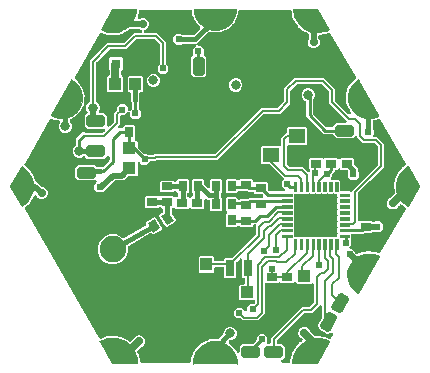
<source format=gbr>
G04 EAGLE Gerber X2 export*
%TF.Part,Single*%
%TF.FileFunction,Copper,L1,Top,Mixed*%
%TF.FilePolarity,Positive*%
%TF.GenerationSoftware,Autodesk,EAGLE,8.6.3*%
%TF.CreationDate,2018-03-24T11:36:11Z*%
G75*
%MOMM*%
%FSLAX34Y34*%
%LPD*%
%AMOC8*
5,1,8,0,0,1.08239X$1,22.5*%
G01*
%ADD10R,0.800000X0.800000*%
%ADD11R,1.000000X1.100000*%
%ADD12C,0.499997*%
%ADD13C,0.067500*%
%ADD14R,3.200000X3.200000*%
%ADD15R,0.900000X0.700000*%
%ADD16R,1.100000X1.000000*%
%ADD17R,0.700000X0.900000*%
%ADD18R,0.700000X1.400000*%
%ADD19R,1.400000X1.200000*%
%ADD20C,0.999997*%
%ADD21C,0.100000*%
%ADD22C,2.400000*%
%ADD23C,2.250000*%
%ADD24C,0.812800*%
%ADD25C,0.609600*%
%ADD26C,0.203200*%
%ADD27C,0.609600*%
%ADD28C,0.457200*%
%ADD29C,0.406400*%
%ADD30C,0.508000*%
%ADD31C,0.635000*%
%ADD32C,0.660400*%
%ADD33C,0.381000*%
%ADD34C,0.711200*%
%ADD35C,0.254000*%
%ADD36C,0.152400*%

G36*
X151524Y770D02*
X151524Y770D01*
X151643Y777D01*
X151681Y790D01*
X151722Y795D01*
X151832Y838D01*
X151945Y875D01*
X151980Y897D01*
X152017Y912D01*
X152113Y981D01*
X152214Y1045D01*
X152242Y1075D01*
X152275Y1098D01*
X152351Y1190D01*
X152432Y1277D01*
X152452Y1312D01*
X152477Y1343D01*
X152528Y1451D01*
X152586Y1555D01*
X152596Y1595D01*
X152613Y1631D01*
X152635Y1748D01*
X152665Y1863D01*
X152669Y1923D01*
X152673Y1943D01*
X152671Y1964D01*
X152675Y2024D01*
X152675Y4083D01*
X153721Y6607D01*
X153726Y6625D01*
X153735Y6642D01*
X153752Y6696D01*
X153757Y6708D01*
X153760Y6725D01*
X153782Y6796D01*
X153857Y7107D01*
X153882Y7141D01*
X153991Y7285D01*
X153991Y7286D01*
X153992Y7287D01*
X154062Y7430D01*
X154413Y8278D01*
X154414Y8279D01*
X154454Y8426D01*
X154497Y8585D01*
X154497Y8586D01*
X154499Y8655D01*
X154664Y8925D01*
X154672Y8942D01*
X154684Y8958D01*
X154755Y9102D01*
X155800Y11626D01*
X157828Y13654D01*
X157858Y13693D01*
X157894Y13726D01*
X157955Y13818D01*
X158022Y13905D01*
X158042Y13951D01*
X158069Y13992D01*
X158070Y13995D01*
X158606Y14453D01*
X158619Y14467D01*
X158635Y14478D01*
X158747Y14594D01*
X159216Y15143D01*
X159246Y15160D01*
X159345Y15209D01*
X159383Y15241D01*
X159425Y15266D01*
X159546Y15372D01*
X161574Y17400D01*
X164098Y18445D01*
X164114Y18455D01*
X164133Y18461D01*
X164275Y18536D01*
X164548Y18703D01*
X164595Y18710D01*
X164769Y18734D01*
X164769Y18735D01*
X164770Y18735D01*
X164771Y18735D01*
X164921Y18786D01*
X165769Y19138D01*
X165770Y19138D01*
X165905Y19215D01*
X166045Y19295D01*
X166046Y19296D01*
X166047Y19296D01*
X166096Y19344D01*
X166404Y19418D01*
X166422Y19424D01*
X166441Y19427D01*
X166593Y19479D01*
X169117Y20525D01*
X171985Y20525D01*
X172034Y20531D01*
X172083Y20529D01*
X172191Y20551D01*
X172300Y20565D01*
X172346Y20583D01*
X172395Y20593D01*
X172398Y20594D01*
X173100Y20539D01*
X173120Y20540D01*
X173139Y20536D01*
X173300Y20539D01*
X174020Y20596D01*
X174053Y20587D01*
X174157Y20551D01*
X174207Y20547D01*
X174255Y20535D01*
X174415Y20525D01*
X174970Y20525D01*
X175068Y20537D01*
X175167Y20540D01*
X175225Y20557D01*
X175285Y20565D01*
X175377Y20601D01*
X175473Y20629D01*
X175525Y20659D01*
X175581Y20682D01*
X175661Y20740D01*
X175746Y20790D01*
X175822Y20856D01*
X175838Y20868D01*
X175846Y20878D01*
X175867Y20896D01*
X179940Y24969D01*
X180000Y25047D01*
X180068Y25119D01*
X180097Y25172D01*
X180134Y25220D01*
X180174Y25311D01*
X180222Y25398D01*
X180237Y25456D01*
X180261Y25512D01*
X180276Y25610D01*
X180301Y25706D01*
X180307Y25806D01*
X180311Y25826D01*
X180309Y25838D01*
X180311Y25866D01*
X180311Y26652D01*
X181162Y28706D01*
X182734Y30278D01*
X184788Y31129D01*
X187012Y31129D01*
X189066Y30278D01*
X190638Y28706D01*
X191489Y26652D01*
X191489Y24428D01*
X190638Y22374D01*
X189066Y20802D01*
X187012Y19951D01*
X186226Y19951D01*
X186128Y19939D01*
X186029Y19936D01*
X185971Y19919D01*
X185911Y19911D01*
X185819Y19875D01*
X185724Y19847D01*
X185671Y19817D01*
X185615Y19794D01*
X185535Y19736D01*
X185450Y19686D01*
X185374Y19620D01*
X185358Y19608D01*
X185350Y19598D01*
X185329Y19580D01*
X184885Y19136D01*
X184812Y19042D01*
X184733Y18953D01*
X184715Y18917D01*
X184690Y18885D01*
X184643Y18776D01*
X184589Y18670D01*
X184580Y18630D01*
X184564Y18593D01*
X184545Y18475D01*
X184519Y18359D01*
X184520Y18319D01*
X184514Y18279D01*
X184525Y18160D01*
X184529Y18041D01*
X184540Y18003D01*
X184544Y17962D01*
X184584Y17850D01*
X184617Y17736D01*
X184638Y17701D01*
X184651Y17663D01*
X184718Y17564D01*
X184779Y17462D01*
X184819Y17417D01*
X184830Y17400D01*
X184845Y17386D01*
X184885Y17341D01*
X186854Y15372D01*
X186893Y15342D01*
X186926Y15306D01*
X187018Y15245D01*
X187105Y15178D01*
X187151Y15158D01*
X187192Y15131D01*
X187195Y15130D01*
X187653Y14594D01*
X187667Y14581D01*
X187678Y14565D01*
X187794Y14453D01*
X188343Y13984D01*
X188360Y13954D01*
X188409Y13855D01*
X188441Y13817D01*
X188466Y13775D01*
X188572Y13654D01*
X190600Y11626D01*
X191459Y9552D01*
X191494Y9491D01*
X191520Y9426D01*
X191572Y9353D01*
X191617Y9275D01*
X191666Y9225D01*
X191707Y9169D01*
X191776Y9111D01*
X191838Y9047D01*
X191898Y9010D01*
X191951Y8966D01*
X192033Y8928D01*
X192109Y8881D01*
X192176Y8860D01*
X192239Y8830D01*
X192327Y8813D01*
X192413Y8787D01*
X192483Y8784D01*
X192552Y8771D01*
X192641Y8776D01*
X192731Y8772D01*
X192799Y8786D01*
X192869Y8790D01*
X192954Y8818D01*
X193042Y8836D01*
X193105Y8867D01*
X193171Y8888D01*
X193247Y8936D01*
X193328Y8976D01*
X193381Y9021D01*
X193440Y9059D01*
X193502Y9124D01*
X193570Y9182D01*
X193610Y9239D01*
X193658Y9290D01*
X193701Y9369D01*
X193753Y9442D01*
X193778Y9508D01*
X193812Y9569D01*
X193834Y9656D01*
X193866Y9740D01*
X193874Y9809D01*
X193891Y9877D01*
X193901Y10037D01*
X193901Y14213D01*
X196259Y16571D01*
X204457Y16571D01*
X204555Y16583D01*
X204654Y16586D01*
X204712Y16603D01*
X204772Y16611D01*
X204864Y16647D01*
X204959Y16675D01*
X205012Y16705D01*
X205068Y16728D01*
X205148Y16786D01*
X205233Y16836D01*
X205309Y16902D01*
X205325Y16914D01*
X205333Y16924D01*
X205354Y16942D01*
X207880Y19468D01*
X207940Y19546D01*
X208008Y19618D01*
X208037Y19671D01*
X208074Y19719D01*
X208114Y19810D01*
X208162Y19897D01*
X208177Y19955D01*
X208201Y20011D01*
X208216Y20109D01*
X208241Y20205D01*
X208247Y20305D01*
X208251Y20325D01*
X208249Y20337D01*
X208251Y20365D01*
X208251Y22354D01*
X210930Y25033D01*
X214718Y25033D01*
X217397Y22354D01*
X217397Y18566D01*
X217314Y18483D01*
X217229Y18374D01*
X217140Y18267D01*
X217132Y18248D01*
X217119Y18232D01*
X217064Y18105D01*
X217005Y17979D01*
X217001Y17959D01*
X216993Y17940D01*
X216971Y17803D01*
X216945Y17666D01*
X216946Y17646D01*
X216943Y17626D01*
X216956Y17487D01*
X216965Y17349D01*
X216971Y17330D01*
X216973Y17310D01*
X217020Y17178D01*
X217063Y17047D01*
X217074Y17029D01*
X217080Y17010D01*
X217159Y16895D01*
X217233Y16778D01*
X217248Y16764D01*
X217259Y16747D01*
X217363Y16655D01*
X217465Y16560D01*
X217482Y16550D01*
X217497Y16537D01*
X217622Y16473D01*
X217743Y16406D01*
X217763Y16401D01*
X217781Y16392D01*
X217917Y16362D01*
X218051Y16327D01*
X218079Y16325D01*
X218091Y16322D01*
X218112Y16323D01*
X218212Y16317D01*
X218920Y16317D01*
X219038Y16332D01*
X219157Y16339D01*
X219195Y16351D01*
X219236Y16357D01*
X219346Y16400D01*
X219459Y16437D01*
X219494Y16459D01*
X219531Y16474D01*
X219627Y16543D01*
X219728Y16607D01*
X219756Y16637D01*
X219789Y16660D01*
X219865Y16752D01*
X219946Y16839D01*
X219966Y16874D01*
X219991Y16905D01*
X220042Y17013D01*
X220100Y17117D01*
X220110Y17157D01*
X220127Y17193D01*
X220149Y17310D01*
X220179Y17425D01*
X220183Y17485D01*
X220187Y17505D01*
X220185Y17526D01*
X220189Y17586D01*
X220189Y21766D01*
X246570Y48147D01*
X252902Y48147D01*
X253000Y48159D01*
X253099Y48162D01*
X253157Y48179D01*
X253217Y48187D01*
X253309Y48223D01*
X253405Y48251D01*
X253457Y48281D01*
X253513Y48304D01*
X253593Y48362D01*
X253678Y48412D01*
X253754Y48478D01*
X253770Y48490D01*
X253778Y48500D01*
X253799Y48518D01*
X256394Y51113D01*
X256454Y51191D01*
X256522Y51263D01*
X256551Y51316D01*
X256588Y51364D01*
X256628Y51455D01*
X256676Y51542D01*
X256691Y51600D01*
X256715Y51656D01*
X256730Y51754D01*
X256755Y51849D01*
X256761Y51950D01*
X256765Y51970D01*
X256763Y51982D01*
X256765Y52010D01*
X256765Y66706D01*
X256748Y66844D01*
X256735Y66982D01*
X256728Y67001D01*
X256725Y67021D01*
X256674Y67151D01*
X256627Y67281D01*
X256616Y67298D01*
X256608Y67317D01*
X256527Y67430D01*
X256449Y67545D01*
X256433Y67558D01*
X256422Y67574D01*
X256314Y67663D01*
X256210Y67755D01*
X256192Y67764D01*
X256177Y67777D01*
X256051Y67836D01*
X255927Y67900D01*
X255907Y67904D01*
X255889Y67913D01*
X255753Y67939D01*
X255617Y67969D01*
X255596Y67969D01*
X255577Y67972D01*
X255438Y67964D01*
X255299Y67960D01*
X255279Y67954D01*
X255259Y67953D01*
X255127Y67910D01*
X254993Y67871D01*
X254976Y67861D01*
X254957Y67855D01*
X254839Y67780D01*
X254719Y67710D01*
X254698Y67691D01*
X254688Y67684D01*
X254674Y67670D01*
X254598Y67603D01*
X254397Y67401D01*
X243133Y67401D01*
X241969Y68566D01*
X241924Y68633D01*
X241908Y68646D01*
X241897Y68662D01*
X241789Y68751D01*
X241685Y68843D01*
X241667Y68852D01*
X241652Y68865D01*
X241526Y68924D01*
X241402Y68988D01*
X241382Y68992D01*
X241364Y69001D01*
X241227Y69027D01*
X241092Y69057D01*
X241071Y69057D01*
X241052Y69060D01*
X240913Y69052D01*
X240774Y69048D01*
X240754Y69042D01*
X240734Y69041D01*
X240602Y68998D01*
X240468Y68959D01*
X240451Y68949D01*
X240432Y68943D01*
X240314Y68868D01*
X240194Y68798D01*
X240173Y68779D01*
X240163Y68772D01*
X240149Y68758D01*
X240074Y68691D01*
X239419Y68036D01*
X229155Y68036D01*
X228898Y68294D01*
X228804Y68367D01*
X228715Y68445D01*
X228679Y68464D01*
X228647Y68489D01*
X228537Y68536D01*
X228431Y68590D01*
X228392Y68599D01*
X228355Y68615D01*
X228237Y68634D01*
X228121Y68660D01*
X228081Y68658D01*
X228041Y68665D01*
X227922Y68654D01*
X227803Y68650D01*
X227765Y68639D01*
X227724Y68635D01*
X227612Y68595D01*
X227498Y68562D01*
X227463Y68541D01*
X227425Y68527D01*
X227326Y68461D01*
X227224Y68400D01*
X227179Y68360D01*
X227162Y68349D01*
X227148Y68334D01*
X227103Y68294D01*
X226846Y68036D01*
X216380Y68036D01*
X216262Y68021D01*
X216143Y68014D01*
X216105Y68001D01*
X216064Y67996D01*
X215954Y67953D01*
X215841Y67916D01*
X215806Y67894D01*
X215769Y67879D01*
X215673Y67810D01*
X215572Y67746D01*
X215544Y67716D01*
X215511Y67693D01*
X215435Y67601D01*
X215354Y67514D01*
X215334Y67479D01*
X215309Y67448D01*
X215258Y67340D01*
X215200Y67236D01*
X215190Y67196D01*
X215173Y67160D01*
X215151Y67043D01*
X215121Y66928D01*
X215117Y66868D01*
X215113Y66848D01*
X215114Y66839D01*
X215113Y66836D01*
X215114Y66822D01*
X215111Y66767D01*
X215111Y41865D01*
X209707Y36461D01*
X196891Y36461D01*
X195485Y37868D01*
X195406Y37928D01*
X195334Y37996D01*
X195281Y38025D01*
X195233Y38062D01*
X195142Y38102D01*
X195056Y38150D01*
X194997Y38165D01*
X194941Y38189D01*
X194843Y38204D01*
X194748Y38229D01*
X194648Y38235D01*
X194627Y38239D01*
X194615Y38237D01*
X194587Y38239D01*
X191880Y38239D01*
X189201Y40918D01*
X189201Y44706D01*
X191880Y47385D01*
X195668Y47385D01*
X198211Y44842D01*
X198320Y44757D01*
X198427Y44668D01*
X198446Y44660D01*
X198462Y44647D01*
X198590Y44592D01*
X198715Y44533D01*
X198735Y44529D01*
X198754Y44521D01*
X198892Y44499D01*
X199028Y44473D01*
X199048Y44474D01*
X199068Y44471D01*
X199207Y44484D01*
X199345Y44493D01*
X199364Y44499D01*
X199384Y44501D01*
X199516Y44548D01*
X199647Y44591D01*
X199665Y44602D01*
X199684Y44609D01*
X199799Y44687D01*
X199916Y44761D01*
X199930Y44776D01*
X199947Y44787D01*
X200039Y44891D01*
X200134Y44993D01*
X200144Y45010D01*
X200157Y45026D01*
X200221Y45150D01*
X200288Y45271D01*
X200293Y45291D01*
X200302Y45309D01*
X200332Y45445D01*
X200367Y45579D01*
X200369Y45607D01*
X200372Y45619D01*
X200371Y45640D01*
X200377Y45740D01*
X200377Y47754D01*
X203056Y50433D01*
X205712Y50433D01*
X205830Y50448D01*
X205949Y50455D01*
X205987Y50468D01*
X206028Y50473D01*
X206138Y50516D01*
X206251Y50553D01*
X206286Y50575D01*
X206323Y50590D01*
X206419Y50659D01*
X206520Y50723D01*
X206548Y50753D01*
X206581Y50776D01*
X206657Y50868D01*
X206738Y50955D01*
X206758Y50990D01*
X206783Y51021D01*
X206834Y51129D01*
X206892Y51233D01*
X206902Y51273D01*
X206919Y51309D01*
X206941Y51426D01*
X206971Y51541D01*
X206975Y51601D01*
X206979Y51621D01*
X206977Y51642D01*
X206981Y51702D01*
X206981Y52544D01*
X206966Y52662D01*
X206959Y52781D01*
X206946Y52819D01*
X206941Y52860D01*
X206898Y52970D01*
X206861Y53083D01*
X206839Y53118D01*
X206824Y53155D01*
X206755Y53251D01*
X206691Y53352D01*
X206661Y53380D01*
X206638Y53413D01*
X206546Y53489D01*
X206459Y53570D01*
X206424Y53590D01*
X206393Y53615D01*
X206285Y53666D01*
X206181Y53724D01*
X206141Y53734D01*
X206105Y53751D01*
X205988Y53773D01*
X205873Y53803D01*
X205813Y53807D01*
X205793Y53811D01*
X205772Y53809D01*
X205712Y53813D01*
X193983Y53813D01*
X193090Y54706D01*
X193090Y65970D01*
X193983Y66863D01*
X197464Y66863D01*
X197582Y66878D01*
X197701Y66885D01*
X197739Y66898D01*
X197780Y66903D01*
X197890Y66946D01*
X198003Y66983D01*
X198038Y67005D01*
X198075Y67020D01*
X198171Y67089D01*
X198272Y67153D01*
X198300Y67183D01*
X198333Y67206D01*
X198409Y67298D01*
X198490Y67385D01*
X198510Y67420D01*
X198535Y67451D01*
X198586Y67559D01*
X198644Y67663D01*
X198654Y67703D01*
X198671Y67739D01*
X198693Y67856D01*
X198723Y67971D01*
X198727Y68031D01*
X198731Y68051D01*
X198729Y68072D01*
X198733Y68132D01*
X198733Y71118D01*
X198718Y71236D01*
X198711Y71355D01*
X198698Y71393D01*
X198693Y71434D01*
X198650Y71544D01*
X198613Y71657D01*
X198591Y71692D01*
X198576Y71729D01*
X198507Y71825D01*
X198443Y71926D01*
X198413Y71954D01*
X198390Y71987D01*
X198298Y72063D01*
X198211Y72144D01*
X198176Y72164D01*
X198145Y72189D01*
X198037Y72240D01*
X197933Y72298D01*
X197893Y72308D01*
X197857Y72325D01*
X197740Y72347D01*
X197625Y72377D01*
X197565Y72381D01*
X197545Y72385D01*
X197524Y72383D01*
X197464Y72387D01*
X196888Y72387D01*
X195995Y73280D01*
X195995Y87757D01*
X195978Y87895D01*
X195965Y88033D01*
X195958Y88053D01*
X195955Y88073D01*
X195904Y88202D01*
X195857Y88333D01*
X195846Y88350D01*
X195838Y88368D01*
X195757Y88481D01*
X195679Y88596D01*
X195663Y88609D01*
X195652Y88626D01*
X195544Y88715D01*
X195440Y88806D01*
X195422Y88816D01*
X195407Y88828D01*
X195281Y88888D01*
X195157Y88951D01*
X195137Y88955D01*
X195119Y88964D01*
X194983Y88990D01*
X194847Y89021D01*
X194826Y89020D01*
X194807Y89024D01*
X194668Y89015D01*
X194529Y89011D01*
X194509Y89005D01*
X194489Y89004D01*
X194357Y88961D01*
X194223Y88923D01*
X194206Y88912D01*
X194187Y88906D01*
X194069Y88832D01*
X193949Y88761D01*
X193928Y88742D01*
X193918Y88736D01*
X193904Y88721D01*
X193829Y88655D01*
X191416Y86243D01*
X191356Y86164D01*
X191288Y86092D01*
X191259Y86039D01*
X191222Y85991D01*
X191182Y85900D01*
X191134Y85814D01*
X191119Y85755D01*
X191095Y85699D01*
X191080Y85601D01*
X191055Y85506D01*
X191049Y85406D01*
X191045Y85385D01*
X191047Y85373D01*
X191045Y85345D01*
X191045Y73280D01*
X190152Y72387D01*
X181888Y72387D01*
X180995Y73280D01*
X180995Y80245D01*
X180980Y80367D01*
X180971Y80491D01*
X180960Y80525D01*
X180955Y80560D01*
X180910Y80675D01*
X180871Y80793D01*
X180852Y80823D01*
X180838Y80856D01*
X180766Y80956D01*
X180699Y81060D01*
X180673Y81084D01*
X180652Y81113D01*
X180556Y81192D01*
X180465Y81276D01*
X180434Y81293D01*
X180407Y81316D01*
X180295Y81369D01*
X180186Y81428D01*
X180151Y81436D01*
X180119Y81451D01*
X179997Y81475D01*
X179877Y81505D01*
X179825Y81508D01*
X179807Y81511D01*
X179785Y81510D01*
X179717Y81514D01*
X173619Y81468D01*
X173505Y81453D01*
X173391Y81446D01*
X173348Y81432D01*
X173303Y81426D01*
X173197Y81383D01*
X173089Y81348D01*
X173050Y81324D01*
X173008Y81307D01*
X172917Y81239D01*
X172820Y81178D01*
X172789Y81145D01*
X172753Y81118D01*
X172680Y81030D01*
X172602Y80946D01*
X172580Y80907D01*
X172552Y80872D01*
X172504Y80768D01*
X172448Y80668D01*
X172437Y80624D01*
X172418Y80583D01*
X172398Y80470D01*
X172369Y80360D01*
X172365Y80291D01*
X172361Y80270D01*
X172362Y80251D01*
X172359Y80199D01*
X172359Y77819D01*
X171466Y76926D01*
X160202Y76926D01*
X159309Y77819D01*
X159309Y90083D01*
X160202Y90976D01*
X171466Y90976D01*
X172359Y90083D01*
X172359Y87819D01*
X172374Y87697D01*
X172383Y87573D01*
X172394Y87539D01*
X172399Y87504D01*
X172444Y87389D01*
X172483Y87271D01*
X172502Y87241D01*
X172516Y87208D01*
X172588Y87108D01*
X172655Y87004D01*
X172681Y86980D01*
X172702Y86951D01*
X172798Y86872D01*
X172889Y86788D01*
X172920Y86771D01*
X172947Y86748D01*
X173059Y86695D01*
X173168Y86636D01*
X173203Y86628D01*
X173235Y86612D01*
X173357Y86589D01*
X173477Y86559D01*
X173529Y86556D01*
X173547Y86553D01*
X173569Y86554D01*
X173637Y86550D01*
X179735Y86596D01*
X179849Y86611D01*
X179963Y86618D01*
X180006Y86632D01*
X180051Y86638D01*
X180157Y86681D01*
X180265Y86716D01*
X180304Y86740D01*
X180346Y86757D01*
X180437Y86825D01*
X180534Y86886D01*
X180565Y86919D01*
X180601Y86946D01*
X180674Y87034D01*
X180752Y87118D01*
X180774Y87157D01*
X180802Y87192D01*
X180850Y87296D01*
X180906Y87396D01*
X180917Y87440D01*
X180936Y87481D01*
X180956Y87593D01*
X180985Y87704D01*
X180989Y87773D01*
X180993Y87794D01*
X180992Y87813D01*
X180995Y87865D01*
X180995Y88544D01*
X181888Y89437D01*
X187617Y89437D01*
X187715Y89449D01*
X187814Y89452D01*
X187873Y89469D01*
X187933Y89477D01*
X188025Y89513D01*
X188120Y89541D01*
X188172Y89571D01*
X188228Y89594D01*
X188308Y89652D01*
X188394Y89702D01*
X188469Y89768D01*
X188486Y89780D01*
X188493Y89790D01*
X188515Y89808D01*
X207626Y108919D01*
X207686Y108998D01*
X207754Y109070D01*
X207783Y109123D01*
X207820Y109171D01*
X207860Y109262D01*
X207908Y109348D01*
X207923Y109407D01*
X207947Y109463D01*
X207962Y109561D01*
X207987Y109656D01*
X207993Y109756D01*
X207997Y109777D01*
X207995Y109789D01*
X207997Y109817D01*
X207997Y116234D01*
X208031Y116312D01*
X208090Y116437D01*
X208094Y116457D01*
X208102Y116476D01*
X208124Y116613D01*
X208150Y116750D01*
X208149Y116770D01*
X208152Y116790D01*
X208139Y116928D01*
X208130Y117067D01*
X208124Y117086D01*
X208122Y117106D01*
X208075Y117237D01*
X208032Y117369D01*
X208021Y117386D01*
X208014Y117406D01*
X207936Y117520D01*
X207862Y117638D01*
X207847Y117652D01*
X207836Y117669D01*
X207732Y117760D01*
X207630Y117856D01*
X207613Y117866D01*
X207597Y117879D01*
X207474Y117942D01*
X207352Y118010D01*
X207332Y118015D01*
X207314Y118024D01*
X207178Y118054D01*
X207044Y118089D01*
X207016Y118091D01*
X207004Y118094D01*
X206983Y118093D01*
X206883Y118099D01*
X206656Y118099D01*
X206538Y118084D01*
X206419Y118077D01*
X206381Y118064D01*
X206340Y118059D01*
X206230Y118016D01*
X206117Y117979D01*
X206082Y117957D01*
X206045Y117942D01*
X205949Y117873D01*
X205848Y117809D01*
X205820Y117779D01*
X205787Y117756D01*
X205711Y117664D01*
X205630Y117577D01*
X205610Y117542D01*
X205585Y117511D01*
X205534Y117403D01*
X205476Y117299D01*
X205466Y117259D01*
X205449Y117223D01*
X205427Y117106D01*
X205397Y116991D01*
X205393Y116931D01*
X205389Y116911D01*
X205391Y116890D01*
X205387Y116830D01*
X205387Y116762D01*
X204494Y115869D01*
X194230Y115869D01*
X193910Y116190D01*
X193816Y116263D01*
X193726Y116342D01*
X193690Y116360D01*
X193658Y116385D01*
X193549Y116432D01*
X193443Y116487D01*
X193404Y116495D01*
X193366Y116511D01*
X193249Y116530D01*
X193133Y116556D01*
X193092Y116555D01*
X193052Y116561D01*
X192934Y116550D01*
X192815Y116547D01*
X192776Y116535D01*
X192736Y116532D01*
X192624Y116491D01*
X192509Y116458D01*
X192474Y116438D01*
X192436Y116424D01*
X192338Y116357D01*
X192235Y116297D01*
X192190Y116257D01*
X192173Y116245D01*
X192160Y116230D01*
X192115Y116190D01*
X191198Y115273D01*
X182934Y115273D01*
X182041Y116166D01*
X182041Y126430D01*
X182997Y127386D01*
X183070Y127480D01*
X183149Y127569D01*
X183167Y127605D01*
X183192Y127637D01*
X183240Y127746D01*
X183294Y127852D01*
X183302Y127891D01*
X183318Y127929D01*
X183337Y128046D01*
X183363Y128162D01*
X183362Y128203D01*
X183368Y128243D01*
X183357Y128361D01*
X183354Y128480D01*
X183342Y128519D01*
X183339Y128559D01*
X183298Y128671D01*
X183265Y128786D01*
X183245Y128821D01*
X183231Y128859D01*
X183164Y128957D01*
X183104Y129060D01*
X183064Y129105D01*
X183052Y129122D01*
X183037Y129135D01*
X182997Y129181D01*
X182041Y130136D01*
X182041Y140400D01*
X182934Y141293D01*
X191198Y141293D01*
X192091Y140400D01*
X192091Y139843D01*
X192108Y139705D01*
X192121Y139567D01*
X192128Y139548D01*
X192131Y139528D01*
X192182Y139398D01*
X192229Y139268D01*
X192240Y139251D01*
X192248Y139232D01*
X192329Y139120D01*
X192407Y139004D01*
X192423Y138991D01*
X192434Y138975D01*
X192542Y138886D01*
X192646Y138794D01*
X192664Y138785D01*
X192679Y138772D01*
X192805Y138713D01*
X192929Y138649D01*
X192949Y138645D01*
X192967Y138636D01*
X193103Y138610D01*
X193239Y138580D01*
X193260Y138580D01*
X193279Y138577D01*
X193418Y138585D01*
X193557Y138589D01*
X193577Y138595D01*
X193597Y138596D01*
X193729Y138639D01*
X193863Y138678D01*
X193880Y138688D01*
X193899Y138694D01*
X194017Y138769D01*
X194137Y138839D01*
X194158Y138858D01*
X194168Y138865D01*
X194182Y138879D01*
X194227Y138919D01*
X199909Y138919D01*
X200007Y138931D01*
X200106Y138934D01*
X200164Y138951D01*
X200224Y138959D01*
X200316Y138995D01*
X200411Y139023D01*
X200464Y139053D01*
X200520Y139076D01*
X200600Y139134D01*
X200685Y139184D01*
X200761Y139250D01*
X200777Y139262D01*
X200785Y139272D01*
X200806Y139290D01*
X201610Y140095D01*
X206103Y140095D01*
X206201Y140107D01*
X206300Y140110D01*
X206358Y140127D01*
X206418Y140135D01*
X206510Y140171D01*
X206605Y140199D01*
X206658Y140229D01*
X206714Y140252D01*
X206794Y140310D01*
X206879Y140360D01*
X206921Y140397D01*
X212609Y140397D01*
X212707Y140409D01*
X212806Y140412D01*
X212864Y140429D01*
X212924Y140437D01*
X213016Y140473D01*
X213111Y140501D01*
X213164Y140531D01*
X213220Y140554D01*
X213300Y140612D01*
X213385Y140662D01*
X213461Y140728D01*
X213477Y140740D01*
X213485Y140750D01*
X213506Y140768D01*
X213712Y140975D01*
X213785Y141069D01*
X213864Y141158D01*
X213882Y141194D01*
X213907Y141226D01*
X213954Y141335D01*
X214009Y141441D01*
X214017Y141480D01*
X214033Y141518D01*
X214052Y141635D01*
X214078Y141751D01*
X214077Y141792D01*
X214083Y141832D01*
X214072Y141950D01*
X214069Y142069D01*
X214057Y142108D01*
X214053Y142148D01*
X214013Y142261D01*
X213980Y142375D01*
X213960Y142410D01*
X213946Y142448D01*
X213879Y142546D01*
X213819Y142649D01*
X213779Y142694D01*
X213767Y142711D01*
X213752Y142724D01*
X213712Y142770D01*
X213506Y142976D01*
X213428Y143036D01*
X213356Y143104D01*
X213303Y143133D01*
X213255Y143170D01*
X213164Y143210D01*
X213077Y143258D01*
X213019Y143273D01*
X212963Y143297D01*
X212865Y143312D01*
X212769Y143337D01*
X212669Y143343D01*
X212649Y143347D01*
X212637Y143345D01*
X212609Y143347D01*
X206930Y143347D01*
X206037Y144240D01*
X206037Y144308D01*
X206022Y144426D01*
X206015Y144545D01*
X206002Y144583D01*
X205997Y144624D01*
X205954Y144734D01*
X205917Y144847D01*
X205895Y144882D01*
X205880Y144919D01*
X205811Y145015D01*
X205747Y145116D01*
X205717Y145144D01*
X205694Y145177D01*
X205602Y145253D01*
X205515Y145334D01*
X205480Y145354D01*
X205449Y145379D01*
X205341Y145430D01*
X205237Y145488D01*
X205197Y145498D01*
X205161Y145515D01*
X205044Y145537D01*
X204929Y145567D01*
X204869Y145571D01*
X204849Y145575D01*
X204828Y145573D01*
X204768Y145577D01*
X200952Y145577D01*
X200806Y145723D01*
X200728Y145784D01*
X200656Y145852D01*
X200603Y145881D01*
X200555Y145918D01*
X200464Y145958D01*
X200377Y146006D01*
X200319Y146021D01*
X200263Y146045D01*
X200165Y146060D01*
X200069Y146085D01*
X199969Y146091D01*
X199949Y146095D01*
X199937Y146093D01*
X199909Y146095D01*
X194223Y146095D01*
X194148Y146154D01*
X194041Y146242D01*
X194022Y146251D01*
X194006Y146263D01*
X193878Y146319D01*
X193753Y146378D01*
X193733Y146381D01*
X193714Y146389D01*
X193577Y146411D01*
X193440Y146437D01*
X193420Y146436D01*
X193400Y146439D01*
X193262Y146426D01*
X193123Y146418D01*
X193104Y146411D01*
X193084Y146410D01*
X192952Y146362D01*
X192821Y146320D01*
X192803Y146309D01*
X192784Y146302D01*
X192669Y146224D01*
X192552Y146149D01*
X192538Y146135D01*
X192521Y146123D01*
X192429Y146019D01*
X192334Y145918D01*
X192324Y145900D01*
X192311Y145885D01*
X192247Y145761D01*
X192180Y145639D01*
X192175Y145620D01*
X192166Y145602D01*
X192136Y145466D01*
X192101Y145331D01*
X192099Y145303D01*
X192096Y145291D01*
X192097Y145271D01*
X192091Y145171D01*
X192091Y144868D01*
X191198Y143975D01*
X182934Y143975D01*
X182041Y144868D01*
X182041Y155132D01*
X182934Y156025D01*
X191198Y156025D01*
X191757Y155466D01*
X191851Y155393D01*
X191940Y155314D01*
X191976Y155296D01*
X192008Y155271D01*
X192117Y155223D01*
X192223Y155169D01*
X192262Y155161D01*
X192300Y155145D01*
X192417Y155126D01*
X192533Y155100D01*
X192574Y155101D01*
X192614Y155095D01*
X192732Y155106D01*
X192851Y155109D01*
X192890Y155121D01*
X192930Y155124D01*
X193042Y155165D01*
X193157Y155198D01*
X193192Y155218D01*
X193230Y155232D01*
X193328Y155299D01*
X193431Y155359D01*
X193476Y155399D01*
X193493Y155411D01*
X193506Y155426D01*
X193552Y155466D01*
X194230Y156145D01*
X204494Y156145D01*
X205387Y155252D01*
X205387Y154666D01*
X205402Y154548D01*
X205409Y154429D01*
X205422Y154391D01*
X205427Y154350D01*
X205470Y154240D01*
X205507Y154127D01*
X205529Y154092D01*
X205544Y154055D01*
X205613Y153959D01*
X205677Y153858D01*
X205707Y153830D01*
X205730Y153797D01*
X205822Y153721D01*
X205909Y153640D01*
X205944Y153620D01*
X205975Y153595D01*
X206083Y153544D01*
X206187Y153486D01*
X206227Y153476D01*
X206263Y153459D01*
X206380Y153437D01*
X206495Y153407D01*
X206555Y153403D01*
X206575Y153399D01*
X206596Y153401D01*
X206656Y153397D01*
X217194Y153397D01*
X218087Y152504D01*
X218087Y146926D01*
X218102Y146808D01*
X218109Y146689D01*
X218122Y146651D01*
X218127Y146610D01*
X218170Y146500D01*
X218207Y146387D01*
X218229Y146352D01*
X218244Y146315D01*
X218313Y146219D01*
X218377Y146118D01*
X218407Y146090D01*
X218430Y146057D01*
X218522Y145981D01*
X218609Y145900D01*
X218644Y145880D01*
X218675Y145855D01*
X218783Y145804D01*
X218887Y145746D01*
X218927Y145736D01*
X218963Y145719D01*
X219080Y145697D01*
X219195Y145667D01*
X219255Y145663D01*
X219275Y145659D01*
X219296Y145661D01*
X219356Y145657D01*
X228700Y145657D01*
X228799Y145669D01*
X228898Y145672D01*
X228956Y145689D01*
X229016Y145697D01*
X229108Y145733D01*
X229121Y145737D01*
X230924Y145737D01*
X231062Y145754D01*
X231201Y145767D01*
X231220Y145774D01*
X231240Y145777D01*
X231369Y145828D01*
X231500Y145875D01*
X231517Y145886D01*
X231535Y145894D01*
X231648Y145975D01*
X231763Y146053D01*
X231776Y146069D01*
X231793Y146080D01*
X231882Y146188D01*
X231973Y146292D01*
X231983Y146310D01*
X231996Y146325D01*
X232055Y146451D01*
X232118Y146575D01*
X232123Y146595D01*
X232131Y146613D01*
X232157Y146749D01*
X232188Y146885D01*
X232187Y146906D01*
X232191Y146925D01*
X232182Y147064D01*
X232178Y147203D01*
X232172Y147223D01*
X232171Y147243D01*
X232128Y147375D01*
X232090Y147509D01*
X232079Y147526D01*
X232073Y147545D01*
X231999Y147663D01*
X231928Y147783D01*
X231910Y147804D01*
X231903Y147814D01*
X231888Y147828D01*
X231822Y147903D01*
X229587Y150138D01*
X229587Y153926D01*
X230900Y155238D01*
X230973Y155333D01*
X231051Y155422D01*
X231070Y155458D01*
X231094Y155490D01*
X231142Y155599D01*
X231196Y155705D01*
X231205Y155744D01*
X231221Y155781D01*
X231240Y155899D01*
X231266Y156015D01*
X231264Y156056D01*
X231271Y156096D01*
X231260Y156214D01*
X231256Y156333D01*
X231245Y156372D01*
X231241Y156412D01*
X231201Y156524D01*
X231167Y156639D01*
X231147Y156673D01*
X231133Y156711D01*
X231066Y156810D01*
X231006Y156912D01*
X230966Y156958D01*
X230955Y156975D01*
X230939Y156988D01*
X230900Y157033D01*
X229470Y158463D01*
X219285Y168648D01*
X219207Y168708D01*
X219135Y168776D01*
X219082Y168805D01*
X219034Y168842D01*
X218943Y168882D01*
X218856Y168930D01*
X218798Y168945D01*
X218742Y168969D01*
X218644Y168984D01*
X218549Y169009D01*
X218449Y169015D01*
X218428Y169019D01*
X218416Y169017D01*
X218388Y169019D01*
X212988Y169019D01*
X212095Y169912D01*
X212095Y183176D01*
X212988Y184069D01*
X227810Y184069D01*
X227928Y184084D01*
X228047Y184091D01*
X228085Y184104D01*
X228126Y184109D01*
X228236Y184152D01*
X228349Y184189D01*
X228384Y184211D01*
X228421Y184226D01*
X228517Y184295D01*
X228618Y184359D01*
X228646Y184389D01*
X228679Y184412D01*
X228755Y184504D01*
X228836Y184591D01*
X228856Y184626D01*
X228881Y184657D01*
X228932Y184765D01*
X228990Y184869D01*
X229000Y184909D01*
X229017Y184945D01*
X229039Y185062D01*
X229069Y185177D01*
X229073Y185237D01*
X229077Y185257D01*
X229075Y185278D01*
X229079Y185338D01*
X229079Y191184D01*
X233151Y195256D01*
X233252Y195296D01*
X233365Y195333D01*
X233400Y195355D01*
X233437Y195370D01*
X233533Y195439D01*
X233634Y195503D01*
X233662Y195533D01*
X233695Y195556D01*
X233771Y195648D01*
X233852Y195735D01*
X233872Y195770D01*
X233897Y195801D01*
X233948Y195909D01*
X234006Y196013D01*
X234016Y196053D01*
X234033Y196089D01*
X234055Y196206D01*
X234085Y196321D01*
X234089Y196381D01*
X234093Y196401D01*
X234091Y196422D01*
X234095Y196482D01*
X234095Y199176D01*
X234988Y200069D01*
X250252Y200069D01*
X251145Y199176D01*
X251145Y185912D01*
X250252Y185019D01*
X235430Y185019D01*
X235312Y185004D01*
X235193Y184997D01*
X235155Y184984D01*
X235114Y184979D01*
X235004Y184936D01*
X234891Y184899D01*
X234856Y184877D01*
X234819Y184862D01*
X234723Y184793D01*
X234622Y184729D01*
X234594Y184699D01*
X234561Y184676D01*
X234485Y184584D01*
X234404Y184497D01*
X234384Y184462D01*
X234359Y184431D01*
X234308Y184323D01*
X234250Y184219D01*
X234240Y184179D01*
X234223Y184143D01*
X234201Y184026D01*
X234171Y183911D01*
X234167Y183851D01*
X234163Y183831D01*
X234165Y183810D01*
X234161Y183750D01*
X234161Y168596D01*
X234173Y168498D01*
X234176Y168399D01*
X234193Y168341D01*
X234201Y168281D01*
X234237Y168189D01*
X234265Y168093D01*
X234295Y168041D01*
X234318Y167985D01*
X234376Y167905D01*
X234426Y167820D01*
X234492Y167744D01*
X234504Y167728D01*
X234514Y167720D01*
X234532Y167699D01*
X235349Y166882D01*
X235427Y166822D01*
X235499Y166754D01*
X235552Y166725D01*
X235600Y166688D01*
X235691Y166648D01*
X235778Y166600D01*
X235836Y166585D01*
X235892Y166561D01*
X235990Y166546D01*
X236085Y166521D01*
X236186Y166515D01*
X236206Y166511D01*
X236218Y166513D01*
X236246Y166511D01*
X247404Y166511D01*
X249264Y164651D01*
X251297Y162619D01*
X251406Y162533D01*
X251513Y162445D01*
X251532Y162436D01*
X251548Y162424D01*
X251676Y162368D01*
X251801Y162309D01*
X251821Y162305D01*
X251840Y162297D01*
X251978Y162275D01*
X252114Y162249D01*
X252134Y162251D01*
X252154Y162247D01*
X252293Y162261D01*
X252431Y162269D01*
X252450Y162275D01*
X252470Y162277D01*
X252602Y162324D01*
X252733Y162367D01*
X252751Y162378D01*
X252770Y162385D01*
X252885Y162463D01*
X253002Y162537D01*
X253016Y162552D01*
X253033Y162563D01*
X253125Y162668D01*
X253220Y162769D01*
X253230Y162787D01*
X253243Y162802D01*
X253307Y162926D01*
X253374Y163047D01*
X253379Y163067D01*
X253388Y163085D01*
X253418Y163220D01*
X253453Y163355D01*
X253455Y163383D01*
X253458Y163395D01*
X253457Y163416D01*
X253463Y163516D01*
X253463Y163807D01*
X253451Y163905D01*
X253448Y164004D01*
X253431Y164062D01*
X253423Y164122D01*
X253387Y164214D01*
X253359Y164309D01*
X253329Y164362D01*
X253306Y164418D01*
X253248Y164498D01*
X253198Y164583D01*
X253132Y164659D01*
X253120Y164675D01*
X253110Y164683D01*
X253091Y164704D01*
X252773Y165022D01*
X252773Y173286D01*
X253666Y174179D01*
X263930Y174179D01*
X264251Y173858D01*
X264345Y173785D01*
X264434Y173706D01*
X264470Y173688D01*
X264502Y173663D01*
X264611Y173615D01*
X264717Y173561D01*
X264756Y173553D01*
X264794Y173537D01*
X264911Y173518D01*
X265027Y173492D01*
X265068Y173493D01*
X265108Y173487D01*
X265226Y173498D01*
X265345Y173501D01*
X265384Y173513D01*
X265424Y173516D01*
X265536Y173557D01*
X265651Y173590D01*
X265686Y173610D01*
X265724Y173624D01*
X265822Y173691D01*
X265925Y173751D01*
X265970Y173791D01*
X265987Y173803D01*
X266000Y173818D01*
X266046Y173858D01*
X266366Y174179D01*
X276630Y174179D01*
X277331Y173477D01*
X277425Y173404D01*
X277515Y173325D01*
X277551Y173307D01*
X277583Y173282D01*
X277692Y173235D01*
X277798Y173180D01*
X277837Y173172D01*
X277875Y173156D01*
X277992Y173137D01*
X278108Y173111D01*
X278149Y173112D01*
X278189Y173106D01*
X278307Y173117D01*
X278426Y173120D01*
X278465Y173132D01*
X278505Y173135D01*
X278618Y173176D01*
X278732Y173209D01*
X278766Y173229D01*
X278805Y173243D01*
X278903Y173310D01*
X279006Y173370D01*
X279051Y173410D01*
X279068Y173422D01*
X279081Y173437D01*
X279126Y173477D01*
X279828Y174179D01*
X290092Y174179D01*
X290985Y173286D01*
X290985Y168505D01*
X290997Y168407D01*
X291000Y168308D01*
X291017Y168250D01*
X291025Y168190D01*
X291061Y168098D01*
X291089Y168003D01*
X291119Y167950D01*
X291142Y167894D01*
X291200Y167814D01*
X291250Y167729D01*
X291316Y167653D01*
X291328Y167637D01*
X291338Y167629D01*
X291356Y167608D01*
X293724Y165241D01*
X293724Y163723D01*
X293736Y163625D01*
X293739Y163526D01*
X293756Y163467D01*
X293764Y163407D01*
X293800Y163315D01*
X293828Y163220D01*
X293858Y163168D01*
X293881Y163112D01*
X293939Y163032D01*
X293989Y162946D01*
X294055Y162871D01*
X294067Y162854D01*
X294077Y162846D01*
X294095Y162825D01*
X294867Y162054D01*
X294867Y158266D01*
X292188Y155587D01*
X288400Y155587D01*
X285721Y158266D01*
X285721Y162087D01*
X285738Y162120D01*
X285763Y162152D01*
X285810Y162261D01*
X285864Y162367D01*
X285873Y162407D01*
X285889Y162444D01*
X285908Y162561D01*
X285934Y162678D01*
X285933Y162718D01*
X285939Y162758D01*
X285928Y162876D01*
X285924Y162995D01*
X285913Y163034D01*
X285909Y163074D01*
X285869Y163186D01*
X285836Y163301D01*
X285815Y163336D01*
X285802Y163374D01*
X285735Y163472D01*
X285674Y163575D01*
X285634Y163620D01*
X285623Y163637D01*
X285608Y163650D01*
X285568Y163696D01*
X285506Y163758D01*
X285428Y163818D01*
X285356Y163886D01*
X285303Y163915D01*
X285255Y163952D01*
X285164Y163992D01*
X285077Y164040D01*
X285019Y164055D01*
X284963Y164079D01*
X284865Y164094D01*
X284769Y164119D01*
X284669Y164125D01*
X284649Y164129D01*
X284637Y164127D01*
X284609Y164129D01*
X279828Y164129D01*
X279126Y164831D01*
X279032Y164904D01*
X278943Y164983D01*
X278907Y165001D01*
X278875Y165026D01*
X278766Y165074D01*
X278660Y165128D01*
X278621Y165136D01*
X278583Y165152D01*
X278466Y165171D01*
X278350Y165197D01*
X278309Y165196D01*
X278269Y165202D01*
X278151Y165191D01*
X278032Y165188D01*
X277993Y165176D01*
X277953Y165173D01*
X277841Y165132D01*
X277726Y165099D01*
X277691Y165079D01*
X277653Y165065D01*
X277555Y164998D01*
X277452Y164938D01*
X277407Y164898D01*
X277390Y164886D01*
X277377Y164871D01*
X277331Y164831D01*
X276630Y164129D01*
X275562Y164129D01*
X275444Y164114D01*
X275325Y164107D01*
X275287Y164094D01*
X275246Y164089D01*
X275136Y164046D01*
X275023Y164009D01*
X274988Y163987D01*
X274951Y163972D01*
X274855Y163903D01*
X274754Y163839D01*
X274726Y163809D01*
X274693Y163786D01*
X274617Y163694D01*
X274536Y163607D01*
X274516Y163572D01*
X274491Y163541D01*
X274440Y163433D01*
X274382Y163329D01*
X274372Y163289D01*
X274355Y163253D01*
X274333Y163136D01*
X274303Y163021D01*
X274299Y162961D01*
X274295Y162941D01*
X274297Y162920D01*
X274293Y162860D01*
X274293Y162812D01*
X272886Y161406D01*
X272826Y161328D01*
X272758Y161256D01*
X272729Y161203D01*
X272692Y161155D01*
X272652Y161064D01*
X272604Y160977D01*
X272589Y160919D01*
X272565Y160863D01*
X272550Y160765D01*
X272525Y160669D01*
X272519Y160569D01*
X272515Y160549D01*
X272517Y160537D01*
X272515Y160509D01*
X272515Y158520D01*
X271598Y157603D01*
X271513Y157494D01*
X271424Y157387D01*
X271416Y157368D01*
X271403Y157352D01*
X271348Y157225D01*
X271289Y157099D01*
X271285Y157079D01*
X271277Y157060D01*
X271255Y156922D01*
X271229Y156786D01*
X271230Y156766D01*
X271227Y156746D01*
X271240Y156607D01*
X271249Y156469D01*
X271255Y156450D01*
X271257Y156430D01*
X271304Y156298D01*
X271347Y156167D01*
X271358Y156149D01*
X271365Y156130D01*
X271443Y156015D01*
X271517Y155898D01*
X271532Y155884D01*
X271543Y155867D01*
X271647Y155775D01*
X271749Y155680D01*
X271766Y155670D01*
X271782Y155657D01*
X271906Y155593D01*
X272027Y155526D01*
X272047Y155521D01*
X272065Y155512D01*
X272201Y155482D01*
X272335Y155447D01*
X272363Y155445D01*
X272375Y155442D01*
X272396Y155443D01*
X272496Y155437D01*
X272626Y155437D01*
X272644Y155423D01*
X272753Y155376D01*
X272859Y155322D01*
X272898Y155313D01*
X272936Y155297D01*
X273053Y155278D01*
X273169Y155252D01*
X273210Y155253D01*
X273250Y155247D01*
X273368Y155258D01*
X273487Y155262D01*
X273526Y155273D01*
X273566Y155277D01*
X273678Y155317D01*
X273793Y155350D01*
X273828Y155371D01*
X273866Y155384D01*
X273943Y155437D01*
X277574Y155437D01*
X278665Y154346D01*
X278665Y147006D01*
X278680Y146888D01*
X278687Y146769D01*
X278700Y146731D01*
X278705Y146690D01*
X278748Y146580D01*
X278785Y146467D01*
X278807Y146432D01*
X278822Y146395D01*
X278891Y146299D01*
X278955Y146198D01*
X278985Y146170D01*
X279008Y146137D01*
X279100Y146061D01*
X279187Y145980D01*
X279222Y145960D01*
X279253Y145935D01*
X279361Y145884D01*
X279465Y145826D01*
X279505Y145816D01*
X279541Y145799D01*
X279658Y145777D01*
X279773Y145747D01*
X279833Y145743D01*
X279853Y145739D01*
X279874Y145741D01*
X279934Y145737D01*
X287297Y145737D01*
X287369Y145673D01*
X287405Y145655D01*
X287437Y145630D01*
X287547Y145582D01*
X287652Y145528D01*
X287692Y145520D01*
X287729Y145503D01*
X287846Y145485D01*
X287963Y145459D01*
X288003Y145460D01*
X288043Y145454D01*
X288161Y145465D01*
X288281Y145468D01*
X288319Y145480D01*
X288360Y145483D01*
X288472Y145524D01*
X288586Y145557D01*
X288621Y145577D01*
X288659Y145591D01*
X288758Y145658D01*
X288860Y145718D01*
X288905Y145758D01*
X288922Y145770D01*
X288936Y145785D01*
X288981Y145825D01*
X300590Y157433D01*
X300650Y157512D01*
X300718Y157584D01*
X300747Y157637D01*
X300784Y157685D01*
X300824Y157776D01*
X300872Y157862D01*
X300887Y157921D01*
X300911Y157977D01*
X300926Y158075D01*
X300945Y158149D01*
X310750Y167953D01*
X310810Y168031D01*
X310878Y168103D01*
X310907Y168156D01*
X310944Y168204D01*
X310984Y168295D01*
X311032Y168382D01*
X311047Y168440D01*
X311071Y168496D01*
X311086Y168594D01*
X311111Y168689D01*
X311117Y168790D01*
X311121Y168810D01*
X311119Y168822D01*
X311121Y168850D01*
X311121Y181046D01*
X311132Y181057D01*
X311161Y181110D01*
X311198Y181158D01*
X311238Y181249D01*
X311286Y181336D01*
X311301Y181394D01*
X311325Y181450D01*
X311340Y181548D01*
X311365Y181643D01*
X311371Y181744D01*
X311375Y181764D01*
X311373Y181776D01*
X311375Y181804D01*
X311375Y183579D01*
X311363Y183677D01*
X311360Y183776D01*
X311343Y183834D01*
X311335Y183895D01*
X311299Y183987D01*
X311271Y184082D01*
X311241Y184134D01*
X311218Y184190D01*
X311160Y184270D01*
X311110Y184356D01*
X311044Y184431D01*
X311032Y184448D01*
X311022Y184455D01*
X311004Y184477D01*
X308769Y186712D01*
X308690Y186772D01*
X308618Y186840D01*
X308565Y186869D01*
X308517Y186906D01*
X308426Y186946D01*
X308340Y186994D01*
X308281Y187009D01*
X308225Y187033D01*
X308127Y187048D01*
X308032Y187073D01*
X307932Y187079D01*
X307911Y187083D01*
X307899Y187081D01*
X307871Y187083D01*
X298237Y187083D01*
X296526Y188795D01*
X295053Y190268D01*
X295052Y190268D01*
X293245Y192075D01*
X293154Y192145D01*
X293130Y192168D01*
X293125Y192171D01*
X293062Y192226D01*
X293026Y192245D01*
X292994Y192270D01*
X292885Y192317D01*
X292779Y192371D01*
X292739Y192380D01*
X292702Y192396D01*
X292584Y192415D01*
X292469Y192441D01*
X292428Y192439D01*
X292388Y192446D01*
X292270Y192435D01*
X292151Y192431D01*
X292112Y192420D01*
X292072Y192416D01*
X291959Y192376D01*
X291845Y192343D01*
X291810Y192322D01*
X291772Y192308D01*
X291674Y192241D01*
X291571Y192181D01*
X291526Y192141D01*
X291509Y192130D01*
X291496Y192114D01*
X291450Y192075D01*
X290095Y190719D01*
X275761Y190719D01*
X273403Y193077D01*
X273403Y193180D01*
X273388Y193298D01*
X273381Y193417D01*
X273369Y193455D01*
X273363Y193496D01*
X273320Y193606D01*
X273283Y193719D01*
X273261Y193754D01*
X273246Y193791D01*
X273177Y193887D01*
X273113Y193988D01*
X273083Y194016D01*
X273060Y194049D01*
X272968Y194125D01*
X272881Y194206D01*
X272846Y194226D01*
X272815Y194251D01*
X272707Y194302D01*
X272603Y194360D01*
X272563Y194370D01*
X272527Y194387D01*
X272410Y194409D01*
X272295Y194439D01*
X272235Y194443D01*
X272215Y194447D01*
X272194Y194445D01*
X272134Y194449D01*
X265006Y194449D01*
X250415Y209040D01*
X250415Y221204D01*
X250412Y221234D01*
X250414Y221263D01*
X250392Y221391D01*
X250375Y221520D01*
X250365Y221547D01*
X250360Y221576D01*
X250306Y221695D01*
X250258Y221816D01*
X250241Y221839D01*
X250229Y221866D01*
X250148Y221968D01*
X250072Y222073D01*
X250049Y222092D01*
X250030Y222115D01*
X249927Y222193D01*
X249827Y222276D01*
X249800Y222288D01*
X249776Y222306D01*
X249632Y222377D01*
X248774Y222732D01*
X247202Y224304D01*
X246351Y226358D01*
X246351Y228582D01*
X247202Y230636D01*
X248774Y232208D01*
X250828Y233059D01*
X253052Y233059D01*
X255106Y232208D01*
X256678Y230636D01*
X257529Y228582D01*
X257529Y226358D01*
X256678Y224304D01*
X256376Y224003D01*
X256316Y223925D01*
X256248Y223852D01*
X256219Y223799D01*
X256182Y223752D01*
X256142Y223661D01*
X256094Y223574D01*
X256079Y223515D01*
X256055Y223460D01*
X256040Y223362D01*
X256015Y223266D01*
X256009Y223166D01*
X256005Y223146D01*
X256007Y223133D01*
X256005Y223105D01*
X256005Y211881D01*
X256017Y211783D01*
X256020Y211684D01*
X256037Y211626D01*
X256045Y211566D01*
X256081Y211474D01*
X256109Y211379D01*
X256139Y211326D01*
X256162Y211270D01*
X256220Y211190D01*
X256270Y211105D01*
X256336Y211029D01*
X256348Y211013D01*
X256358Y211005D01*
X256376Y210984D01*
X266950Y200410D01*
X267028Y200350D01*
X267100Y200282D01*
X267153Y200253D01*
X267201Y200216D01*
X267292Y200176D01*
X267379Y200128D01*
X267437Y200113D01*
X267493Y200089D01*
X267591Y200074D01*
X267687Y200049D01*
X267787Y200043D01*
X267807Y200039D01*
X267819Y200041D01*
X267847Y200039D01*
X272134Y200039D01*
X272252Y200054D01*
X272371Y200061D01*
X272409Y200074D01*
X272450Y200079D01*
X272560Y200122D01*
X272673Y200159D01*
X272708Y200181D01*
X272745Y200196D01*
X272842Y200265D01*
X272942Y200329D01*
X272970Y200359D01*
X273003Y200382D01*
X273079Y200474D01*
X273160Y200561D01*
X273180Y200596D01*
X273205Y200627D01*
X273256Y200735D01*
X273314Y200839D01*
X273324Y200879D01*
X273341Y200915D01*
X273363Y201032D01*
X273393Y201147D01*
X273397Y201207D01*
X273401Y201227D01*
X273399Y201248D01*
X273403Y201308D01*
X273403Y201411D01*
X275761Y203769D01*
X283208Y203769D01*
X283345Y203786D01*
X283484Y203799D01*
X283503Y203806D01*
X283523Y203809D01*
X283652Y203860D01*
X283784Y203907D01*
X283800Y203918D01*
X283819Y203926D01*
X283931Y204007D01*
X284047Y204085D01*
X284060Y204101D01*
X284076Y204112D01*
X284165Y204219D01*
X284257Y204324D01*
X284266Y204342D01*
X284279Y204357D01*
X284339Y204483D01*
X284402Y204607D01*
X284406Y204627D01*
X284415Y204645D01*
X284441Y204781D01*
X284471Y204917D01*
X284471Y204938D01*
X284475Y204957D01*
X284466Y205096D01*
X284462Y205235D01*
X284456Y205255D01*
X284455Y205275D01*
X284412Y205407D01*
X284373Y205541D01*
X284363Y205558D01*
X284357Y205577D01*
X284282Y205695D01*
X284212Y205815D01*
X284193Y205836D01*
X284187Y205846D01*
X284172Y205860D01*
X284105Y205935D01*
X271325Y218715D01*
X269465Y220576D01*
X269465Y229956D01*
X269453Y230054D01*
X269450Y230153D01*
X269433Y230211D01*
X269425Y230271D01*
X269389Y230363D01*
X269361Y230459D01*
X269331Y230511D01*
X269308Y230567D01*
X269250Y230647D01*
X269200Y230732D01*
X269134Y230808D01*
X269122Y230824D01*
X269112Y230832D01*
X269094Y230853D01*
X263705Y236242D01*
X263627Y236302D01*
X263555Y236370D01*
X263502Y236399D01*
X263454Y236436D01*
X263363Y236476D01*
X263276Y236524D01*
X263218Y236539D01*
X263162Y236563D01*
X263064Y236578D01*
X262969Y236603D01*
X262868Y236609D01*
X262848Y236613D01*
X262836Y236611D01*
X262808Y236613D01*
X243104Y236613D01*
X243006Y236601D01*
X242907Y236598D01*
X242849Y236581D01*
X242789Y236573D01*
X242697Y236537D01*
X242601Y236509D01*
X242549Y236479D01*
X242493Y236456D01*
X242413Y236398D01*
X242328Y236348D01*
X242252Y236282D01*
X242236Y236270D01*
X242228Y236260D01*
X242207Y236242D01*
X237326Y231361D01*
X237266Y231283D01*
X237198Y231211D01*
X237169Y231158D01*
X237132Y231110D01*
X237092Y231019D01*
X237044Y230932D01*
X237029Y230874D01*
X237005Y230818D01*
X236990Y230720D01*
X236965Y230625D01*
X236959Y230524D01*
X236955Y230504D01*
X236957Y230492D01*
X236955Y230464D01*
X236955Y220068D01*
X228354Y211467D01*
X214910Y211467D01*
X214812Y211455D01*
X214713Y211452D01*
X214655Y211435D01*
X214595Y211427D01*
X214503Y211391D01*
X214407Y211363D01*
X214355Y211333D01*
X214299Y211310D01*
X214219Y211252D01*
X214134Y211202D01*
X214058Y211136D01*
X214042Y211124D01*
X214034Y211114D01*
X214028Y211109D01*
X214025Y211106D01*
X214023Y211105D01*
X214013Y211096D01*
X175014Y172097D01*
X124090Y172097D01*
X123992Y172085D01*
X123893Y172082D01*
X123835Y172065D01*
X123775Y172057D01*
X123682Y172021D01*
X123587Y171993D01*
X123535Y171963D01*
X123479Y171940D01*
X123399Y171882D01*
X123313Y171832D01*
X123238Y171766D01*
X123222Y171754D01*
X123214Y171744D01*
X123193Y171726D01*
X122988Y171521D01*
X119164Y171521D01*
X119066Y171509D01*
X118967Y171506D01*
X118908Y171489D01*
X118848Y171481D01*
X118756Y171445D01*
X118661Y171417D01*
X118609Y171387D01*
X118553Y171364D01*
X118473Y171306D01*
X118387Y171256D01*
X118312Y171190D01*
X118295Y171178D01*
X118287Y171168D01*
X118266Y171150D01*
X115404Y168287D01*
X111616Y168287D01*
X109747Y170156D01*
X109638Y170241D01*
X109531Y170330D01*
X109512Y170338D01*
X109496Y170351D01*
X109368Y170406D01*
X109243Y170465D01*
X109223Y170469D01*
X109204Y170477D01*
X109066Y170499D01*
X108930Y170525D01*
X108910Y170524D01*
X108890Y170527D01*
X108751Y170514D01*
X108613Y170505D01*
X108594Y170499D01*
X108574Y170497D01*
X108442Y170450D01*
X108311Y170407D01*
X108293Y170396D01*
X108274Y170389D01*
X108159Y170311D01*
X108042Y170237D01*
X108028Y170222D01*
X108011Y170211D01*
X107919Y170107D01*
X107824Y170005D01*
X107814Y169988D01*
X107801Y169972D01*
X107737Y169848D01*
X107670Y169727D01*
X107665Y169707D01*
X107656Y169689D01*
X107626Y169553D01*
X107591Y169419D01*
X107589Y169391D01*
X107586Y169379D01*
X107587Y169358D01*
X107581Y169258D01*
X107581Y159490D01*
X106688Y158597D01*
X100305Y158597D01*
X100207Y158585D01*
X100108Y158582D01*
X100050Y158565D01*
X99990Y158557D01*
X99898Y158521D01*
X99803Y158493D01*
X99750Y158463D01*
X99694Y158440D01*
X99614Y158382D01*
X99529Y158332D01*
X99453Y158266D01*
X99437Y158254D01*
X99429Y158244D01*
X99408Y158226D01*
X99014Y157832D01*
X96262Y155079D01*
X88541Y155079D01*
X88443Y155067D01*
X88344Y155064D01*
X88286Y155047D01*
X88226Y155039D01*
X88134Y155003D01*
X88039Y154975D01*
X87987Y154945D01*
X87930Y154922D01*
X87850Y154864D01*
X87765Y154814D01*
X87689Y154748D01*
X87673Y154736D01*
X87665Y154726D01*
X87644Y154708D01*
X78364Y145427D01*
X78338Y145427D01*
X78240Y145415D01*
X78141Y145412D01*
X78082Y145395D01*
X78022Y145387D01*
X77930Y145351D01*
X77835Y145323D01*
X77783Y145293D01*
X77727Y145270D01*
X77647Y145212D01*
X77561Y145162D01*
X77486Y145096D01*
X77469Y145084D01*
X77461Y145074D01*
X77440Y145056D01*
X77304Y144919D01*
X73516Y144919D01*
X70837Y147598D01*
X70837Y151386D01*
X72444Y152993D01*
X72529Y153102D01*
X72618Y153209D01*
X72626Y153228D01*
X72639Y153244D01*
X72694Y153372D01*
X72753Y153497D01*
X72757Y153517D01*
X72765Y153536D01*
X72787Y153674D01*
X72813Y153810D01*
X72812Y153830D01*
X72815Y153850D01*
X72802Y153989D01*
X72793Y154127D01*
X72787Y154146D01*
X72785Y154166D01*
X72738Y154298D01*
X72695Y154429D01*
X72684Y154447D01*
X72677Y154466D01*
X72599Y154581D01*
X72525Y154698D01*
X72510Y154712D01*
X72499Y154729D01*
X72395Y154821D01*
X72293Y154916D01*
X72276Y154926D01*
X72260Y154939D01*
X72136Y155003D01*
X72015Y155070D01*
X71995Y155075D01*
X71977Y155084D01*
X71841Y155114D01*
X71707Y155149D01*
X71679Y155151D01*
X71667Y155154D01*
X71646Y155153D01*
X71546Y155159D01*
X56813Y155159D01*
X54455Y157517D01*
X54455Y165851D01*
X56813Y168209D01*
X71147Y168209D01*
X72854Y166501D01*
X72933Y166441D01*
X73005Y166373D01*
X73058Y166344D01*
X73106Y166307D01*
X73197Y166267D01*
X73283Y166219D01*
X73342Y166204D01*
X73397Y166180D01*
X73495Y166165D01*
X73591Y166140D01*
X73691Y166134D01*
X73712Y166130D01*
X73724Y166132D01*
X73752Y166130D01*
X77169Y166130D01*
X77262Y166109D01*
X77303Y166110D01*
X77343Y166104D01*
X77461Y166115D01*
X77580Y166119D01*
X77619Y166130D01*
X77659Y166134D01*
X77772Y166174D01*
X77886Y166207D01*
X77921Y166227D01*
X77959Y166241D01*
X78057Y166308D01*
X78160Y166368D01*
X78205Y166408D01*
X78222Y166420D01*
X78235Y166435D01*
X78281Y166475D01*
X83420Y171614D01*
X83480Y171692D01*
X83548Y171764D01*
X83577Y171817D01*
X83614Y171865D01*
X83654Y171956D01*
X83702Y172043D01*
X83717Y172101D01*
X83741Y172157D01*
X83756Y172255D01*
X83781Y172351D01*
X83787Y172451D01*
X83791Y172471D01*
X83789Y172483D01*
X83791Y172511D01*
X83791Y174899D01*
X83774Y175037D01*
X83761Y175176D01*
X83754Y175195D01*
X83751Y175215D01*
X83700Y175344D01*
X83653Y175475D01*
X83642Y175492D01*
X83634Y175510D01*
X83553Y175623D01*
X83475Y175738D01*
X83459Y175751D01*
X83448Y175768D01*
X83340Y175857D01*
X83236Y175949D01*
X83218Y175958D01*
X83203Y175971D01*
X83077Y176030D01*
X82953Y176093D01*
X82933Y176098D01*
X82915Y176106D01*
X82779Y176132D01*
X82643Y176163D01*
X82622Y176162D01*
X82603Y176166D01*
X82464Y176157D01*
X82325Y176153D01*
X82305Y176147D01*
X82285Y176146D01*
X82153Y176103D01*
X82019Y176065D01*
X82002Y176054D01*
X81983Y176048D01*
X81865Y175974D01*
X81745Y175903D01*
X81724Y175885D01*
X81714Y175878D01*
X81700Y175863D01*
X81625Y175797D01*
X79275Y173447D01*
X64941Y173447D01*
X63126Y175262D01*
X63032Y175335D01*
X62943Y175414D01*
X62907Y175432D01*
X62875Y175457D01*
X62766Y175504D01*
X62660Y175558D01*
X62620Y175567D01*
X62583Y175583D01*
X62466Y175602D01*
X62350Y175628D01*
X62309Y175627D01*
X62269Y175633D01*
X62151Y175622D01*
X62032Y175618D01*
X61993Y175607D01*
X61953Y175603D01*
X61840Y175563D01*
X61726Y175530D01*
X61691Y175509D01*
X61653Y175496D01*
X61555Y175429D01*
X61452Y175368D01*
X61407Y175328D01*
X61390Y175317D01*
X61377Y175302D01*
X61331Y175262D01*
X61304Y175234D01*
X59250Y174383D01*
X57026Y174383D01*
X54972Y175234D01*
X53400Y176806D01*
X52549Y178860D01*
X52549Y181084D01*
X53400Y183138D01*
X54972Y184709D01*
X55032Y184787D01*
X55100Y184860D01*
X55129Y184913D01*
X55166Y184960D01*
X55206Y185051D01*
X55254Y185138D01*
X55269Y185197D01*
X55293Y185252D01*
X55308Y185350D01*
X55333Y185446D01*
X55339Y185546D01*
X55343Y185566D01*
X55341Y185579D01*
X55343Y185607D01*
X55343Y190274D01*
X60790Y195721D01*
X63127Y195721D01*
X63138Y195710D01*
X63191Y195681D01*
X63239Y195644D01*
X63330Y195604D01*
X63417Y195556D01*
X63475Y195541D01*
X63531Y195517D01*
X63629Y195502D01*
X63725Y195477D01*
X63825Y195471D01*
X63845Y195467D01*
X63857Y195469D01*
X63885Y195467D01*
X77896Y195467D01*
X77994Y195479D01*
X78093Y195482D01*
X78151Y195499D01*
X78211Y195507D01*
X78303Y195543D01*
X78399Y195571D01*
X78451Y195601D01*
X78507Y195624D01*
X78587Y195682D01*
X78672Y195732D01*
X78748Y195798D01*
X78764Y195810D01*
X78772Y195820D01*
X78793Y195838D01*
X79635Y196681D01*
X79720Y196790D01*
X79809Y196897D01*
X79818Y196916D01*
X79830Y196932D01*
X79886Y197060D01*
X79945Y197185D01*
X79949Y197205D01*
X79957Y197224D01*
X79979Y197362D01*
X80005Y197498D01*
X80003Y197518D01*
X80007Y197538D01*
X79993Y197677D01*
X79985Y197815D01*
X79979Y197834D01*
X79977Y197854D01*
X79930Y197985D01*
X79887Y198117D01*
X79876Y198135D01*
X79869Y198154D01*
X79791Y198268D01*
X79717Y198386D01*
X79702Y198400D01*
X79691Y198417D01*
X79587Y198509D01*
X79485Y198604D01*
X79467Y198614D01*
X79452Y198627D01*
X79328Y198690D01*
X79207Y198758D01*
X79187Y198763D01*
X79169Y198772D01*
X79033Y198802D01*
X78899Y198837D01*
X78871Y198839D01*
X78859Y198842D01*
X78838Y198841D01*
X78738Y198847D01*
X64941Y198847D01*
X62583Y201205D01*
X62583Y209539D01*
X64803Y211759D01*
X64821Y211782D01*
X64844Y211801D01*
X64918Y211907D01*
X64998Y212010D01*
X65010Y212037D01*
X65027Y212061D01*
X65073Y212183D01*
X65124Y212302D01*
X65129Y212331D01*
X65140Y212359D01*
X65154Y212488D01*
X65174Y212616D01*
X65172Y212646D01*
X65175Y212675D01*
X65157Y212803D01*
X65145Y212933D01*
X65135Y212961D01*
X65130Y212990D01*
X65078Y213142D01*
X64233Y215182D01*
X64233Y217406D01*
X65084Y219460D01*
X66714Y221089D01*
X66774Y221124D01*
X66795Y221144D01*
X66820Y221160D01*
X66909Y221255D01*
X67002Y221345D01*
X67018Y221370D01*
X67038Y221392D01*
X67101Y221506D01*
X67168Y221616D01*
X67177Y221644D01*
X67192Y221670D01*
X67224Y221796D01*
X67262Y221920D01*
X67264Y221949D01*
X67271Y221978D01*
X67281Y222139D01*
X67281Y256716D01*
X81724Y271159D01*
X95168Y271159D01*
X95266Y271171D01*
X95365Y271174D01*
X95423Y271191D01*
X95483Y271199D01*
X95575Y271235D01*
X95671Y271263D01*
X95723Y271293D01*
X95779Y271316D01*
X95859Y271374D01*
X95944Y271424D01*
X96020Y271490D01*
X96036Y271502D01*
X96044Y271512D01*
X96065Y271530D01*
X104584Y280049D01*
X110110Y280049D01*
X110179Y280057D01*
X110249Y280056D01*
X110336Y280077D01*
X110425Y280089D01*
X110490Y280114D01*
X110558Y280131D01*
X110638Y280173D01*
X110721Y280206D01*
X110777Y280247D01*
X110839Y280279D01*
X110906Y280340D01*
X110978Y280392D01*
X111023Y280446D01*
X111075Y280493D01*
X111124Y280568D01*
X111181Y280637D01*
X111211Y280701D01*
X111249Y280759D01*
X111278Y280844D01*
X111317Y280925D01*
X111330Y280993D01*
X111352Y281060D01*
X111360Y281149D01*
X111376Y281237D01*
X111372Y281307D01*
X111378Y281377D01*
X111362Y281465D01*
X111357Y281555D01*
X111335Y281621D01*
X111323Y281690D01*
X111286Y281772D01*
X111259Y281857D01*
X111221Y281916D01*
X111193Y281980D01*
X111137Y282050D01*
X111089Y282126D01*
X111038Y282174D01*
X110994Y282228D01*
X110922Y282283D01*
X110857Y282344D01*
X110796Y282378D01*
X110740Y282420D01*
X110596Y282491D01*
X109028Y283140D01*
X108986Y283172D01*
X108895Y283212D01*
X108808Y283260D01*
X108750Y283275D01*
X108694Y283299D01*
X108596Y283314D01*
X108500Y283339D01*
X108400Y283345D01*
X108380Y283349D01*
X108368Y283347D01*
X108340Y283349D01*
X101508Y283349D01*
X101377Y283333D01*
X101244Y283321D01*
X101219Y283313D01*
X101193Y283309D01*
X101069Y283261D01*
X100944Y283217D01*
X100911Y283198D01*
X100897Y283192D01*
X100880Y283180D01*
X100804Y283136D01*
X100595Y282996D01*
X100561Y282967D01*
X100522Y282944D01*
X100401Y282838D01*
X100018Y282455D01*
X99933Y282447D01*
X99908Y282439D01*
X99882Y282435D01*
X99758Y282387D01*
X99633Y282343D01*
X99600Y282324D01*
X99586Y282318D01*
X99569Y282306D01*
X99493Y282262D01*
X98194Y281396D01*
X98081Y281298D01*
X97966Y281201D01*
X97961Y281194D01*
X97954Y281188D01*
X97868Y281064D01*
X97828Y281008D01*
X97278Y280764D01*
X97255Y280749D01*
X97229Y280740D01*
X97090Y280660D01*
X96592Y280328D01*
X96530Y280333D01*
X96521Y280331D01*
X96513Y280332D01*
X96365Y280305D01*
X96216Y280280D01*
X96205Y280276D01*
X96200Y280275D01*
X96188Y280270D01*
X96065Y280224D01*
X93224Y278961D01*
X93180Y278935D01*
X93133Y278917D01*
X93045Y278853D01*
X92952Y278797D01*
X92916Y278761D01*
X92875Y278731D01*
X92764Y278614D01*
X92719Y278560D01*
X92426Y278533D01*
X92301Y278506D01*
X92176Y278485D01*
X92132Y278468D01*
X92115Y278465D01*
X92095Y278455D01*
X92025Y278429D01*
X91756Y278309D01*
X91689Y278335D01*
X91640Y278347D01*
X91594Y278367D01*
X91486Y278385D01*
X91381Y278411D01*
X91330Y278410D01*
X91280Y278418D01*
X91119Y278414D01*
X87370Y278073D01*
X87242Y278045D01*
X87113Y278023D01*
X87087Y278011D01*
X87059Y278005D01*
X86943Y277946D01*
X86825Y277893D01*
X86307Y277951D01*
X86260Y277950D01*
X86213Y277958D01*
X86052Y277953D01*
X85520Y277905D01*
X85448Y277956D01*
X85421Y277966D01*
X85397Y277982D01*
X85272Y278023D01*
X85151Y278069D01*
X85110Y278076D01*
X85095Y278081D01*
X85073Y278083D01*
X84992Y278097D01*
X82339Y278392D01*
X82252Y278390D01*
X82165Y278399D01*
X82094Y278388D01*
X82022Y278387D01*
X81937Y278364D01*
X81851Y278351D01*
X81729Y278308D01*
X81363Y278454D01*
X81275Y278477D01*
X81191Y278509D01*
X81071Y278530D01*
X81056Y278534D01*
X81048Y278534D01*
X81032Y278537D01*
X80637Y278581D01*
X80599Y278618D01*
X80544Y278685D01*
X80485Y278728D01*
X80433Y278779D01*
X80357Y278822D01*
X80287Y278873D01*
X80168Y278930D01*
X80157Y278936D01*
X80152Y278938D01*
X80142Y278943D01*
X77241Y280103D01*
X77213Y280110D01*
X77188Y280123D01*
X77060Y280150D01*
X76933Y280183D01*
X76905Y280183D01*
X76877Y280189D01*
X76746Y280184D01*
X76615Y280184D01*
X76588Y280177D01*
X76559Y280176D01*
X76433Y280138D01*
X76307Y280106D01*
X76282Y280093D01*
X76254Y280085D01*
X76142Y280017D01*
X76027Y279954D01*
X76007Y279935D01*
X75982Y279920D01*
X75890Y279827D01*
X75795Y279737D01*
X75779Y279714D01*
X75759Y279693D01*
X75670Y279559D01*
X54205Y242378D01*
X54156Y242264D01*
X54102Y242152D01*
X54095Y242118D01*
X54081Y242085D01*
X54063Y241962D01*
X54038Y241841D01*
X54040Y241806D01*
X54035Y241771D01*
X54048Y241647D01*
X54054Y241523D01*
X54064Y241490D01*
X54068Y241454D01*
X54111Y241338D01*
X54148Y241220D01*
X54166Y241189D01*
X54179Y241156D01*
X54250Y241054D01*
X54315Y240949D01*
X54340Y240924D01*
X54360Y240895D01*
X54454Y240814D01*
X54543Y240728D01*
X54586Y240699D01*
X54601Y240687D01*
X54620Y240678D01*
X54678Y240640D01*
X56032Y239872D01*
X58970Y236107D01*
X58973Y236104D01*
X58982Y236094D01*
X58993Y236077D01*
X59664Y235217D01*
X59711Y235171D01*
X59750Y235118D01*
X59786Y235089D01*
X59797Y235063D01*
X59839Y235003D01*
X59849Y234984D01*
X59861Y234970D01*
X59888Y234930D01*
X60747Y233829D01*
X62790Y226442D01*
X62452Y223705D01*
X62452Y223683D01*
X62447Y223661D01*
X62449Y223629D01*
X62432Y223539D01*
X62234Y221941D01*
X62234Y221936D01*
X62229Y221855D01*
X62213Y221770D01*
X61851Y218836D01*
X59390Y214493D01*
X59357Y214412D01*
X59314Y214336D01*
X59296Y214265D01*
X59269Y214198D01*
X59238Y214159D01*
X59175Y214094D01*
X59109Y213992D01*
X59099Y213979D01*
X59096Y213972D01*
X59087Y213959D01*
X58072Y212168D01*
X55286Y209994D01*
X55281Y209988D01*
X55274Y209984D01*
X55168Y209875D01*
X55062Y209769D01*
X55058Y209762D01*
X55052Y209756D01*
X55027Y209712D01*
X54724Y209539D01*
X54715Y209532D01*
X54706Y209528D01*
X54573Y209438D01*
X54307Y209230D01*
X54304Y209227D01*
X54190Y209127D01*
X53932Y208868D01*
X53806Y208818D01*
X53789Y208806D01*
X53769Y208798D01*
X53636Y208707D01*
X52029Y207453D01*
X50942Y207152D01*
X50843Y207111D01*
X50741Y207078D01*
X50696Y207050D01*
X50648Y207030D01*
X50562Y206965D01*
X50472Y206908D01*
X50436Y206870D01*
X50394Y206838D01*
X50327Y206754D01*
X50254Y206676D01*
X50229Y206630D01*
X50196Y206589D01*
X50152Y206491D01*
X50100Y206398D01*
X50087Y206347D01*
X50066Y206299D01*
X50048Y206193D01*
X50021Y206090D01*
X50016Y206007D01*
X50012Y205986D01*
X50013Y205970D01*
X50011Y205929D01*
X50011Y205419D01*
X50023Y205320D01*
X50026Y205221D01*
X50043Y205163D01*
X50051Y205103D01*
X50087Y205011D01*
X50115Y204916D01*
X50145Y204864D01*
X50168Y204807D01*
X50226Y204727D01*
X50276Y204642D01*
X50342Y204567D01*
X50354Y204550D01*
X50364Y204542D01*
X50382Y204521D01*
X50938Y203966D01*
X51789Y201912D01*
X51789Y199688D01*
X50938Y197634D01*
X49366Y196062D01*
X47312Y195211D01*
X45088Y195211D01*
X43034Y196062D01*
X41462Y197634D01*
X40611Y199688D01*
X40611Y201912D01*
X41498Y204053D01*
X41507Y204084D01*
X41521Y204113D01*
X41549Y204237D01*
X41582Y204359D01*
X41583Y204392D01*
X41590Y204424D01*
X41585Y204551D01*
X41587Y204677D01*
X41579Y204709D01*
X41578Y204741D01*
X41543Y204863D01*
X41513Y204987D01*
X41498Y205015D01*
X41489Y205046D01*
X41424Y205155D01*
X41364Y205268D01*
X41342Y205292D01*
X41326Y205320D01*
X41236Y205409D01*
X41150Y205503D01*
X41123Y205521D01*
X41100Y205544D01*
X40991Y205608D01*
X40885Y205678D01*
X40854Y205688D01*
X40826Y205705D01*
X40674Y205759D01*
X40087Y205926D01*
X39992Y205941D01*
X39899Y205965D01*
X39792Y205972D01*
X39773Y205975D01*
X39762Y205974D01*
X39739Y205975D01*
X39292Y205975D01*
X39283Y205981D01*
X39155Y206032D01*
X39028Y206087D01*
X39007Y206090D01*
X38987Y206098D01*
X38829Y206128D01*
X37036Y206349D01*
X35569Y207180D01*
X35504Y207207D01*
X35443Y207243D01*
X35292Y207297D01*
X35093Y207353D01*
X34972Y207372D01*
X34852Y207398D01*
X34815Y207396D01*
X34779Y207402D01*
X34657Y207390D01*
X34534Y207385D01*
X34499Y207374D01*
X34462Y207370D01*
X34347Y207328D01*
X34229Y207293D01*
X34198Y207274D01*
X34164Y207261D01*
X34062Y207192D01*
X33957Y207129D01*
X33931Y207102D01*
X33901Y207082D01*
X33821Y206989D01*
X33734Y206902D01*
X33705Y206857D01*
X33692Y206842D01*
X33682Y206823D01*
X33645Y206768D01*
X11927Y169150D01*
X11923Y169140D01*
X11917Y169132D01*
X11862Y168994D01*
X11804Y168857D01*
X11803Y168846D01*
X11799Y168837D01*
X11779Y168689D01*
X11758Y168542D01*
X11759Y168532D01*
X11757Y168521D01*
X11775Y168374D01*
X11791Y168226D01*
X11795Y168216D01*
X11796Y168206D01*
X11850Y168068D01*
X11902Y167928D01*
X11908Y167919D01*
X11912Y167909D01*
X11999Y167788D01*
X12083Y167667D01*
X12091Y167660D01*
X12097Y167651D01*
X12214Y167540D01*
X13080Y166819D01*
X13115Y166796D01*
X13145Y166768D01*
X13249Y166711D01*
X13348Y166648D01*
X13387Y166635D01*
X13424Y166614D01*
X13458Y166606D01*
X14026Y166037D01*
X14043Y166024D01*
X14111Y165960D01*
X14730Y165444D01*
X14767Y165382D01*
X14820Y165277D01*
X14847Y165245D01*
X14869Y165209D01*
X14975Y165088D01*
X16028Y164035D01*
X16093Y163985D01*
X16151Y163927D01*
X16218Y163888D01*
X16279Y163840D01*
X16355Y163808D01*
X16425Y163766D01*
X16562Y163718D01*
X16746Y163387D01*
X16803Y163309D01*
X16852Y163226D01*
X16923Y163146D01*
X16934Y163130D01*
X16942Y163123D01*
X16958Y163105D01*
X17227Y162837D01*
X17235Y162772D01*
X17235Y162690D01*
X17255Y162615D01*
X17265Y162538D01*
X17295Y162462D01*
X17315Y162383D01*
X17380Y162247D01*
X17382Y162242D01*
X17383Y162241D01*
X17384Y162237D01*
X18942Y159433D01*
X18945Y159429D01*
X18947Y159424D01*
X19039Y159301D01*
X19130Y159176D01*
X19134Y159173D01*
X19137Y159169D01*
X19257Y159073D01*
X19280Y159054D01*
X19510Y158440D01*
X19516Y158428D01*
X19520Y158415D01*
X19589Y158269D01*
X19902Y157706D01*
X19897Y157674D01*
X19897Y157669D01*
X19897Y157664D01*
X19913Y157510D01*
X19928Y157357D01*
X19930Y157353D01*
X19930Y157348D01*
X19977Y157194D01*
X20758Y155112D01*
X20776Y155078D01*
X20780Y155064D01*
X20798Y155037D01*
X20814Y155005D01*
X20864Y154895D01*
X20888Y154865D01*
X20906Y154831D01*
X20987Y154741D01*
X21062Y154647D01*
X21106Y154610D01*
X21119Y154595D01*
X21137Y154583D01*
X21170Y154555D01*
X21215Y154485D01*
X21279Y154372D01*
X21300Y154351D01*
X21315Y154326D01*
X21410Y154237D01*
X21501Y154143D01*
X21526Y154128D01*
X21547Y154108D01*
X21661Y154045D01*
X21772Y153977D01*
X21800Y153969D01*
X21825Y153954D01*
X21951Y153922D01*
X22076Y153884D01*
X22105Y153882D01*
X22133Y153875D01*
X22294Y153865D01*
X22430Y153865D01*
X26684Y149610D01*
X26762Y149550D01*
X26834Y149482D01*
X26887Y149453D01*
X26935Y149416D01*
X27026Y149376D01*
X27113Y149328D01*
X27171Y149313D01*
X27227Y149289D01*
X27308Y149276D01*
X29266Y148465D01*
X30695Y147036D01*
X31469Y145169D01*
X31469Y143147D01*
X30695Y141280D01*
X29266Y139851D01*
X27399Y139077D01*
X25377Y139077D01*
X23510Y139851D01*
X22081Y141280D01*
X21957Y141578D01*
X21884Y141706D01*
X21814Y141834D01*
X21806Y141843D01*
X21800Y141854D01*
X21698Y141960D01*
X21598Y142067D01*
X21587Y142074D01*
X21579Y142083D01*
X21454Y142159D01*
X21330Y142239D01*
X21318Y142242D01*
X21307Y142249D01*
X21167Y142292D01*
X21028Y142338D01*
X21015Y142339D01*
X21003Y142343D01*
X20857Y142350D01*
X20711Y142359D01*
X20698Y142357D01*
X20686Y142358D01*
X20542Y142328D01*
X20398Y142301D01*
X20387Y142296D01*
X20374Y142293D01*
X20242Y142229D01*
X20110Y142167D01*
X20100Y142159D01*
X20089Y142154D01*
X19977Y142059D01*
X19864Y141966D01*
X19856Y141956D01*
X19847Y141947D01*
X19762Y141828D01*
X19675Y141709D01*
X19668Y141694D01*
X19664Y141687D01*
X19658Y141672D01*
X19606Y141564D01*
X19444Y141157D01*
X19412Y141034D01*
X19373Y140914D01*
X19372Y140881D01*
X19363Y140849D01*
X19363Y140723D01*
X19356Y140596D01*
X19357Y140586D01*
X19075Y140162D01*
X19052Y140116D01*
X19022Y140075D01*
X18953Y139930D01*
X18759Y139445D01*
X18676Y139402D01*
X18652Y139380D01*
X18623Y139364D01*
X18533Y139275D01*
X18439Y139190D01*
X18410Y139153D01*
X18398Y139140D01*
X18386Y139121D01*
X18342Y139062D01*
X16316Y136024D01*
X16292Y135975D01*
X16260Y135931D01*
X16221Y135833D01*
X16174Y135739D01*
X16164Y135692D01*
X16162Y135688D01*
X16161Y135681D01*
X16143Y135635D01*
X16113Y135477D01*
X16105Y135417D01*
X15865Y135230D01*
X15778Y135142D01*
X15686Y135060D01*
X15654Y135018D01*
X15640Y135005D01*
X15629Y134986D01*
X15588Y134932D01*
X15419Y134679D01*
X15360Y134667D01*
X15308Y134650D01*
X15254Y134641D01*
X15158Y134599D01*
X15058Y134566D01*
X15012Y134537D01*
X14962Y134515D01*
X14829Y134424D01*
X12275Y132438D01*
X12253Y132415D01*
X12226Y132398D01*
X12141Y132303D01*
X12051Y132213D01*
X12034Y132185D01*
X12013Y132161D01*
X11954Y132049D01*
X11889Y131939D01*
X11880Y131908D01*
X11865Y131880D01*
X11836Y131756D01*
X11801Y131633D01*
X11800Y131601D01*
X11792Y131570D01*
X11795Y131443D01*
X11791Y131316D01*
X11798Y131284D01*
X11799Y131252D01*
X11833Y131129D01*
X11861Y131005D01*
X11875Y130977D01*
X11884Y130946D01*
X11955Y130801D01*
X75001Y21601D01*
X75024Y21571D01*
X75040Y21537D01*
X75119Y21444D01*
X75193Y21347D01*
X75222Y21324D01*
X75247Y21295D01*
X75347Y21225D01*
X75442Y21150D01*
X75477Y21134D01*
X75507Y21113D01*
X75622Y21070D01*
X75733Y21020D01*
X75770Y21014D01*
X75805Y21001D01*
X75926Y20987D01*
X76046Y20967D01*
X76084Y20970D01*
X76121Y20966D01*
X76242Y20983D01*
X76363Y20993D01*
X76399Y21006D01*
X76436Y21011D01*
X76588Y21064D01*
X80121Y22535D01*
X80196Y22579D01*
X80276Y22613D01*
X80333Y22657D01*
X80396Y22693D01*
X80459Y22754D01*
X80528Y22807D01*
X80614Y22905D01*
X81004Y22954D01*
X81092Y22976D01*
X81183Y22989D01*
X81297Y23028D01*
X81312Y23032D01*
X81319Y23036D01*
X81335Y23041D01*
X81701Y23194D01*
X81753Y23180D01*
X81833Y23148D01*
X81906Y23138D01*
X81976Y23119D01*
X82063Y23118D01*
X82149Y23107D01*
X82282Y23115D01*
X82294Y23115D01*
X82299Y23116D01*
X82309Y23117D01*
X84327Y23369D01*
X84347Y23374D01*
X84367Y23375D01*
X84501Y23413D01*
X84636Y23448D01*
X84653Y23457D01*
X84673Y23463D01*
X84778Y23525D01*
X85495Y23525D01*
X85498Y23525D01*
X85652Y23535D01*
X86381Y23626D01*
X86468Y23648D01*
X86482Y23650D01*
X86494Y23646D01*
X86501Y23646D01*
X86515Y23643D01*
X87255Y23537D01*
X87264Y23537D01*
X87273Y23535D01*
X87434Y23525D01*
X88092Y23525D01*
X88106Y23513D01*
X88115Y23510D01*
X88122Y23504D01*
X88261Y23446D01*
X88398Y23387D01*
X88407Y23385D01*
X88416Y23382D01*
X88573Y23349D01*
X89740Y23182D01*
X89804Y23181D01*
X89867Y23171D01*
X89963Y23179D01*
X90058Y23177D01*
X90095Y23186D01*
X91007Y23003D01*
X91026Y23002D01*
X91077Y22991D01*
X92005Y22859D01*
X92057Y22827D01*
X92118Y22808D01*
X92176Y22780D01*
X92331Y22739D01*
X92739Y22657D01*
X92829Y22651D01*
X92917Y22634D01*
X92986Y22639D01*
X93056Y22634D01*
X93145Y22650D01*
X93234Y22656D01*
X93352Y22688D01*
X93711Y22508D01*
X93795Y22479D01*
X93874Y22440D01*
X93998Y22407D01*
X94011Y22403D01*
X94017Y22402D01*
X94030Y22399D01*
X94427Y22319D01*
X94458Y22283D01*
X94509Y22210D01*
X94562Y22164D01*
X94608Y22111D01*
X94681Y22060D01*
X94749Y22001D01*
X94857Y21938D01*
X94869Y21929D01*
X94875Y21927D01*
X94888Y21920D01*
X97213Y20757D01*
X97339Y20713D01*
X97462Y20664D01*
X97489Y20660D01*
X97513Y20652D01*
X97646Y20640D01*
X97766Y20624D01*
X98186Y20298D01*
X98224Y20275D01*
X98258Y20246D01*
X98397Y20165D01*
X98882Y19923D01*
X98915Y19844D01*
X98932Y19823D01*
X98943Y19800D01*
X99028Y19698D01*
X99110Y19593D01*
X99138Y19568D01*
X99148Y19556D01*
X99165Y19544D01*
X99230Y19486D01*
X100377Y18594D01*
X100412Y18573D01*
X100442Y18547D01*
X100548Y18492D01*
X100651Y18432D01*
X100689Y18420D01*
X100725Y18402D01*
X100842Y18376D01*
X100956Y18343D01*
X100996Y18341D01*
X101036Y18332D01*
X101155Y18336D01*
X101274Y18332D01*
X101313Y18341D01*
X101354Y18342D01*
X101468Y18375D01*
X101584Y18401D01*
X101620Y18419D01*
X101659Y18430D01*
X101761Y18491D01*
X101868Y18545D01*
X101898Y18571D01*
X101933Y18592D01*
X102054Y18698D01*
X103817Y20462D01*
X103823Y20469D01*
X103830Y20475D01*
X103919Y20593D01*
X104012Y20713D01*
X104016Y20722D01*
X104021Y20729D01*
X104092Y20873D01*
X104377Y21560D01*
X105806Y22989D01*
X106493Y23274D01*
X106501Y23278D01*
X106510Y23281D01*
X106639Y23357D01*
X106734Y23411D01*
X106817Y23422D01*
X106825Y23425D01*
X106834Y23426D01*
X106987Y23478D01*
X107673Y23763D01*
X109695Y23763D01*
X110381Y23478D01*
X110390Y23476D01*
X110398Y23471D01*
X110543Y23434D01*
X110649Y23405D01*
X110715Y23354D01*
X110724Y23350D01*
X110731Y23345D01*
X110875Y23274D01*
X111562Y22989D01*
X112991Y21560D01*
X113276Y20873D01*
X113280Y20865D01*
X113283Y20856D01*
X113360Y20726D01*
X113413Y20632D01*
X113424Y20549D01*
X113427Y20541D01*
X113428Y20532D01*
X113480Y20379D01*
X113765Y19693D01*
X113765Y17671D01*
X113480Y16985D01*
X113478Y16976D01*
X113473Y16968D01*
X113436Y16823D01*
X113407Y16717D01*
X113356Y16651D01*
X113352Y16642D01*
X113347Y16635D01*
X113276Y16491D01*
X112991Y15804D01*
X111562Y14375D01*
X110875Y14090D01*
X110867Y14086D01*
X110858Y14083D01*
X110729Y14007D01*
X110599Y13933D01*
X110593Y13926D01*
X110585Y13922D01*
X110464Y13815D01*
X107672Y11024D01*
X107626Y10965D01*
X107573Y10913D01*
X107529Y10840D01*
X107477Y10772D01*
X107448Y10704D01*
X107409Y10640D01*
X107385Y10559D01*
X107351Y10481D01*
X107339Y10407D01*
X107318Y10336D01*
X107314Y10251D01*
X107301Y10167D01*
X107308Y10092D01*
X107305Y10018D01*
X107323Y9935D01*
X107331Y9850D01*
X107356Y9780D01*
X107372Y9707D01*
X107434Y9559D01*
X108082Y8263D01*
X108149Y8164D01*
X108209Y8061D01*
X108237Y8032D01*
X108259Y7999D01*
X108348Y7919D01*
X108432Y7834D01*
X108458Y7816D01*
X108577Y7342D01*
X108598Y7288D01*
X108610Y7230D01*
X108673Y7082D01*
X108897Y6634D01*
X108893Y6584D01*
X108876Y6500D01*
X108880Y6426D01*
X108875Y6351D01*
X108889Y6268D01*
X108894Y6183D01*
X108916Y6111D01*
X108929Y6038D01*
X108964Y5960D01*
X108990Y5879D01*
X109029Y5816D01*
X109060Y5748D01*
X109069Y5737D01*
X109180Y4955D01*
X109185Y4937D01*
X109205Y4826D01*
X109390Y4087D01*
X109378Y3980D01*
X109358Y3856D01*
X109361Y3823D01*
X109357Y3789D01*
X109370Y3629D01*
X109549Y2373D01*
X109551Y2365D01*
X109552Y2355D01*
X109593Y2211D01*
X109633Y2067D01*
X109638Y2059D01*
X109640Y2050D01*
X109716Y1921D01*
X109741Y1877D01*
X109747Y1787D01*
X109760Y1749D01*
X109765Y1708D01*
X109808Y1598D01*
X109845Y1485D01*
X109867Y1450D01*
X109882Y1413D01*
X109951Y1317D01*
X110015Y1216D01*
X110045Y1188D01*
X110068Y1155D01*
X110160Y1079D01*
X110247Y998D01*
X110282Y978D01*
X110313Y953D01*
X110421Y902D01*
X110525Y844D01*
X110565Y834D01*
X110601Y817D01*
X110718Y795D01*
X110833Y765D01*
X110893Y761D01*
X110913Y757D01*
X110934Y759D01*
X110994Y755D01*
X151406Y755D01*
X151524Y770D01*
G37*
G36*
X120456Y176615D02*
X120456Y176615D01*
X120555Y176618D01*
X120613Y176635D01*
X120673Y176643D01*
X120765Y176679D01*
X120860Y176707D01*
X120913Y176737D01*
X120969Y176760D01*
X121049Y176818D01*
X121134Y176868D01*
X121210Y176934D01*
X121226Y176946D01*
X121234Y176956D01*
X121255Y176974D01*
X121460Y177179D01*
X172384Y177179D01*
X172482Y177191D01*
X172581Y177194D01*
X172639Y177211D01*
X172699Y177219D01*
X172791Y177255D01*
X172887Y177283D01*
X172939Y177313D01*
X172995Y177336D01*
X173075Y177394D01*
X173160Y177444D01*
X173236Y177510D01*
X173252Y177522D01*
X173253Y177524D01*
X173254Y177524D01*
X173261Y177533D01*
X173281Y177550D01*
X212280Y216549D01*
X225724Y216549D01*
X225822Y216561D01*
X225921Y216564D01*
X225979Y216581D01*
X226039Y216589D01*
X226131Y216625D01*
X226227Y216653D01*
X226279Y216683D01*
X226335Y216706D01*
X226415Y216764D01*
X226500Y216814D01*
X226576Y216880D01*
X226592Y216892D01*
X226600Y216902D01*
X226621Y216920D01*
X231502Y221801D01*
X231562Y221879D01*
X231630Y221951D01*
X231659Y222004D01*
X231696Y222052D01*
X231736Y222143D01*
X231784Y222230D01*
X231799Y222288D01*
X231823Y222344D01*
X231838Y222442D01*
X231863Y222537D01*
X231869Y222638D01*
X231873Y222658D01*
X231871Y222670D01*
X231873Y222698D01*
X231873Y233094D01*
X240474Y241695D01*
X265438Y241695D01*
X274547Y232586D01*
X274547Y223206D01*
X274559Y223108D01*
X274562Y223009D01*
X274579Y222951D01*
X274587Y222891D01*
X274623Y222799D01*
X274651Y222703D01*
X274681Y222651D01*
X274704Y222595D01*
X274762Y222515D01*
X274812Y222430D01*
X274878Y222354D01*
X274890Y222338D01*
X274900Y222330D01*
X274918Y222309D01*
X285990Y211237D01*
X286107Y211146D01*
X286221Y211054D01*
X286232Y211049D01*
X286242Y211042D01*
X286377Y210983D01*
X286511Y210922D01*
X286523Y210920D01*
X286533Y210915D01*
X286679Y210892D01*
X286824Y210867D01*
X286836Y210868D01*
X286848Y210866D01*
X286995Y210880D01*
X287141Y210891D01*
X287152Y210894D01*
X287164Y210895D01*
X287303Y210945D01*
X287442Y210993D01*
X287452Y210999D01*
X287463Y211003D01*
X287585Y211085D01*
X287709Y211166D01*
X287717Y211175D01*
X287727Y211182D01*
X287824Y211292D01*
X287924Y211401D01*
X287929Y211411D01*
X287937Y211420D01*
X288004Y211551D01*
X288073Y211681D01*
X288076Y211693D01*
X288082Y211703D01*
X288114Y211847D01*
X288149Y211990D01*
X288149Y212002D01*
X288151Y212014D01*
X288147Y212161D01*
X288145Y212308D01*
X288142Y212320D01*
X288142Y212331D01*
X288101Y212473D01*
X288062Y212615D01*
X288055Y212630D01*
X288053Y212637D01*
X288045Y212651D01*
X287992Y212760D01*
X287313Y213959D01*
X287258Y214032D01*
X287212Y214110D01*
X287132Y214201D01*
X287124Y214212D01*
X287103Y214264D01*
X287081Y214348D01*
X287023Y214467D01*
X287018Y214478D01*
X287015Y214482D01*
X287010Y214493D01*
X284549Y218836D01*
X284257Y221200D01*
X284252Y221220D01*
X284251Y221241D01*
X284213Y221375D01*
X284179Y221508D01*
X284175Y221515D01*
X284175Y221786D01*
X284175Y221790D01*
X284166Y221941D01*
X284111Y222387D01*
X284106Y222404D01*
X284106Y222423D01*
X284071Y222580D01*
X283991Y222863D01*
X284017Y223062D01*
X284017Y223063D01*
X284007Y223224D01*
X283610Y226443D01*
X284129Y228320D01*
X284142Y228410D01*
X284152Y228446D01*
X284155Y228453D01*
X284198Y228577D01*
X284203Y228588D01*
X284204Y228594D01*
X284208Y228605D01*
X284909Y231138D01*
X284915Y231182D01*
X284930Y231225D01*
X284937Y231240D01*
X284938Y231248D01*
X284944Y231265D01*
X285653Y233829D01*
X290368Y239872D01*
X291722Y240640D01*
X291821Y240714D01*
X291925Y240782D01*
X291948Y240809D01*
X291977Y240830D01*
X292055Y240926D01*
X292138Y241019D01*
X292154Y241050D01*
X292176Y241077D01*
X292228Y241190D01*
X292285Y241300D01*
X292293Y241335D01*
X292308Y241367D01*
X292330Y241489D01*
X292358Y241610D01*
X292358Y241645D01*
X292364Y241680D01*
X292354Y241804D01*
X292352Y241928D01*
X292343Y241962D01*
X292340Y241997D01*
X292300Y242114D01*
X292267Y242234D01*
X292244Y242281D01*
X292238Y242298D01*
X292226Y242316D01*
X292195Y242378D01*
X270747Y279529D01*
X270721Y279564D01*
X270701Y279603D01*
X270625Y279690D01*
X270555Y279782D01*
X270521Y279809D01*
X270492Y279842D01*
X270396Y279908D01*
X270306Y279980D01*
X270266Y279998D01*
X270229Y280022D01*
X270121Y280062D01*
X270015Y280109D01*
X269972Y280116D01*
X269931Y280131D01*
X269816Y280143D01*
X269702Y280162D01*
X269658Y280158D01*
X269614Y280163D01*
X269500Y280145D01*
X269385Y280136D01*
X269343Y280121D01*
X269300Y280115D01*
X269148Y280061D01*
X267869Y279512D01*
X267769Y279454D01*
X267666Y279402D01*
X267632Y279374D01*
X267594Y279351D01*
X267512Y279270D01*
X267425Y279194D01*
X267398Y279160D01*
X266928Y279075D01*
X266869Y279056D01*
X266807Y279046D01*
X266655Y278992D01*
X266207Y278800D01*
X266107Y278834D01*
X266063Y278837D01*
X266020Y278848D01*
X265905Y278849D01*
X265790Y278857D01*
X265723Y278849D01*
X265702Y278849D01*
X265684Y278845D01*
X265630Y278838D01*
X261929Y278165D01*
X261841Y278138D01*
X261751Y278120D01*
X261690Y278090D01*
X261625Y278070D01*
X261547Y278021D01*
X261465Y277982D01*
X261369Y277911D01*
X261355Y277902D01*
X261350Y277896D01*
X261336Y277886D01*
X261026Y277624D01*
X260924Y277513D01*
X260820Y277402D01*
X260816Y277395D01*
X260811Y277389D01*
X260739Y277255D01*
X260666Y277123D01*
X260665Y277116D01*
X260661Y277109D01*
X260625Y276961D01*
X260587Y276815D01*
X260586Y276805D01*
X260585Y276800D01*
X260585Y276788D01*
X260577Y276655D01*
X260577Y275566D01*
X260589Y275468D01*
X260592Y275369D01*
X260609Y275311D01*
X260617Y275251D01*
X260653Y275159D01*
X260681Y275064D01*
X260711Y275011D01*
X260734Y274955D01*
X260782Y274889D01*
X261593Y272931D01*
X261593Y270909D01*
X260819Y269042D01*
X259390Y267613D01*
X257523Y266839D01*
X255501Y266839D01*
X253634Y267613D01*
X252205Y269042D01*
X251431Y270909D01*
X251431Y272931D01*
X252238Y274878D01*
X252270Y274920D01*
X252310Y275011D01*
X252358Y275098D01*
X252373Y275156D01*
X252397Y275212D01*
X252412Y275310D01*
X252437Y275406D01*
X252443Y275506D01*
X252447Y275526D01*
X252445Y275538D01*
X252447Y275566D01*
X252447Y278361D01*
X252443Y278398D01*
X252445Y278435D01*
X252423Y278556D01*
X252407Y278677D01*
X252394Y278711D01*
X252387Y278748D01*
X252335Y278859D01*
X252290Y278972D01*
X252268Y279002D01*
X252253Y279036D01*
X252175Y279131D01*
X252104Y279230D01*
X252075Y279253D01*
X252051Y279282D01*
X251953Y279354D01*
X251859Y279432D01*
X251825Y279448D01*
X251795Y279470D01*
X251649Y279540D01*
X249737Y280305D01*
X249659Y280325D01*
X249584Y280355D01*
X249506Y280365D01*
X249429Y280385D01*
X249349Y280385D01*
X249269Y280395D01*
X249120Y280386D01*
X248824Y280616D01*
X248740Y280666D01*
X248662Y280724D01*
X248568Y280768D01*
X248550Y280779D01*
X248539Y280782D01*
X248516Y280793D01*
X248167Y280932D01*
X248133Y280991D01*
X248101Y281065D01*
X248053Y281128D01*
X248013Y281196D01*
X247956Y281253D01*
X247907Y281317D01*
X247791Y281419D01*
X247789Y281421D01*
X247788Y281422D01*
X247786Y281423D01*
X244506Y283975D01*
X244485Y283987D01*
X244467Y284004D01*
X244348Y284068D01*
X244232Y284137D01*
X244209Y284144D01*
X244188Y284156D01*
X244034Y284204D01*
X243895Y284239D01*
X243780Y284431D01*
X243685Y284552D01*
X243652Y284594D01*
X243645Y284606D01*
X243640Y284611D01*
X243592Y284673D01*
X243586Y284678D01*
X243584Y284681D01*
X243577Y284686D01*
X243471Y284780D01*
X243295Y284917D01*
X243277Y285059D01*
X243271Y285082D01*
X243270Y285107D01*
X243232Y285236D01*
X243198Y285367D01*
X243187Y285388D01*
X243180Y285412D01*
X243106Y285555D01*
X239305Y291889D01*
X239298Y291899D01*
X239292Y291910D01*
X239199Y292024D01*
X239109Y292139D01*
X239099Y292147D01*
X239091Y292157D01*
X238967Y292260D01*
X238826Y292363D01*
X238797Y292553D01*
X238795Y292559D01*
X238795Y292565D01*
X238752Y292711D01*
X238710Y292859D01*
X238707Y292864D01*
X238705Y292870D01*
X238631Y293013D01*
X238532Y293177D01*
X238575Y293347D01*
X238576Y293360D01*
X238581Y293371D01*
X238595Y293518D01*
X238613Y293663D01*
X238611Y293675D01*
X238612Y293688D01*
X238598Y293848D01*
X237933Y298169D01*
X237927Y298191D01*
X237926Y298213D01*
X237883Y298343D01*
X237846Y298475D01*
X237834Y298494D01*
X237828Y298515D01*
X237754Y298631D01*
X237685Y298749D01*
X237669Y298765D01*
X237657Y298784D01*
X237558Y298878D01*
X237461Y298975D01*
X237442Y298987D01*
X237426Y299002D01*
X237306Y299068D01*
X237188Y299138D01*
X237167Y299145D01*
X237147Y299156D01*
X237015Y299190D01*
X236883Y299229D01*
X236861Y299229D01*
X236839Y299235D01*
X236679Y299245D01*
X193994Y299245D01*
X193876Y299230D01*
X193757Y299223D01*
X193719Y299210D01*
X193678Y299205D01*
X193568Y299162D01*
X193455Y299125D01*
X193420Y299103D01*
X193383Y299088D01*
X193287Y299019D01*
X193186Y298955D01*
X193158Y298925D01*
X193125Y298902D01*
X193049Y298810D01*
X192968Y298723D01*
X192948Y298688D01*
X192923Y298657D01*
X192872Y298549D01*
X192814Y298445D01*
X192804Y298405D01*
X192787Y298369D01*
X192765Y298252D01*
X192735Y298137D01*
X192731Y298077D01*
X192727Y298057D01*
X192729Y298036D01*
X192725Y297976D01*
X192725Y297840D01*
X192728Y297816D01*
X192725Y297770D01*
X192725Y296116D01*
X191733Y293722D01*
X191728Y293703D01*
X191719Y293686D01*
X191671Y293532D01*
X191593Y293206D01*
X191547Y293146D01*
X191454Y293021D01*
X191453Y293020D01*
X191453Y293019D01*
X191383Y292877D01*
X191094Y292180D01*
X191051Y292021D01*
X191010Y291874D01*
X191010Y291873D01*
X191009Y291797D01*
X190835Y291512D01*
X190827Y291495D01*
X190815Y291479D01*
X190744Y291335D01*
X189752Y288940D01*
X188583Y287771D01*
X188573Y287758D01*
X188567Y287751D01*
X188534Y287721D01*
X187865Y287053D01*
X187835Y287014D01*
X187798Y286981D01*
X187738Y286889D01*
X187670Y286802D01*
X187651Y286757D01*
X187624Y286715D01*
X187623Y286712D01*
X187086Y286254D01*
X187074Y286240D01*
X187058Y286229D01*
X186946Y286114D01*
X186476Y285564D01*
X186447Y285547D01*
X186348Y285498D01*
X186310Y285466D01*
X186268Y285441D01*
X186147Y285335D01*
X185479Y284666D01*
X185464Y284648D01*
X185429Y284617D01*
X184260Y283448D01*
X181865Y282456D01*
X181849Y282446D01*
X181830Y282441D01*
X181688Y282365D01*
X181402Y282190D01*
X181326Y282180D01*
X181172Y282158D01*
X181171Y282157D01*
X181170Y282157D01*
X181020Y282106D01*
X180325Y281818D01*
X180323Y281817D01*
X180195Y281744D01*
X180048Y281660D01*
X180047Y281660D01*
X179992Y281607D01*
X179668Y281529D01*
X179650Y281522D01*
X179631Y281519D01*
X179478Y281467D01*
X177084Y280475D01*
X175430Y280475D01*
X175415Y280473D01*
X175404Y280473D01*
X175360Y280475D01*
X174415Y280475D01*
X174366Y280469D01*
X174317Y280471D01*
X174209Y280449D01*
X174100Y280435D01*
X174054Y280417D01*
X174006Y280407D01*
X174003Y280406D01*
X173300Y280461D01*
X173280Y280460D01*
X173261Y280464D01*
X173100Y280461D01*
X172380Y280404D01*
X172347Y280413D01*
X172242Y280449D01*
X172193Y280453D01*
X172145Y280465D01*
X171985Y280475D01*
X171040Y280475D01*
X171016Y280472D01*
X170970Y280475D01*
X169316Y280475D01*
X168607Y280769D01*
X168579Y280777D01*
X168552Y280790D01*
X168426Y280819D01*
X168300Y280853D01*
X168271Y280853D01*
X168242Y280860D01*
X168112Y280856D01*
X167982Y280858D01*
X167954Y280851D01*
X167924Y280850D01*
X167799Y280814D01*
X167673Y280784D01*
X167647Y280770D01*
X167619Y280762D01*
X167507Y280696D01*
X167392Y280635D01*
X167370Y280615D01*
X167345Y280600D01*
X167224Y280494D01*
X158023Y271293D01*
X157938Y271184D01*
X157850Y271077D01*
X157841Y271058D01*
X157828Y271042D01*
X157773Y270914D01*
X157714Y270789D01*
X157710Y270769D01*
X157702Y270750D01*
X157680Y270612D01*
X157654Y270476D01*
X157655Y270456D01*
X157652Y270436D01*
X157665Y270297D01*
X157674Y270159D01*
X157680Y270140D01*
X157682Y270120D01*
X157729Y269988D01*
X157772Y269857D01*
X157783Y269839D01*
X157790Y269820D01*
X157868Y269705D01*
X157942Y269588D01*
X157957Y269574D01*
X157968Y269557D01*
X158072Y269465D01*
X158174Y269370D01*
X158192Y269360D01*
X158207Y269347D01*
X158331Y269283D01*
X158452Y269216D01*
X158472Y269211D01*
X158490Y269202D01*
X158626Y269172D01*
X158760Y269137D01*
X158788Y269135D01*
X158800Y269132D01*
X158821Y269133D01*
X158921Y269127D01*
X160870Y269127D01*
X163549Y266448D01*
X163549Y262608D01*
X163535Y262590D01*
X163488Y262480D01*
X163433Y262374D01*
X163425Y262335D01*
X163409Y262298D01*
X163390Y262180D01*
X163364Y262064D01*
X163365Y262024D01*
X163359Y261984D01*
X163370Y261866D01*
X163373Y261746D01*
X163385Y261707D01*
X163388Y261667D01*
X163429Y261555D01*
X163462Y261441D01*
X163482Y261406D01*
X163496Y261368D01*
X163563Y261269D01*
X163623Y261167D01*
X163663Y261122D01*
X163675Y261105D01*
X163690Y261091D01*
X163730Y261046D01*
X165755Y259021D01*
X165755Y244687D01*
X163397Y242329D01*
X155063Y242329D01*
X152705Y244687D01*
X152705Y259021D01*
X154476Y260792D01*
X154549Y260886D01*
X154628Y260975D01*
X154646Y261011D01*
X154671Y261043D01*
X154718Y261153D01*
X154773Y261259D01*
X154781Y261298D01*
X154798Y261335D01*
X154816Y261453D01*
X154842Y261569D01*
X154841Y261609D01*
X154847Y261649D01*
X154836Y261768D01*
X154833Y261887D01*
X154821Y261925D01*
X154818Y261966D01*
X154777Y262078D01*
X154744Y262192D01*
X154724Y262227D01*
X154710Y262265D01*
X154643Y262364D01*
X154583Y262466D01*
X154543Y262511D01*
X154531Y262528D01*
X154516Y262542D01*
X154476Y262587D01*
X154403Y262660D01*
X154403Y266448D01*
X156692Y268737D01*
X156777Y268846D01*
X156866Y268953D01*
X156874Y268972D01*
X156887Y268988D01*
X156942Y269116D01*
X157001Y269241D01*
X157005Y269261D01*
X157013Y269280D01*
X157035Y269418D01*
X157061Y269554D01*
X157060Y269574D01*
X157063Y269594D01*
X157050Y269733D01*
X157041Y269871D01*
X157035Y269890D01*
X157033Y269910D01*
X156986Y270042D01*
X156943Y270173D01*
X156932Y270191D01*
X156925Y270210D01*
X156847Y270325D01*
X156773Y270442D01*
X156758Y270456D01*
X156747Y270473D01*
X156643Y270565D01*
X156541Y270660D01*
X156524Y270670D01*
X156508Y270683D01*
X156384Y270747D01*
X156263Y270814D01*
X156243Y270819D01*
X156225Y270828D01*
X156089Y270858D01*
X155955Y270893D01*
X155927Y270895D01*
X155915Y270898D01*
X155894Y270897D01*
X155794Y270903D01*
X145902Y270903D01*
X145804Y270891D01*
X145705Y270888D01*
X145646Y270871D01*
X145586Y270863D01*
X145494Y270827D01*
X145399Y270799D01*
X145347Y270769D01*
X145291Y270746D01*
X145211Y270688D01*
X145125Y270638D01*
X145050Y270572D01*
X145033Y270560D01*
X145025Y270550D01*
X145004Y270532D01*
X144360Y269887D01*
X140572Y269887D01*
X137893Y272566D01*
X137893Y276354D01*
X140572Y279033D01*
X144360Y279033D01*
X145004Y278388D01*
X145083Y278328D01*
X145155Y278260D01*
X145208Y278231D01*
X145256Y278194D01*
X145347Y278154D01*
X145433Y278106D01*
X145492Y278091D01*
X145547Y278067D01*
X145645Y278052D01*
X145741Y278027D01*
X145841Y278021D01*
X145862Y278017D01*
X145874Y278019D01*
X145902Y278017D01*
X154161Y278017D01*
X154259Y278029D01*
X154358Y278032D01*
X154416Y278049D01*
X154477Y278057D01*
X154569Y278093D01*
X154664Y278121D01*
X154716Y278151D01*
X154772Y278174D01*
X154852Y278232D01*
X154938Y278282D01*
X155013Y278348D01*
X155030Y278360D01*
X155037Y278370D01*
X155059Y278388D01*
X160213Y283543D01*
X160268Y283614D01*
X160330Y283678D01*
X160365Y283739D01*
X160408Y283794D01*
X160443Y283876D01*
X160488Y283954D01*
X160506Y284022D01*
X160534Y284086D01*
X160548Y284174D01*
X160572Y284261D01*
X160573Y284331D01*
X160584Y284400D01*
X160576Y284489D01*
X160577Y284579D01*
X160561Y284647D01*
X160554Y284717D01*
X160524Y284801D01*
X160503Y284888D01*
X160470Y284950D01*
X160447Y285016D01*
X160396Y285090D01*
X160355Y285169D01*
X160307Y285221D01*
X160268Y285279D01*
X160201Y285338D01*
X160141Y285405D01*
X160082Y285443D01*
X160030Y285490D01*
X159955Y285528D01*
X159454Y286114D01*
X159440Y286126D01*
X159429Y286142D01*
X159314Y286254D01*
X158764Y286724D01*
X158747Y286753D01*
X158698Y286852D01*
X158666Y286890D01*
X158641Y286932D01*
X158535Y287053D01*
X157866Y287721D01*
X157848Y287736D01*
X157817Y287771D01*
X156648Y288940D01*
X155656Y291335D01*
X155646Y291351D01*
X155641Y291370D01*
X155565Y291512D01*
X155390Y291798D01*
X155380Y291868D01*
X155358Y292028D01*
X155357Y292029D01*
X155357Y292030D01*
X155306Y292180D01*
X155018Y292875D01*
X155017Y292877D01*
X154944Y293005D01*
X154860Y293152D01*
X154860Y293153D01*
X154807Y293208D01*
X154729Y293532D01*
X154722Y293550D01*
X154719Y293569D01*
X154667Y293722D01*
X153675Y296116D01*
X153675Y297770D01*
X153673Y297785D01*
X153673Y297796D01*
X153675Y297840D01*
X153675Y297976D01*
X153660Y298094D01*
X153653Y298213D01*
X153640Y298251D01*
X153635Y298292D01*
X153592Y298402D01*
X153555Y298515D01*
X153533Y298550D01*
X153518Y298587D01*
X153449Y298683D01*
X153385Y298784D01*
X153355Y298812D01*
X153332Y298845D01*
X153240Y298921D01*
X153153Y299002D01*
X153118Y299022D01*
X153087Y299047D01*
X152979Y299098D01*
X152875Y299156D01*
X152835Y299166D01*
X152799Y299183D01*
X152682Y299205D01*
X152567Y299235D01*
X152507Y299239D01*
X152487Y299243D01*
X152466Y299241D01*
X152406Y299245D01*
X109738Y299245D01*
X109709Y299242D01*
X109680Y299244D01*
X109552Y299222D01*
X109423Y299205D01*
X109396Y299195D01*
X109367Y299190D01*
X109248Y299136D01*
X109127Y299088D01*
X109103Y299071D01*
X109077Y299059D01*
X108975Y298978D01*
X108870Y298902D01*
X108851Y298879D01*
X108828Y298861D01*
X108750Y298757D01*
X108667Y298657D01*
X108654Y298630D01*
X108637Y298607D01*
X108587Y298486D01*
X108531Y298369D01*
X108526Y298340D01*
X108515Y298313D01*
X108482Y298155D01*
X108370Y297371D01*
X108369Y297338D01*
X108362Y297305D01*
X108367Y297179D01*
X108365Y297053D01*
X108372Y297021D01*
X108374Y296987D01*
X108393Y296923D01*
X108205Y296174D01*
X108203Y296156D01*
X108180Y296045D01*
X108073Y295291D01*
X108021Y295197D01*
X107956Y295090D01*
X107946Y295057D01*
X107930Y295028D01*
X107881Y294874D01*
X107471Y293235D01*
X107465Y293189D01*
X107452Y293146D01*
X107446Y293032D01*
X107433Y292919D01*
X107439Y292874D01*
X107437Y292828D01*
X107460Y292717D01*
X107475Y292604D01*
X107492Y292561D01*
X107501Y292517D01*
X107551Y292414D01*
X107594Y292309D01*
X107621Y292272D01*
X107641Y292231D01*
X107715Y292144D01*
X107782Y292053D01*
X107817Y292024D01*
X107847Y291989D01*
X107940Y291923D01*
X108028Y291851D01*
X108070Y291832D01*
X108107Y291806D01*
X108214Y291765D01*
X108317Y291718D01*
X108362Y291709D01*
X108404Y291693D01*
X108518Y291680D01*
X108629Y291660D01*
X108675Y291663D01*
X108721Y291658D01*
X108833Y291674D01*
X108947Y291681D01*
X108990Y291696D01*
X109035Y291702D01*
X109188Y291754D01*
X110975Y292495D01*
X112997Y292495D01*
X114864Y291721D01*
X116293Y290292D01*
X117067Y288425D01*
X117067Y286403D01*
X116293Y284536D01*
X114864Y283107D01*
X113376Y282491D01*
X113316Y282456D01*
X113251Y282430D01*
X113178Y282378D01*
X113100Y282333D01*
X113050Y282285D01*
X112994Y282244D01*
X112936Y282174D01*
X112872Y282112D01*
X112835Y282052D01*
X112791Y281999D01*
X112753Y281917D01*
X112706Y281841D01*
X112685Y281774D01*
X112655Y281711D01*
X112638Y281623D01*
X112612Y281537D01*
X112609Y281467D01*
X112596Y281398D01*
X112601Y281309D01*
X112597Y281219D01*
X112611Y281151D01*
X112615Y281081D01*
X112643Y280996D01*
X112661Y280908D01*
X112692Y280845D01*
X112713Y280779D01*
X112761Y280703D01*
X112801Y280622D01*
X112846Y280569D01*
X112883Y280510D01*
X112949Y280448D01*
X113007Y280380D01*
X113064Y280340D01*
X113115Y280292D01*
X113194Y280249D01*
X113267Y280197D01*
X113333Y280172D01*
X113394Y280138D01*
X113480Y280116D01*
X113565Y280084D01*
X113634Y280076D01*
X113702Y280059D01*
X113862Y280049D01*
X123960Y280049D01*
X131545Y272464D01*
X131545Y254274D01*
X131557Y254176D01*
X131560Y254077D01*
X131577Y254018D01*
X131585Y253958D01*
X131621Y253866D01*
X131649Y253771D01*
X131679Y253719D01*
X131702Y253663D01*
X131760Y253583D01*
X131810Y253497D01*
X131876Y253422D01*
X131888Y253405D01*
X131898Y253397D01*
X131916Y253376D01*
X133577Y251716D01*
X133577Y247928D01*
X130898Y245249D01*
X127110Y245249D01*
X124431Y247928D01*
X124431Y251716D01*
X126092Y253376D01*
X126152Y253455D01*
X126220Y253527D01*
X126249Y253580D01*
X126286Y253628D01*
X126326Y253719D01*
X126374Y253805D01*
X126389Y253864D01*
X126413Y253919D01*
X126428Y254017D01*
X126453Y254113D01*
X126459Y254213D01*
X126463Y254234D01*
X126461Y254246D01*
X126463Y254274D01*
X126463Y269834D01*
X126451Y269932D01*
X126448Y270031D01*
X126440Y270058D01*
X126439Y270073D01*
X126429Y270103D01*
X126423Y270149D01*
X126387Y270241D01*
X126359Y270337D01*
X126346Y270359D01*
X126341Y270375D01*
X126322Y270405D01*
X126306Y270445D01*
X126248Y270525D01*
X126198Y270610D01*
X126177Y270634D01*
X126171Y270644D01*
X126157Y270657D01*
X126132Y270686D01*
X126120Y270702D01*
X126110Y270710D01*
X126092Y270731D01*
X122227Y274596D01*
X122149Y274656D01*
X122077Y274724D01*
X122024Y274753D01*
X121976Y274790D01*
X121885Y274830D01*
X121798Y274878D01*
X121740Y274893D01*
X121684Y274917D01*
X121586Y274932D01*
X121491Y274957D01*
X121390Y274963D01*
X121370Y274967D01*
X121358Y274965D01*
X121330Y274967D01*
X107214Y274967D01*
X107116Y274955D01*
X107017Y274952D01*
X106959Y274935D01*
X106899Y274927D01*
X106807Y274891D01*
X106711Y274863D01*
X106659Y274833D01*
X106603Y274810D01*
X106523Y274752D01*
X106438Y274702D01*
X106362Y274636D01*
X106346Y274624D01*
X106338Y274614D01*
X106317Y274596D01*
X97798Y266077D01*
X84354Y266077D01*
X84256Y266065D01*
X84157Y266062D01*
X84099Y266045D01*
X84039Y266037D01*
X83947Y266001D01*
X83851Y265973D01*
X83799Y265943D01*
X83743Y265920D01*
X83663Y265862D01*
X83578Y265812D01*
X83502Y265746D01*
X83486Y265734D01*
X83478Y265724D01*
X83457Y265706D01*
X72734Y254983D01*
X72674Y254905D01*
X72606Y254833D01*
X72577Y254780D01*
X72540Y254732D01*
X72500Y254641D01*
X72452Y254554D01*
X72437Y254496D01*
X72413Y254440D01*
X72398Y254342D01*
X72373Y254247D01*
X72367Y254146D01*
X72363Y254126D01*
X72365Y254114D01*
X72363Y254086D01*
X72363Y222139D01*
X72366Y222109D01*
X72364Y222080D01*
X72386Y221952D01*
X72403Y221823D01*
X72414Y221796D01*
X72419Y221766D01*
X72472Y221648D01*
X72520Y221528D01*
X72537Y221504D01*
X72549Y221477D01*
X72630Y221375D01*
X72706Y221270D01*
X72729Y221251D01*
X72748Y221228D01*
X72852Y221150D01*
X72951Y221067D01*
X72953Y221067D01*
X74560Y219460D01*
X75411Y217406D01*
X75411Y215182D01*
X74777Y213652D01*
X74764Y213604D01*
X74742Y213559D01*
X74722Y213451D01*
X74693Y213345D01*
X74692Y213295D01*
X74683Y213246D01*
X74689Y213137D01*
X74688Y213027D01*
X74699Y212979D01*
X74702Y212929D01*
X74736Y212825D01*
X74762Y212718D01*
X74785Y212674D01*
X74800Y212627D01*
X74859Y212534D01*
X74911Y212437D01*
X74944Y212400D01*
X74971Y212358D01*
X75051Y212282D01*
X75124Y212201D01*
X75166Y212174D01*
X75202Y212140D01*
X75298Y212087D01*
X75390Y212026D01*
X75437Y212010D01*
X75481Y211986D01*
X75587Y211959D01*
X75691Y211923D01*
X75741Y211919D01*
X75789Y211907D01*
X75949Y211897D01*
X79275Y211897D01*
X81633Y209539D01*
X81633Y201742D01*
X81650Y201605D01*
X81663Y201466D01*
X81670Y201447D01*
X81673Y201427D01*
X81724Y201298D01*
X81771Y201166D01*
X81782Y201150D01*
X81790Y201131D01*
X81871Y201018D01*
X81949Y200903D01*
X81965Y200890D01*
X81976Y200874D01*
X82084Y200785D01*
X82188Y200693D01*
X82206Y200684D01*
X82221Y200671D01*
X82347Y200611D01*
X82471Y200548D01*
X82491Y200544D01*
X82509Y200535D01*
X82645Y200509D01*
X82781Y200479D01*
X82802Y200479D01*
X82821Y200475D01*
X82960Y200484D01*
X83099Y200488D01*
X83119Y200494D01*
X83139Y200495D01*
X83271Y200538D01*
X83405Y200577D01*
X83422Y200587D01*
X83441Y200593D01*
X83559Y200668D01*
X83679Y200738D01*
X83700Y200757D01*
X83710Y200763D01*
X83724Y200778D01*
X83799Y200845D01*
X87484Y204529D01*
X87544Y204607D01*
X87612Y204679D01*
X87641Y204732D01*
X87678Y204780D01*
X87718Y204871D01*
X87766Y204958D01*
X87781Y205016D01*
X87805Y205072D01*
X87820Y205170D01*
X87845Y205265D01*
X87851Y205366D01*
X87855Y205386D01*
X87853Y205398D01*
X87855Y205426D01*
X87855Y212012D01*
X89516Y213673D01*
X89576Y213751D01*
X89644Y213823D01*
X89673Y213876D01*
X89710Y213924D01*
X89750Y214015D01*
X89798Y214102D01*
X89813Y214160D01*
X89837Y214216D01*
X89852Y214314D01*
X89877Y214409D01*
X89883Y214510D01*
X89887Y214530D01*
X89885Y214542D01*
X89887Y214570D01*
X89887Y216918D01*
X92566Y219597D01*
X96354Y219597D01*
X99033Y216918D01*
X99033Y214650D01*
X99050Y214512D01*
X99063Y214373D01*
X99070Y214354D01*
X99073Y214334D01*
X99124Y214205D01*
X99171Y214074D01*
X99182Y214057D01*
X99190Y214039D01*
X99271Y213926D01*
X99349Y213811D01*
X99365Y213798D01*
X99376Y213781D01*
X99484Y213692D01*
X99588Y213601D01*
X99606Y213591D01*
X99621Y213578D01*
X99747Y213519D01*
X99871Y213456D01*
X99891Y213451D01*
X99909Y213443D01*
X100046Y213417D01*
X100181Y213386D01*
X100202Y213387D01*
X100221Y213383D01*
X100360Y213392D01*
X100499Y213396D01*
X100519Y213402D01*
X100539Y213403D01*
X100671Y213446D01*
X100805Y213484D01*
X100822Y213495D01*
X100841Y213501D01*
X100959Y213575D01*
X101079Y213646D01*
X101100Y213664D01*
X101110Y213671D01*
X101124Y213686D01*
X101199Y213752D01*
X102334Y214886D01*
X102394Y214964D01*
X102462Y215037D01*
X102491Y215090D01*
X102528Y215138D01*
X102568Y215228D01*
X102616Y215315D01*
X102631Y215374D01*
X102655Y215429D01*
X102670Y215527D01*
X102695Y215623D01*
X102701Y215723D01*
X102705Y215744D01*
X102703Y215756D01*
X102705Y215784D01*
X102705Y220509D01*
X102693Y220607D01*
X102690Y220706D01*
X102673Y220764D01*
X102665Y220825D01*
X102629Y220917D01*
X102601Y221012D01*
X102571Y221064D01*
X102548Y221120D01*
X102490Y221200D01*
X102440Y221286D01*
X102374Y221361D01*
X102362Y221378D01*
X102352Y221385D01*
X102334Y221407D01*
X101943Y221797D01*
X101943Y228446D01*
X101928Y228564D01*
X101921Y228683D01*
X101908Y228721D01*
X101903Y228762D01*
X101860Y228872D01*
X101823Y228985D01*
X101801Y229020D01*
X101786Y229057D01*
X101717Y229153D01*
X101653Y229254D01*
X101623Y229282D01*
X101600Y229315D01*
X101508Y229390D01*
X101421Y229472D01*
X101386Y229492D01*
X101355Y229517D01*
X101247Y229568D01*
X101143Y229626D01*
X101103Y229636D01*
X101067Y229653D01*
X100950Y229675D01*
X100835Y229705D01*
X100775Y229709D01*
X100755Y229713D01*
X100734Y229711D01*
X100674Y229715D01*
X99868Y229715D01*
X98975Y230608D01*
X98975Y242872D01*
X99868Y243765D01*
X111132Y243765D01*
X112025Y242872D01*
X112025Y230608D01*
X111132Y229715D01*
X110326Y229715D01*
X110208Y229700D01*
X110089Y229693D01*
X110051Y229680D01*
X110010Y229675D01*
X109900Y229632D01*
X109787Y229595D01*
X109752Y229573D01*
X109715Y229558D01*
X109619Y229488D01*
X109518Y229425D01*
X109490Y229395D01*
X109457Y229372D01*
X109381Y229280D01*
X109300Y229193D01*
X109280Y229158D01*
X109255Y229127D01*
X109204Y229019D01*
X109146Y228915D01*
X109136Y228875D01*
X109119Y228839D01*
X109097Y228722D01*
X109067Y228607D01*
X109063Y228546D01*
X109059Y228526D01*
X109061Y228506D01*
X109057Y228446D01*
X109057Y221797D01*
X108666Y221407D01*
X108606Y221328D01*
X108538Y221256D01*
X108509Y221203D01*
X108472Y221155D01*
X108432Y221064D01*
X108384Y220978D01*
X108369Y220919D01*
X108345Y220863D01*
X108330Y220765D01*
X108305Y220670D01*
X108299Y220570D01*
X108295Y220549D01*
X108297Y220537D01*
X108295Y220509D01*
X108295Y216056D01*
X108307Y215958D01*
X108310Y215859D01*
X108327Y215800D01*
X108335Y215740D01*
X108371Y215648D01*
X108399Y215553D01*
X108429Y215501D01*
X108452Y215445D01*
X108510Y215365D01*
X108560Y215279D01*
X108626Y215204D01*
X108638Y215187D01*
X108648Y215179D01*
X108666Y215158D01*
X110209Y213616D01*
X110209Y209828D01*
X107530Y207149D01*
X103742Y207149D01*
X101063Y209828D01*
X101063Y212096D01*
X101046Y212234D01*
X101033Y212373D01*
X101026Y212392D01*
X101023Y212412D01*
X100972Y212541D01*
X100925Y212672D01*
X100914Y212689D01*
X100906Y212707D01*
X100825Y212820D01*
X100747Y212935D01*
X100731Y212948D01*
X100720Y212965D01*
X100612Y213054D01*
X100508Y213145D01*
X100490Y213155D01*
X100475Y213168D01*
X100349Y213227D01*
X100225Y213290D01*
X100205Y213295D01*
X100187Y213303D01*
X100051Y213329D01*
X99915Y213360D01*
X99894Y213359D01*
X99875Y213363D01*
X99736Y213354D01*
X99597Y213350D01*
X99577Y213344D01*
X99557Y213343D01*
X99425Y213300D01*
X99291Y213262D01*
X99274Y213251D01*
X99255Y213245D01*
X99137Y213171D01*
X99017Y213100D01*
X98996Y213082D01*
X98986Y213075D01*
X98972Y213060D01*
X98897Y212994D01*
X96354Y210451D01*
X94206Y210451D01*
X94088Y210436D01*
X93969Y210429D01*
X93931Y210416D01*
X93890Y210411D01*
X93780Y210368D01*
X93667Y210331D01*
X93632Y210309D01*
X93595Y210294D01*
X93499Y210225D01*
X93398Y210161D01*
X93370Y210131D01*
X93337Y210108D01*
X93261Y210016D01*
X93180Y209929D01*
X93160Y209894D01*
X93135Y209863D01*
X93084Y209755D01*
X93026Y209651D01*
X93016Y209611D01*
X92999Y209575D01*
X92977Y209458D01*
X92947Y209343D01*
X92943Y209283D01*
X92939Y209263D01*
X92941Y209242D01*
X92937Y209182D01*
X92937Y202796D01*
X91331Y201189D01*
X91245Y201080D01*
X91157Y200973D01*
X91148Y200954D01*
X91136Y200938D01*
X91080Y200810D01*
X91021Y200685D01*
X91017Y200665D01*
X91009Y200646D01*
X90987Y200508D01*
X90961Y200372D01*
X90963Y200352D01*
X90959Y200332D01*
X90973Y200193D01*
X90981Y200055D01*
X90987Y200036D01*
X90989Y200016D01*
X91036Y199884D01*
X91079Y199753D01*
X91090Y199735D01*
X91097Y199716D01*
X91175Y199601D01*
X91249Y199484D01*
X91264Y199470D01*
X91275Y199453D01*
X91380Y199361D01*
X91481Y199266D01*
X91499Y199256D01*
X91514Y199243D01*
X91638Y199179D01*
X91759Y199112D01*
X91779Y199107D01*
X91797Y199098D01*
X91933Y199068D01*
X92067Y199033D01*
X92095Y199031D01*
X92107Y199028D01*
X92128Y199029D01*
X92228Y199023D01*
X94366Y199023D01*
X94484Y199038D01*
X94603Y199045D01*
X94641Y199058D01*
X94682Y199063D01*
X94792Y199106D01*
X94905Y199143D01*
X94940Y199165D01*
X94977Y199180D01*
X95073Y199249D01*
X95174Y199313D01*
X95202Y199343D01*
X95235Y199366D01*
X95311Y199458D01*
X95392Y199545D01*
X95412Y199580D01*
X95437Y199611D01*
X95488Y199719D01*
X95546Y199823D01*
X95556Y199863D01*
X95573Y199899D01*
X95595Y200016D01*
X95625Y200131D01*
X95629Y200191D01*
X95633Y200211D01*
X95631Y200232D01*
X95635Y200292D01*
X95635Y201360D01*
X96528Y202253D01*
X104792Y202253D01*
X105685Y201360D01*
X105685Y191096D01*
X105402Y190814D01*
X105317Y190704D01*
X105228Y190597D01*
X105219Y190578D01*
X105207Y190562D01*
X105151Y190434D01*
X105092Y190309D01*
X105089Y190289D01*
X105080Y190270D01*
X105059Y190132D01*
X105033Y189996D01*
X105034Y189976D01*
X105031Y189956D01*
X105044Y189817D01*
X105052Y189679D01*
X105059Y189660D01*
X105060Y189640D01*
X105108Y189509D01*
X105150Y189377D01*
X105161Y189359D01*
X105168Y189340D01*
X105246Y189226D01*
X105321Y189108D01*
X105335Y189094D01*
X105347Y189077D01*
X105451Y188985D01*
X105552Y188890D01*
X105570Y188880D01*
X105585Y188867D01*
X105709Y188804D01*
X105831Y188736D01*
X105850Y188731D01*
X105868Y188722D01*
X106004Y188692D01*
X106139Y188657D01*
X106167Y188655D01*
X106179Y188652D01*
X106199Y188653D01*
X106299Y188647D01*
X106688Y188647D01*
X107581Y187754D01*
X107581Y183267D01*
X107593Y183169D01*
X107596Y183070D01*
X107613Y183012D01*
X107621Y182952D01*
X107657Y182860D01*
X107685Y182765D01*
X107715Y182712D01*
X107738Y182656D01*
X107796Y182576D01*
X107846Y182491D01*
X107912Y182415D01*
X107924Y182399D01*
X107934Y182391D01*
X107952Y182370D01*
X112518Y177804D01*
X112596Y177744D01*
X112668Y177676D01*
X112721Y177647D01*
X112769Y177610D01*
X112860Y177570D01*
X112947Y177522D01*
X113005Y177507D01*
X113061Y177483D01*
X113159Y177468D01*
X113255Y177443D01*
X113355Y177437D01*
X113375Y177433D01*
X113387Y177435D01*
X113415Y177433D01*
X115404Y177433D01*
X115862Y176974D01*
X115941Y176914D01*
X116013Y176846D01*
X116066Y176817D01*
X116114Y176780D01*
X116205Y176740D01*
X116291Y176692D01*
X116350Y176677D01*
X116405Y176653D01*
X116503Y176638D01*
X116599Y176613D01*
X116699Y176607D01*
X116720Y176603D01*
X116732Y176605D01*
X116760Y176603D01*
X120358Y176603D01*
X120456Y176615D01*
G37*
G36*
X293280Y92753D02*
X293280Y92753D01*
X293404Y92765D01*
X293436Y92777D01*
X293471Y92782D01*
X293586Y92831D01*
X293703Y92873D01*
X293732Y92892D01*
X293764Y92906D01*
X293898Y92995D01*
X294249Y93264D01*
X298480Y94386D01*
X298567Y94421D01*
X298657Y94447D01*
X298714Y94481D01*
X298775Y94505D01*
X298801Y94525D01*
X298837Y94525D01*
X298921Y94535D01*
X299005Y94536D01*
X299144Y94563D01*
X299153Y94565D01*
X299156Y94566D01*
X299163Y94567D01*
X301920Y95299D01*
X309785Y94243D01*
X311346Y93337D01*
X311457Y93290D01*
X311565Y93236D01*
X311603Y93228D01*
X311639Y93213D01*
X311758Y93195D01*
X311876Y93170D01*
X311915Y93172D01*
X311953Y93166D01*
X312073Y93178D01*
X312194Y93183D01*
X312231Y93194D01*
X312270Y93198D01*
X312383Y93240D01*
X312498Y93275D01*
X312532Y93295D01*
X312568Y93308D01*
X312667Y93377D01*
X312771Y93439D01*
X312798Y93467D01*
X312830Y93489D01*
X312909Y93580D01*
X312993Y93666D01*
X313025Y93714D01*
X313038Y93729D01*
X313048Y93748D01*
X313083Y93800D01*
X334409Y130739D01*
X334431Y130793D01*
X334462Y130842D01*
X334492Y130939D01*
X334532Y131032D01*
X334540Y131090D01*
X334558Y131145D01*
X334564Y131247D01*
X334578Y131347D01*
X334572Y131405D01*
X334576Y131463D01*
X334556Y131562D01*
X334545Y131663D01*
X334525Y131718D01*
X334514Y131775D01*
X334470Y131866D01*
X334434Y131961D01*
X334401Y132009D01*
X334376Y132061D01*
X334311Y132139D01*
X334253Y132223D01*
X334209Y132261D01*
X334172Y132305D01*
X334047Y132407D01*
X332882Y133239D01*
X332747Y133312D01*
X332613Y133386D01*
X332607Y133387D01*
X332602Y133390D01*
X332452Y133427D01*
X332395Y133442D01*
X331961Y133875D01*
X331942Y133890D01*
X331926Y133909D01*
X331801Y134011D01*
X331248Y134406D01*
X331225Y134419D01*
X331223Y134420D01*
X331210Y134433D01*
X331201Y134438D01*
X331184Y134452D01*
X331141Y134482D01*
X331137Y134487D01*
X331117Y134516D01*
X331024Y134598D01*
X330935Y134686D01*
X330905Y134703D01*
X330879Y134726D01*
X330768Y134783D01*
X330660Y134846D01*
X330626Y134855D01*
X330595Y134871D01*
X330474Y134898D01*
X330354Y134932D01*
X330319Y134933D01*
X330285Y134941D01*
X330160Y134937D01*
X330036Y134940D01*
X330002Y134932D01*
X329967Y134931D01*
X329847Y134896D01*
X329726Y134868D01*
X329695Y134852D01*
X329662Y134842D01*
X329554Y134779D01*
X329444Y134722D01*
X329418Y134699D01*
X329388Y134681D01*
X329267Y134574D01*
X328435Y133742D01*
X328429Y133735D01*
X328422Y133729D01*
X328331Y133608D01*
X328240Y133491D01*
X328236Y133482D01*
X328231Y133475D01*
X328160Y133330D01*
X327875Y132644D01*
X326446Y131215D01*
X325760Y130930D01*
X325751Y130926D01*
X325742Y130923D01*
X325614Y130847D01*
X325518Y130793D01*
X325435Y130782D01*
X325427Y130779D01*
X325418Y130778D01*
X325265Y130726D01*
X324579Y130441D01*
X322557Y130441D01*
X321871Y130726D01*
X321862Y130728D01*
X321854Y130733D01*
X321709Y130770D01*
X321603Y130799D01*
X321537Y130850D01*
X321528Y130854D01*
X321521Y130859D01*
X321376Y130930D01*
X320690Y131215D01*
X319261Y132644D01*
X318976Y133330D01*
X318972Y133339D01*
X318969Y133348D01*
X318894Y133475D01*
X318839Y133572D01*
X318828Y133655D01*
X318825Y133663D01*
X318824Y133672D01*
X318772Y133825D01*
X318487Y134511D01*
X318487Y136533D01*
X318772Y137219D01*
X318774Y137228D01*
X318779Y137236D01*
X318816Y137381D01*
X318845Y137487D01*
X318896Y137553D01*
X318900Y137562D01*
X318905Y137569D01*
X318976Y137714D01*
X319261Y138400D01*
X320690Y139829D01*
X321376Y140114D01*
X321385Y140118D01*
X321394Y140121D01*
X321522Y140197D01*
X321653Y140271D01*
X321659Y140278D01*
X321667Y140282D01*
X321788Y140389D01*
X324969Y143570D01*
X324981Y143585D01*
X324995Y143596D01*
X325078Y143710D01*
X325164Y143821D01*
X325172Y143838D01*
X325183Y143853D01*
X325235Y143984D01*
X325291Y144113D01*
X325294Y144131D01*
X325301Y144149D01*
X325319Y144288D01*
X325341Y144427D01*
X325339Y144446D01*
X325341Y144464D01*
X325331Y144625D01*
X325216Y145552D01*
X325214Y145558D01*
X325187Y145702D01*
X325015Y146391D01*
X325019Y146401D01*
X325035Y146529D01*
X325056Y146638D01*
X325056Y146652D01*
X325059Y146671D01*
X325057Y146694D01*
X325060Y146716D01*
X325050Y146877D01*
X324794Y148921D01*
X324776Y148994D01*
X324767Y149068D01*
X324737Y149147D01*
X324716Y149230D01*
X324680Y149295D01*
X324653Y149365D01*
X324568Y149502D01*
X324565Y149506D01*
X324624Y149859D01*
X324628Y149962D01*
X324641Y150065D01*
X324636Y150155D01*
X324636Y150177D01*
X324633Y150191D01*
X324631Y150225D01*
X324587Y150581D01*
X324590Y150585D01*
X324628Y150649D01*
X324674Y150708D01*
X324709Y150785D01*
X324752Y150858D01*
X324773Y150930D01*
X324803Y150999D01*
X324840Y151155D01*
X325568Y155526D01*
X325571Y155595D01*
X325584Y155663D01*
X325577Y155753D01*
X325581Y155844D01*
X325566Y155911D01*
X325562Y155980D01*
X325520Y156136D01*
X325514Y156155D01*
X325668Y156462D01*
X325704Y156565D01*
X325748Y156665D01*
X325766Y156742D01*
X325773Y156762D01*
X325774Y156779D01*
X325784Y156821D01*
X325841Y157160D01*
X325857Y157172D01*
X325908Y157219D01*
X325965Y157258D01*
X326024Y157326D01*
X326091Y157388D01*
X326128Y157446D01*
X326174Y157498D01*
X326255Y157637D01*
X327981Y161089D01*
X328015Y161187D01*
X328058Y161280D01*
X328068Y161336D01*
X328086Y161389D01*
X328095Y161492D01*
X328113Y161593D01*
X328112Y161676D01*
X328399Y162010D01*
X328440Y162072D01*
X328489Y162129D01*
X328570Y162268D01*
X328771Y162669D01*
X328787Y162677D01*
X328883Y162713D01*
X328930Y162745D01*
X328981Y162770D01*
X329060Y162836D01*
X329144Y162895D01*
X329208Y162961D01*
X329224Y162974D01*
X329233Y162986D01*
X329256Y163010D01*
X331038Y165089D01*
X331104Y165189D01*
X331176Y165285D01*
X331192Y165322D01*
X331214Y165355D01*
X331253Y165468D01*
X331298Y165578D01*
X331305Y165610D01*
X331696Y165903D01*
X331738Y165943D01*
X331786Y165977D01*
X331898Y166092D01*
X332223Y166472D01*
X332324Y166486D01*
X332361Y166501D01*
X332400Y166509D01*
X332507Y166561D01*
X332618Y166607D01*
X332668Y166640D01*
X332686Y166648D01*
X332701Y166662D01*
X332753Y166695D01*
X332978Y166865D01*
X333024Y166909D01*
X333077Y166946D01*
X333138Y167019D01*
X333207Y167086D01*
X333226Y167118D01*
X333983Y167622D01*
X334043Y167674D01*
X334108Y167717D01*
X334162Y167777D01*
X334224Y167830D01*
X334268Y167895D01*
X334321Y167953D01*
X334359Y168025D01*
X334405Y168092D01*
X334432Y168165D01*
X334468Y168235D01*
X334487Y168314D01*
X334515Y168390D01*
X334523Y168468D01*
X334541Y168544D01*
X334540Y168626D01*
X334548Y168706D01*
X334537Y168784D01*
X334535Y168862D01*
X334513Y168941D01*
X334501Y169021D01*
X334471Y169093D01*
X334450Y169169D01*
X334378Y169313D01*
X312730Y206810D01*
X312661Y206901D01*
X312599Y206996D01*
X312566Y207027D01*
X312538Y207063D01*
X312449Y207134D01*
X312365Y207211D01*
X312325Y207232D01*
X312289Y207261D01*
X312185Y207307D01*
X312084Y207361D01*
X312040Y207371D01*
X311998Y207390D01*
X311886Y207409D01*
X311775Y207436D01*
X311730Y207435D01*
X311685Y207443D01*
X311571Y207434D01*
X311457Y207432D01*
X311413Y207420D01*
X311368Y207417D01*
X311260Y207379D01*
X311150Y207350D01*
X311088Y207319D01*
X311068Y207312D01*
X311052Y207302D01*
X311005Y207279D01*
X309364Y206349D01*
X307537Y206124D01*
X307497Y206113D01*
X307456Y206111D01*
X307344Y206074D01*
X307229Y206045D01*
X307193Y206026D01*
X307154Y206013D01*
X307054Y205950D01*
X306950Y205893D01*
X306920Y205865D01*
X306885Y205843D01*
X306804Y205757D01*
X306718Y205676D01*
X306695Y205641D01*
X306667Y205611D01*
X306610Y205508D01*
X306546Y205408D01*
X306533Y205369D01*
X306513Y205333D01*
X306484Y205218D01*
X306447Y205106D01*
X306444Y205065D01*
X306434Y205025D01*
X306424Y204864D01*
X306424Y199537D01*
X306436Y199439D01*
X306439Y199340D01*
X306456Y199281D01*
X306464Y199221D01*
X306500Y199129D01*
X306528Y199034D01*
X306558Y198982D01*
X306581Y198926D01*
X306639Y198846D01*
X306689Y198760D01*
X306755Y198685D01*
X306767Y198668D01*
X306777Y198660D01*
X306795Y198639D01*
X307567Y197868D01*
X307567Y194080D01*
X307310Y193824D01*
X307225Y193714D01*
X307136Y193607D01*
X307128Y193588D01*
X307115Y193572D01*
X307060Y193444D01*
X307001Y193319D01*
X306997Y193299D01*
X306989Y193280D01*
X306967Y193142D01*
X306941Y193006D01*
X306942Y192986D01*
X306939Y192966D01*
X306952Y192827D01*
X306961Y192689D01*
X306967Y192670D01*
X306969Y192650D01*
X307016Y192519D01*
X307059Y192387D01*
X307070Y192369D01*
X307077Y192350D01*
X307154Y192236D01*
X307229Y192118D01*
X307244Y192104D01*
X307255Y192087D01*
X307359Y191995D01*
X307461Y191900D01*
X307478Y191890D01*
X307494Y191877D01*
X307617Y191814D01*
X307739Y191746D01*
X307759Y191741D01*
X307777Y191732D01*
X307913Y191702D01*
X308047Y191667D01*
X308075Y191665D01*
X308087Y191662D01*
X308108Y191663D01*
X308208Y191657D01*
X310291Y191657D01*
X315949Y185999D01*
X315949Y181804D01*
X315961Y181706D01*
X315964Y181607D01*
X315981Y181549D01*
X315989Y181489D01*
X316025Y181396D01*
X316053Y181301D01*
X316083Y181249D01*
X316106Y181193D01*
X316164Y181113D01*
X316203Y181047D01*
X316203Y166220D01*
X304539Y154556D01*
X304524Y154556D01*
X304466Y154539D01*
X304405Y154531D01*
X304313Y154495D01*
X304218Y154467D01*
X304166Y154437D01*
X304110Y154414D01*
X304030Y154356D01*
X303944Y154306D01*
X303869Y154240D01*
X303852Y154228D01*
X303845Y154218D01*
X303823Y154200D01*
X294222Y144599D01*
X294162Y144520D01*
X294094Y144448D01*
X294065Y144395D01*
X294028Y144347D01*
X293988Y144256D01*
X293940Y144170D01*
X293925Y144111D01*
X293901Y144055D01*
X293886Y143957D01*
X293861Y143862D01*
X293855Y143762D01*
X293851Y143741D01*
X293853Y143729D01*
X293851Y143701D01*
X293851Y122108D01*
X293866Y121990D01*
X293873Y121871D01*
X293886Y121833D01*
X293891Y121792D01*
X293934Y121682D01*
X293971Y121569D01*
X293993Y121534D01*
X294008Y121497D01*
X294077Y121401D01*
X294141Y121300D01*
X294171Y121272D01*
X294194Y121239D01*
X294286Y121163D01*
X294373Y121082D01*
X294408Y121062D01*
X294439Y121037D01*
X294547Y120986D01*
X294651Y120928D01*
X294691Y120918D01*
X294727Y120901D01*
X294844Y120879D01*
X294959Y120849D01*
X295019Y120845D01*
X295039Y120841D01*
X295060Y120843D01*
X295120Y120839D01*
X305840Y120839D01*
X306532Y120147D01*
X306610Y120086D01*
X306682Y120018D01*
X306735Y119989D01*
X306783Y119952D01*
X306874Y119912D01*
X306961Y119864D01*
X307019Y119849D01*
X307075Y119825D01*
X307173Y119810D01*
X307269Y119785D01*
X307369Y119779D01*
X307389Y119775D01*
X307401Y119777D01*
X307429Y119775D01*
X307686Y119775D01*
X307785Y119787D01*
X307883Y119790D01*
X307942Y119807D01*
X308002Y119815D01*
X308094Y119851D01*
X308189Y119879D01*
X308241Y119909D01*
X308297Y119932D01*
X308377Y119990D01*
X308463Y120040D01*
X308538Y120106D01*
X308555Y120118D01*
X308563Y120128D01*
X308584Y120147D01*
X308720Y120283D01*
X312508Y120283D01*
X315187Y117604D01*
X315187Y113816D01*
X312508Y111137D01*
X308720Y111137D01*
X308584Y111273D01*
X308505Y111334D01*
X308433Y111402D01*
X308380Y111431D01*
X308332Y111468D01*
X308242Y111508D01*
X308155Y111556D01*
X308096Y111571D01*
X308041Y111595D01*
X307943Y111610D01*
X307847Y111635D01*
X307747Y111641D01*
X307727Y111645D01*
X307714Y111643D01*
X307686Y111645D01*
X307221Y111645D01*
X307123Y111633D01*
X307024Y111630D01*
X306966Y111613D01*
X306906Y111605D01*
X306814Y111569D01*
X306719Y111541D01*
X306666Y111511D01*
X306610Y111488D01*
X306530Y111430D01*
X306445Y111380D01*
X306369Y111314D01*
X306353Y111302D01*
X306345Y111292D01*
X306324Y111273D01*
X305840Y110789D01*
X300161Y110789D01*
X300063Y110777D01*
X299964Y110774D01*
X299906Y110757D01*
X299846Y110749D01*
X299754Y110713D01*
X299659Y110685D01*
X299606Y110655D01*
X299550Y110632D01*
X299470Y110574D01*
X299385Y110524D01*
X299309Y110458D01*
X299293Y110446D01*
X299285Y110436D01*
X299264Y110418D01*
X298914Y110067D01*
X289634Y110067D01*
X289516Y110052D01*
X289397Y110045D01*
X289359Y110032D01*
X289318Y110027D01*
X289208Y109984D01*
X289095Y109947D01*
X289060Y109925D01*
X289023Y109910D01*
X288927Y109841D01*
X288826Y109777D01*
X288798Y109747D01*
X288765Y109724D01*
X288689Y109632D01*
X288608Y109545D01*
X288588Y109510D01*
X288563Y109479D01*
X288512Y109371D01*
X288454Y109267D01*
X288444Y109227D01*
X288427Y109191D01*
X288405Y109074D01*
X288375Y108959D01*
X288371Y108899D01*
X288367Y108879D01*
X288369Y108858D01*
X288365Y108798D01*
X288365Y106078D01*
X288243Y105957D01*
X288170Y105863D01*
X288091Y105773D01*
X288073Y105737D01*
X288048Y105705D01*
X288001Y105596D01*
X287947Y105490D01*
X287938Y105451D01*
X287922Y105414D01*
X287903Y105296D01*
X287877Y105180D01*
X287878Y105139D01*
X287872Y105099D01*
X287883Y104981D01*
X287887Y104862D01*
X287898Y104823D01*
X287902Y104783D01*
X287942Y104671D01*
X287975Y104556D01*
X287996Y104521D01*
X288009Y104484D01*
X288076Y104385D01*
X288137Y104282D01*
X288177Y104237D01*
X288188Y104220D01*
X288203Y104207D01*
X288243Y104162D01*
X288263Y104142D01*
X288263Y100354D01*
X287244Y99335D01*
X287159Y99226D01*
X287070Y99119D01*
X287062Y99100D01*
X287049Y99084D01*
X286994Y98957D01*
X286935Y98831D01*
X286931Y98811D01*
X286923Y98792D01*
X286901Y98654D01*
X286875Y98518D01*
X286876Y98498D01*
X286873Y98478D01*
X286886Y98339D01*
X286895Y98201D01*
X286901Y98182D01*
X286903Y98162D01*
X286950Y98030D01*
X286993Y97899D01*
X287004Y97881D01*
X287011Y97862D01*
X287089Y97747D01*
X287163Y97630D01*
X287178Y97616D01*
X287189Y97599D01*
X287293Y97507D01*
X287395Y97412D01*
X287412Y97402D01*
X287428Y97389D01*
X287552Y97325D01*
X287673Y97258D01*
X287693Y97253D01*
X287711Y97244D01*
X287847Y97214D01*
X287981Y97179D01*
X288009Y97177D01*
X288021Y97174D01*
X288042Y97175D01*
X288142Y97169D01*
X288886Y97169D01*
X291565Y94490D01*
X291565Y94297D01*
X291577Y94199D01*
X291580Y94100D01*
X291597Y94042D01*
X291605Y93982D01*
X291641Y93890D01*
X291669Y93795D01*
X291699Y93743D01*
X291722Y93686D01*
X291780Y93606D01*
X291830Y93521D01*
X291896Y93446D01*
X291908Y93429D01*
X291918Y93421D01*
X291936Y93400D01*
X292230Y93107D01*
X292257Y93085D01*
X292280Y93059D01*
X292383Y92988D01*
X292481Y92912D01*
X292513Y92898D01*
X292542Y92878D01*
X292659Y92835D01*
X292773Y92785D01*
X292807Y92780D01*
X292840Y92768D01*
X292964Y92755D01*
X293087Y92735D01*
X293122Y92739D01*
X293156Y92735D01*
X293280Y92753D01*
G37*
%LPC*%
G36*
X131069Y116068D02*
X131069Y116068D01*
X125938Y124956D01*
X126265Y126176D01*
X128115Y127244D01*
X128199Y127308D01*
X128288Y127364D01*
X128325Y127404D01*
X128368Y127436D01*
X128434Y127519D01*
X128506Y127596D01*
X128532Y127643D01*
X128566Y127685D01*
X128609Y127782D01*
X128660Y127874D01*
X128673Y127926D01*
X128695Y127976D01*
X128713Y128080D01*
X128739Y128182D01*
X128744Y128268D01*
X128748Y128289D01*
X128747Y128305D01*
X128749Y128343D01*
X128749Y130602D01*
X128734Y130720D01*
X128727Y130839D01*
X128714Y130877D01*
X128709Y130918D01*
X128666Y131028D01*
X128629Y131141D01*
X128607Y131176D01*
X128592Y131213D01*
X128523Y131309D01*
X128459Y131410D01*
X128429Y131438D01*
X128406Y131471D01*
X128314Y131547D01*
X128227Y131628D01*
X128192Y131648D01*
X128161Y131673D01*
X128053Y131724D01*
X127949Y131782D01*
X127909Y131792D01*
X127873Y131809D01*
X127756Y131831D01*
X127641Y131861D01*
X127581Y131865D01*
X127561Y131869D01*
X127540Y131867D01*
X127480Y131871D01*
X127428Y131871D01*
X127107Y132192D01*
X127013Y132265D01*
X126924Y132344D01*
X126888Y132362D01*
X126856Y132387D01*
X126747Y132435D01*
X126641Y132489D01*
X126602Y132497D01*
X126564Y132513D01*
X126447Y132532D01*
X126331Y132558D01*
X126290Y132557D01*
X126250Y132563D01*
X126132Y132552D01*
X126013Y132549D01*
X125974Y132537D01*
X125934Y132534D01*
X125822Y132493D01*
X125707Y132460D01*
X125672Y132440D01*
X125634Y132426D01*
X125536Y132359D01*
X125433Y132299D01*
X125388Y132259D01*
X125371Y132247D01*
X125358Y132232D01*
X125312Y132192D01*
X124992Y131871D01*
X114728Y131871D01*
X113835Y132764D01*
X113835Y141028D01*
X114728Y141921D01*
X124992Y141921D01*
X125312Y141600D01*
X125406Y141527D01*
X125496Y141448D01*
X125532Y141430D01*
X125564Y141405D01*
X125673Y141358D01*
X125779Y141303D01*
X125818Y141295D01*
X125856Y141279D01*
X125973Y141260D01*
X126089Y141234D01*
X126130Y141235D01*
X126170Y141229D01*
X126288Y141240D01*
X126407Y141243D01*
X126446Y141255D01*
X126486Y141258D01*
X126598Y141299D01*
X126713Y141332D01*
X126748Y141352D01*
X126786Y141366D01*
X126884Y141433D01*
X126987Y141493D01*
X127032Y141533D01*
X127049Y141545D01*
X127062Y141560D01*
X127107Y141600D01*
X127428Y141921D01*
X137692Y141921D01*
X138625Y140988D01*
X138719Y140915D01*
X138808Y140836D01*
X138844Y140818D01*
X138876Y140793D01*
X138985Y140746D01*
X139091Y140691D01*
X139131Y140683D01*
X139168Y140667D01*
X139285Y140648D01*
X139401Y140622D01*
X139442Y140623D01*
X139482Y140617D01*
X139601Y140628D01*
X139719Y140631D01*
X139758Y140643D01*
X139798Y140646D01*
X139910Y140687D01*
X140025Y140720D01*
X140060Y140740D01*
X140098Y140754D01*
X140196Y140821D01*
X140299Y140881D01*
X140344Y140921D01*
X140361Y140933D01*
X140374Y140948D01*
X140377Y140951D01*
X140538Y140951D01*
X140656Y140966D01*
X140775Y140973D01*
X140813Y140986D01*
X140854Y140991D01*
X140964Y141034D01*
X141077Y141071D01*
X141112Y141093D01*
X141149Y141108D01*
X141245Y141177D01*
X141346Y141241D01*
X141374Y141271D01*
X141407Y141294D01*
X141483Y141386D01*
X141564Y141473D01*
X141584Y141508D01*
X141609Y141539D01*
X141660Y141647D01*
X141718Y141751D01*
X141728Y141791D01*
X141745Y141827D01*
X141767Y141944D01*
X141797Y142059D01*
X141801Y142119D01*
X141805Y142139D01*
X141803Y142160D01*
X141807Y142220D01*
X141807Y143129D01*
X141795Y143227D01*
X141792Y143326D01*
X141775Y143384D01*
X141767Y143444D01*
X141731Y143536D01*
X141703Y143631D01*
X141673Y143684D01*
X141650Y143740D01*
X141592Y143820D01*
X141542Y143905D01*
X141476Y143981D01*
X141464Y143997D01*
X141454Y144005D01*
X141436Y144026D01*
X140572Y144890D01*
X140563Y144985D01*
X140556Y145004D01*
X140553Y145024D01*
X140502Y145153D01*
X140455Y145284D01*
X140444Y145301D01*
X140436Y145320D01*
X140355Y145432D01*
X140277Y145548D01*
X140261Y145561D01*
X140250Y145577D01*
X140142Y145666D01*
X140038Y145758D01*
X140020Y145767D01*
X140005Y145780D01*
X139879Y145839D01*
X139755Y145903D01*
X139735Y145907D01*
X139717Y145916D01*
X139580Y145942D01*
X139445Y145972D01*
X139424Y145972D01*
X139405Y145975D01*
X139266Y145967D01*
X139127Y145963D01*
X139107Y145957D01*
X139087Y145956D01*
X138955Y145913D01*
X138821Y145874D01*
X138804Y145864D01*
X138785Y145858D01*
X138667Y145783D01*
X138547Y145713D01*
X138526Y145694D01*
X138516Y145687D01*
X138502Y145673D01*
X138427Y145606D01*
X137692Y144871D01*
X127428Y144871D01*
X126535Y145764D01*
X126535Y154028D01*
X127428Y154921D01*
X137692Y154921D01*
X138427Y154186D01*
X138536Y154101D01*
X138643Y154012D01*
X138662Y154003D01*
X138678Y153991D01*
X138805Y153936D01*
X138931Y153876D01*
X138951Y153873D01*
X138970Y153864D01*
X139108Y153843D01*
X139244Y153817D01*
X139264Y153818D01*
X139284Y153815D01*
X139423Y153828D01*
X139561Y153836D01*
X139580Y153843D01*
X139600Y153844D01*
X139732Y153892D01*
X139863Y153934D01*
X139881Y153945D01*
X139900Y153952D01*
X140015Y154030D01*
X140132Y154105D01*
X140146Y154119D01*
X140163Y154131D01*
X140255Y154235D01*
X140350Y154336D01*
X140360Y154354D01*
X140373Y154369D01*
X140436Y154493D01*
X140504Y154615D01*
X140509Y154634D01*
X140518Y154652D01*
X140548Y154788D01*
X140583Y154923D01*
X140585Y154951D01*
X140588Y154963D01*
X140587Y154983D01*
X140593Y155083D01*
X140593Y155132D01*
X141486Y156025D01*
X149750Y156025D01*
X150643Y155132D01*
X150643Y144868D01*
X149800Y144026D01*
X149740Y143948D01*
X149672Y143876D01*
X149643Y143823D01*
X149606Y143775D01*
X149566Y143684D01*
X149518Y143597D01*
X149503Y143539D01*
X149479Y143483D01*
X149464Y143385D01*
X149439Y143289D01*
X149433Y143189D01*
X149429Y143169D01*
X149431Y143157D01*
X149429Y143129D01*
X149429Y142220D01*
X149444Y142102D01*
X149451Y141983D01*
X149464Y141945D01*
X149469Y141904D01*
X149512Y141794D01*
X149549Y141681D01*
X149571Y141646D01*
X149586Y141609D01*
X149655Y141513D01*
X149719Y141412D01*
X149749Y141384D01*
X149772Y141351D01*
X149864Y141275D01*
X149951Y141194D01*
X149986Y141174D01*
X150017Y141149D01*
X150125Y141098D01*
X150229Y141040D01*
X150269Y141030D01*
X150305Y141013D01*
X150422Y140991D01*
X150537Y140961D01*
X150597Y140957D01*
X150617Y140953D01*
X150638Y140955D01*
X150642Y140954D01*
X150840Y140757D01*
X150934Y140684D01*
X151023Y140605D01*
X151059Y140587D01*
X151091Y140562D01*
X151200Y140515D01*
X151306Y140460D01*
X151346Y140452D01*
X151383Y140436D01*
X151500Y140417D01*
X151616Y140391D01*
X151657Y140392D01*
X151697Y140386D01*
X151816Y140397D01*
X151934Y140400D01*
X151973Y140412D01*
X152013Y140415D01*
X152126Y140456D01*
X152240Y140489D01*
X152275Y140509D01*
X152313Y140523D01*
X152411Y140590D01*
X152514Y140650D01*
X152559Y140690D01*
X152576Y140702D01*
X152589Y140717D01*
X152635Y140757D01*
X152828Y140951D01*
X152880Y140951D01*
X152998Y140966D01*
X153117Y140973D01*
X153155Y140986D01*
X153196Y140991D01*
X153306Y141034D01*
X153419Y141071D01*
X153454Y141093D01*
X153491Y141108D01*
X153587Y141177D01*
X153688Y141241D01*
X153716Y141271D01*
X153749Y141294D01*
X153825Y141386D01*
X153906Y141473D01*
X153926Y141508D01*
X153951Y141539D01*
X154002Y141647D01*
X154060Y141751D01*
X154070Y141791D01*
X154087Y141827D01*
X154109Y141944D01*
X154139Y142059D01*
X154143Y142119D01*
X154147Y142139D01*
X154145Y142160D01*
X154149Y142220D01*
X154149Y143787D01*
X154137Y143885D01*
X154134Y143984D01*
X154117Y144042D01*
X154109Y144102D01*
X154073Y144194D01*
X154045Y144289D01*
X154015Y144342D01*
X153992Y144398D01*
X153934Y144478D01*
X153884Y144563D01*
X153818Y144639D01*
X153806Y144655D01*
X153796Y144663D01*
X153778Y144684D01*
X153593Y144868D01*
X153593Y155132D01*
X154486Y156025D01*
X162750Y156025D01*
X163643Y155132D01*
X163643Y152772D01*
X163655Y152674D01*
X163658Y152575D01*
X163675Y152517D01*
X163683Y152457D01*
X163719Y152365D01*
X163747Y152269D01*
X163777Y152217D01*
X163800Y152161D01*
X163858Y152081D01*
X163908Y151996D01*
X163974Y151920D01*
X163986Y151904D01*
X163996Y151896D01*
X164014Y151875D01*
X166875Y149015D01*
X166984Y148929D01*
X167091Y148841D01*
X167110Y148832D01*
X167126Y148820D01*
X167254Y148764D01*
X167379Y148705D01*
X167399Y148701D01*
X167418Y148693D01*
X167556Y148671D01*
X167692Y148645D01*
X167712Y148647D01*
X167732Y148644D01*
X167871Y148657D01*
X168009Y148665D01*
X168028Y148671D01*
X168048Y148673D01*
X168180Y148721D01*
X168311Y148763D01*
X168329Y148774D01*
X168348Y148781D01*
X168463Y148859D01*
X168580Y148933D01*
X168594Y148948D01*
X168611Y148960D01*
X168703Y149064D01*
X168798Y149165D01*
X168808Y149183D01*
X168821Y149198D01*
X168885Y149322D01*
X168952Y149444D01*
X168957Y149463D01*
X168966Y149481D01*
X168996Y149617D01*
X169031Y149751D01*
X169033Y149780D01*
X169036Y149791D01*
X169035Y149812D01*
X169041Y149912D01*
X169041Y155132D01*
X169934Y156025D01*
X178198Y156025D01*
X179091Y155132D01*
X179091Y144868D01*
X178248Y144026D01*
X178188Y143948D01*
X178120Y143876D01*
X178091Y143823D01*
X178054Y143775D01*
X178014Y143684D01*
X177966Y143597D01*
X177951Y143539D01*
X177927Y143483D01*
X177912Y143385D01*
X177887Y143289D01*
X177881Y143189D01*
X177877Y143169D01*
X177879Y143157D01*
X177877Y143129D01*
X177877Y142139D01*
X177889Y142041D01*
X177892Y141942D01*
X177909Y141884D01*
X177917Y141824D01*
X177953Y141732D01*
X177981Y141637D01*
X178011Y141584D01*
X178034Y141528D01*
X178092Y141448D01*
X178142Y141363D01*
X178208Y141287D01*
X178220Y141271D01*
X178230Y141263D01*
X178248Y141242D01*
X179091Y140400D01*
X179091Y130136D01*
X178198Y129243D01*
X169934Y129243D01*
X169041Y130136D01*
X169041Y137554D01*
X169026Y137672D01*
X169019Y137791D01*
X169006Y137829D01*
X169001Y137870D01*
X168958Y137980D01*
X168921Y138093D01*
X168899Y138128D01*
X168884Y138165D01*
X168815Y138261D01*
X168751Y138362D01*
X168721Y138390D01*
X168698Y138423D01*
X168606Y138499D01*
X168519Y138580D01*
X168484Y138600D01*
X168453Y138625D01*
X168345Y138676D01*
X168241Y138734D01*
X168201Y138744D01*
X168165Y138761D01*
X168048Y138783D01*
X167933Y138813D01*
X167873Y138817D01*
X167853Y138821D01*
X167832Y138819D01*
X167772Y138823D01*
X166288Y138823D01*
X166152Y138959D01*
X166042Y139045D01*
X165935Y139133D01*
X165916Y139142D01*
X165900Y139154D01*
X165772Y139210D01*
X165647Y139269D01*
X165627Y139273D01*
X165608Y139281D01*
X165470Y139303D01*
X165334Y139329D01*
X165314Y139327D01*
X165294Y139330D01*
X165155Y139317D01*
X165017Y139309D01*
X164998Y139303D01*
X164978Y139301D01*
X164847Y139254D01*
X164715Y139211D01*
X164697Y139200D01*
X164678Y139193D01*
X164564Y139115D01*
X164446Y139041D01*
X164432Y139026D01*
X164415Y139014D01*
X164323Y138910D01*
X164228Y138809D01*
X164218Y138791D01*
X164205Y138776D01*
X164142Y138652D01*
X164074Y138530D01*
X164069Y138511D01*
X164060Y138493D01*
X164030Y138357D01*
X163995Y138223D01*
X163993Y138195D01*
X163990Y138183D01*
X163991Y138162D01*
X163985Y138062D01*
X163985Y131794D01*
X163092Y130901D01*
X152828Y130901D01*
X152635Y131095D01*
X152540Y131168D01*
X152451Y131247D01*
X152415Y131265D01*
X152383Y131290D01*
X152274Y131337D01*
X152168Y131392D01*
X152129Y131400D01*
X152091Y131416D01*
X151974Y131435D01*
X151858Y131461D01*
X151817Y131460D01*
X151777Y131466D01*
X151659Y131455D01*
X151540Y131452D01*
X151501Y131440D01*
X151461Y131437D01*
X151349Y131396D01*
X151234Y131363D01*
X151199Y131343D01*
X151161Y131329D01*
X151063Y131262D01*
X150960Y131202D01*
X150915Y131162D01*
X150898Y131150D01*
X150885Y131135D01*
X150840Y131095D01*
X150646Y130901D01*
X140382Y130901D01*
X139450Y131834D01*
X139355Y131907D01*
X139266Y131986D01*
X139230Y132004D01*
X139198Y132029D01*
X139089Y132076D01*
X138983Y132131D01*
X138944Y132139D01*
X138906Y132155D01*
X138789Y132174D01*
X138673Y132200D01*
X138632Y132199D01*
X138592Y132205D01*
X138474Y132194D01*
X138355Y132191D01*
X138316Y132179D01*
X138276Y132176D01*
X138163Y132135D01*
X138049Y132102D01*
X138015Y132082D01*
X137976Y132068D01*
X137878Y132001D01*
X137775Y131941D01*
X137730Y131901D01*
X137713Y131889D01*
X137700Y131874D01*
X137697Y131871D01*
X137640Y131871D01*
X137522Y131856D01*
X137403Y131849D01*
X137365Y131836D01*
X137324Y131831D01*
X137214Y131788D01*
X137101Y131751D01*
X137066Y131729D01*
X137029Y131714D01*
X136933Y131645D01*
X136832Y131581D01*
X136804Y131551D01*
X136771Y131528D01*
X136695Y131436D01*
X136614Y131349D01*
X136594Y131314D01*
X136569Y131283D01*
X136518Y131175D01*
X136460Y131071D01*
X136450Y131031D01*
X136433Y130995D01*
X136411Y130878D01*
X136381Y130763D01*
X136377Y130703D01*
X136373Y130683D01*
X136375Y130662D01*
X136371Y130602D01*
X136371Y127324D01*
X136382Y127233D01*
X136384Y127140D01*
X136402Y127076D01*
X136411Y127009D01*
X136445Y126923D01*
X136469Y126834D01*
X136521Y126729D01*
X136528Y126713D01*
X136533Y126706D01*
X136541Y126690D01*
X139772Y121092D01*
X139446Y119872D01*
X132290Y115741D01*
X131069Y116068D01*
G37*
%LPD*%
G36*
X273368Y106758D02*
X273368Y106758D01*
X273487Y106762D01*
X273526Y106773D01*
X273566Y106777D01*
X273678Y106817D01*
X273793Y106850D01*
X273828Y106871D01*
X273866Y106884D01*
X273943Y106937D01*
X275446Y106937D01*
X275564Y106952D01*
X275683Y106959D01*
X275721Y106972D01*
X275762Y106977D01*
X275872Y107020D01*
X275985Y107057D01*
X276020Y107079D01*
X276057Y107094D01*
X276153Y107163D01*
X276254Y107227D01*
X276282Y107257D01*
X276315Y107280D01*
X276391Y107372D01*
X276472Y107459D01*
X276492Y107494D01*
X276517Y107525D01*
X276568Y107633D01*
X276626Y107737D01*
X276636Y107777D01*
X276653Y107813D01*
X276675Y107930D01*
X276705Y108045D01*
X276709Y108105D01*
X276713Y108125D01*
X276711Y108146D01*
X276715Y108206D01*
X276715Y109698D01*
X276729Y109716D01*
X276776Y109825D01*
X276830Y109931D01*
X276839Y109970D01*
X276855Y110008D01*
X276874Y110125D01*
X276900Y110241D01*
X276899Y110282D01*
X276905Y110322D01*
X276894Y110440D01*
X276890Y110559D01*
X276879Y110598D01*
X276875Y110638D01*
X276835Y110750D01*
X276802Y110865D01*
X276781Y110900D01*
X276768Y110938D01*
X276715Y111015D01*
X276715Y114698D01*
X276729Y114716D01*
X276776Y114825D01*
X276830Y114931D01*
X276839Y114970D01*
X276855Y115008D01*
X276874Y115125D01*
X276900Y115241D01*
X276899Y115282D01*
X276905Y115322D01*
X276894Y115440D01*
X276890Y115559D01*
X276879Y115598D01*
X276875Y115638D01*
X276835Y115750D01*
X276802Y115865D01*
X276781Y115900D01*
X276768Y115938D01*
X276715Y116015D01*
X276715Y119698D01*
X276729Y119716D01*
X276776Y119825D01*
X276830Y119931D01*
X276839Y119970D01*
X276855Y120008D01*
X276874Y120125D01*
X276900Y120241D01*
X276899Y120282D01*
X276905Y120322D01*
X276894Y120440D01*
X276890Y120559D01*
X276879Y120598D01*
X276875Y120638D01*
X276835Y120750D01*
X276802Y120865D01*
X276781Y120900D01*
X276768Y120938D01*
X276715Y121015D01*
X276715Y124698D01*
X276729Y124716D01*
X276776Y124825D01*
X276830Y124931D01*
X276839Y124970D01*
X276855Y125008D01*
X276874Y125125D01*
X276900Y125241D01*
X276899Y125282D01*
X276905Y125322D01*
X276894Y125440D01*
X276890Y125559D01*
X276879Y125598D01*
X276875Y125638D01*
X276835Y125750D01*
X276802Y125865D01*
X276781Y125900D01*
X276768Y125938D01*
X276715Y126015D01*
X276715Y129698D01*
X276729Y129716D01*
X276776Y129825D01*
X276830Y129931D01*
X276839Y129970D01*
X276855Y130008D01*
X276874Y130125D01*
X276900Y130241D01*
X276899Y130282D01*
X276905Y130322D01*
X276894Y130440D01*
X276890Y130559D01*
X276879Y130598D01*
X276875Y130638D01*
X276835Y130750D01*
X276802Y130865D01*
X276781Y130900D01*
X276768Y130938D01*
X276715Y131015D01*
X276715Y134698D01*
X276729Y134716D01*
X276776Y134825D01*
X276830Y134931D01*
X276839Y134970D01*
X276855Y135008D01*
X276874Y135126D01*
X276900Y135241D01*
X276899Y135282D01*
X276905Y135322D01*
X276894Y135441D01*
X276890Y135559D01*
X276879Y135598D01*
X276875Y135638D01*
X276835Y135751D01*
X276802Y135865D01*
X276781Y135900D01*
X276768Y135938D01*
X276715Y136015D01*
X276715Y139698D01*
X276729Y139716D01*
X276776Y139825D01*
X276830Y139931D01*
X276839Y139970D01*
X276855Y140008D01*
X276874Y140125D01*
X276900Y140241D01*
X276899Y140282D01*
X276905Y140322D01*
X276894Y140440D01*
X276890Y140559D01*
X276879Y140598D01*
X276875Y140638D01*
X276835Y140750D01*
X276802Y140865D01*
X276781Y140900D01*
X276768Y140938D01*
X276715Y141015D01*
X276715Y142518D01*
X276700Y142636D01*
X276693Y142755D01*
X276680Y142793D01*
X276675Y142834D01*
X276632Y142944D01*
X276595Y143057D01*
X276573Y143092D01*
X276558Y143129D01*
X276489Y143225D01*
X276425Y143326D01*
X276395Y143354D01*
X276372Y143387D01*
X276280Y143463D01*
X276193Y143544D01*
X276158Y143564D01*
X276127Y143589D01*
X276019Y143640D01*
X275915Y143698D01*
X275875Y143708D01*
X275839Y143725D01*
X275722Y143747D01*
X275607Y143777D01*
X275547Y143781D01*
X275527Y143785D01*
X275506Y143783D01*
X275446Y143787D01*
X273954Y143787D01*
X273936Y143801D01*
X273827Y143848D01*
X273721Y143902D01*
X273682Y143911D01*
X273644Y143927D01*
X273526Y143946D01*
X273411Y143972D01*
X273370Y143971D01*
X273330Y143977D01*
X273211Y143966D01*
X273093Y143962D01*
X273054Y143951D01*
X273014Y143947D01*
X272901Y143907D01*
X272787Y143874D01*
X272752Y143853D01*
X272714Y143840D01*
X272637Y143787D01*
X268954Y143787D01*
X268936Y143801D01*
X268827Y143848D01*
X268721Y143902D01*
X268682Y143911D01*
X268644Y143927D01*
X268526Y143946D01*
X268411Y143972D01*
X268370Y143971D01*
X268330Y143977D01*
X268211Y143966D01*
X268093Y143962D01*
X268054Y143951D01*
X268014Y143947D01*
X267901Y143907D01*
X267787Y143874D01*
X267752Y143853D01*
X267714Y143840D01*
X267637Y143787D01*
X263954Y143787D01*
X263936Y143801D01*
X263827Y143848D01*
X263721Y143902D01*
X263682Y143911D01*
X263644Y143927D01*
X263526Y143946D01*
X263411Y143972D01*
X263370Y143971D01*
X263330Y143977D01*
X263211Y143966D01*
X263093Y143962D01*
X263054Y143951D01*
X263014Y143947D01*
X262901Y143907D01*
X262787Y143874D01*
X262752Y143853D01*
X262714Y143840D01*
X262637Y143787D01*
X258954Y143787D01*
X258936Y143801D01*
X258827Y143848D01*
X258721Y143902D01*
X258682Y143911D01*
X258644Y143927D01*
X258526Y143946D01*
X258411Y143972D01*
X258370Y143971D01*
X258330Y143977D01*
X258211Y143966D01*
X258093Y143962D01*
X258054Y143951D01*
X258014Y143947D01*
X257901Y143907D01*
X257787Y143874D01*
X257752Y143853D01*
X257714Y143840D01*
X257637Y143787D01*
X253954Y143787D01*
X253936Y143801D01*
X253827Y143848D01*
X253721Y143902D01*
X253682Y143911D01*
X253644Y143927D01*
X253526Y143946D01*
X253411Y143972D01*
X253370Y143971D01*
X253330Y143977D01*
X253211Y143966D01*
X253093Y143962D01*
X253054Y143951D01*
X253014Y143947D01*
X252901Y143907D01*
X252787Y143874D01*
X252752Y143853D01*
X252714Y143840D01*
X252637Y143787D01*
X248954Y143787D01*
X248936Y143801D01*
X248827Y143848D01*
X248721Y143902D01*
X248682Y143911D01*
X248644Y143927D01*
X248526Y143946D01*
X248411Y143972D01*
X248370Y143971D01*
X248330Y143977D01*
X248211Y143966D01*
X248093Y143962D01*
X248054Y143951D01*
X248014Y143947D01*
X247901Y143907D01*
X247787Y143874D01*
X247752Y143853D01*
X247714Y143840D01*
X247637Y143787D01*
X243954Y143787D01*
X243936Y143801D01*
X243827Y143848D01*
X243721Y143902D01*
X243682Y143911D01*
X243644Y143927D01*
X243526Y143946D01*
X243411Y143972D01*
X243370Y143971D01*
X243330Y143977D01*
X243211Y143966D01*
X243093Y143962D01*
X243054Y143951D01*
X243014Y143947D01*
X242901Y143907D01*
X242787Y143874D01*
X242752Y143853D01*
X242714Y143840D01*
X242637Y143787D01*
X241134Y143787D01*
X241016Y143772D01*
X240897Y143765D01*
X240859Y143752D01*
X240818Y143747D01*
X240708Y143704D01*
X240595Y143667D01*
X240560Y143645D01*
X240523Y143630D01*
X240427Y143561D01*
X240326Y143497D01*
X240298Y143467D01*
X240265Y143444D01*
X240189Y143352D01*
X240108Y143265D01*
X240088Y143230D01*
X240063Y143199D01*
X240012Y143091D01*
X239954Y142987D01*
X239944Y142947D01*
X239927Y142911D01*
X239905Y142794D01*
X239875Y142679D01*
X239871Y142619D01*
X239867Y142599D01*
X239869Y142578D01*
X239865Y142518D01*
X239865Y141026D01*
X239851Y141008D01*
X239804Y140899D01*
X239750Y140793D01*
X239741Y140754D01*
X239725Y140716D01*
X239706Y140599D01*
X239680Y140483D01*
X239681Y140442D01*
X239675Y140402D01*
X239686Y140284D01*
X239690Y140165D01*
X239701Y140126D01*
X239705Y140086D01*
X239745Y139974D01*
X239778Y139859D01*
X239799Y139824D01*
X239812Y139786D01*
X239865Y139709D01*
X239865Y136026D01*
X239851Y136008D01*
X239804Y135899D01*
X239750Y135793D01*
X239741Y135754D01*
X239725Y135716D01*
X239706Y135599D01*
X239680Y135483D01*
X239681Y135442D01*
X239675Y135402D01*
X239686Y135284D01*
X239690Y135165D01*
X239701Y135126D01*
X239705Y135086D01*
X239745Y134974D01*
X239778Y134859D01*
X239799Y134824D01*
X239812Y134786D01*
X239865Y134709D01*
X239865Y131026D01*
X239851Y131008D01*
X239804Y130899D01*
X239750Y130793D01*
X239741Y130754D01*
X239725Y130716D01*
X239706Y130599D01*
X239680Y130483D01*
X239681Y130442D01*
X239675Y130402D01*
X239686Y130284D01*
X239690Y130165D01*
X239701Y130126D01*
X239705Y130086D01*
X239745Y129974D01*
X239778Y129859D01*
X239799Y129824D01*
X239812Y129786D01*
X239865Y129709D01*
X239865Y126026D01*
X239851Y126008D01*
X239804Y125899D01*
X239750Y125793D01*
X239741Y125754D01*
X239725Y125716D01*
X239706Y125599D01*
X239680Y125483D01*
X239681Y125442D01*
X239675Y125402D01*
X239686Y125284D01*
X239690Y125165D01*
X239701Y125126D01*
X239705Y125086D01*
X239745Y124974D01*
X239778Y124859D01*
X239799Y124824D01*
X239812Y124786D01*
X239865Y124709D01*
X239865Y121026D01*
X239851Y121008D01*
X239804Y120899D01*
X239750Y120793D01*
X239741Y120754D01*
X239725Y120716D01*
X239706Y120599D01*
X239680Y120483D01*
X239681Y120442D01*
X239675Y120402D01*
X239686Y120284D01*
X239690Y120165D01*
X239701Y120126D01*
X239705Y120086D01*
X239745Y119974D01*
X239778Y119859D01*
X239799Y119824D01*
X239812Y119786D01*
X239865Y119709D01*
X239865Y116026D01*
X239851Y116008D01*
X239804Y115899D01*
X239750Y115793D01*
X239741Y115754D01*
X239725Y115716D01*
X239706Y115599D01*
X239680Y115483D01*
X239681Y115442D01*
X239675Y115402D01*
X239686Y115284D01*
X239690Y115165D01*
X239701Y115126D01*
X239705Y115086D01*
X239745Y114974D01*
X239778Y114859D01*
X239799Y114824D01*
X239812Y114786D01*
X239865Y114709D01*
X239865Y111026D01*
X239851Y111008D01*
X239804Y110899D01*
X239750Y110793D01*
X239741Y110754D01*
X239725Y110716D01*
X239706Y110599D01*
X239680Y110483D01*
X239681Y110442D01*
X239675Y110402D01*
X239686Y110284D01*
X239690Y110165D01*
X239701Y110126D01*
X239705Y110086D01*
X239745Y109974D01*
X239778Y109859D01*
X239799Y109824D01*
X239812Y109786D01*
X239865Y109709D01*
X239865Y108206D01*
X239880Y108088D01*
X239887Y107969D01*
X239900Y107931D01*
X239905Y107890D01*
X239948Y107780D01*
X239985Y107667D01*
X240007Y107632D01*
X240022Y107595D01*
X240091Y107499D01*
X240155Y107398D01*
X240185Y107370D01*
X240208Y107337D01*
X240300Y107261D01*
X240387Y107180D01*
X240422Y107160D01*
X240453Y107135D01*
X240561Y107084D01*
X240665Y107026D01*
X240705Y107016D01*
X240741Y106999D01*
X240858Y106977D01*
X240973Y106947D01*
X241033Y106943D01*
X241053Y106939D01*
X241074Y106941D01*
X241134Y106937D01*
X242626Y106937D01*
X242644Y106923D01*
X242753Y106876D01*
X242859Y106822D01*
X242898Y106813D01*
X242936Y106797D01*
X243053Y106778D01*
X243169Y106752D01*
X243210Y106753D01*
X243250Y106747D01*
X243368Y106758D01*
X243487Y106762D01*
X243526Y106773D01*
X243566Y106777D01*
X243678Y106817D01*
X243793Y106850D01*
X243828Y106871D01*
X243866Y106884D01*
X243943Y106937D01*
X247626Y106937D01*
X247644Y106923D01*
X247753Y106876D01*
X247859Y106822D01*
X247898Y106813D01*
X247936Y106797D01*
X248053Y106778D01*
X248169Y106752D01*
X248210Y106753D01*
X248250Y106747D01*
X248368Y106758D01*
X248487Y106762D01*
X248526Y106773D01*
X248566Y106777D01*
X248678Y106817D01*
X248793Y106850D01*
X248828Y106871D01*
X248866Y106884D01*
X248943Y106937D01*
X252626Y106937D01*
X252644Y106923D01*
X252753Y106876D01*
X252859Y106822D01*
X252898Y106813D01*
X252936Y106797D01*
X253053Y106778D01*
X253169Y106752D01*
X253210Y106753D01*
X253250Y106747D01*
X253368Y106758D01*
X253487Y106762D01*
X253526Y106773D01*
X253566Y106777D01*
X253678Y106817D01*
X253793Y106850D01*
X253828Y106871D01*
X253866Y106884D01*
X253943Y106937D01*
X257626Y106937D01*
X257644Y106923D01*
X257753Y106876D01*
X257859Y106822D01*
X257898Y106813D01*
X257936Y106797D01*
X258053Y106778D01*
X258169Y106752D01*
X258210Y106753D01*
X258250Y106747D01*
X258368Y106758D01*
X258487Y106762D01*
X258526Y106773D01*
X258566Y106777D01*
X258678Y106817D01*
X258793Y106850D01*
X258828Y106871D01*
X258866Y106884D01*
X258943Y106937D01*
X262626Y106937D01*
X262644Y106923D01*
X262753Y106876D01*
X262859Y106822D01*
X262898Y106813D01*
X262936Y106797D01*
X263053Y106778D01*
X263169Y106752D01*
X263210Y106753D01*
X263250Y106747D01*
X263368Y106758D01*
X263487Y106762D01*
X263526Y106773D01*
X263566Y106777D01*
X263678Y106817D01*
X263793Y106850D01*
X263828Y106871D01*
X263866Y106884D01*
X263943Y106937D01*
X267626Y106937D01*
X267644Y106923D01*
X267753Y106876D01*
X267859Y106822D01*
X267898Y106813D01*
X267936Y106797D01*
X268053Y106778D01*
X268169Y106752D01*
X268210Y106753D01*
X268250Y106747D01*
X268368Y106758D01*
X268487Y106762D01*
X268526Y106773D01*
X268566Y106777D01*
X268678Y106817D01*
X268793Y106850D01*
X268828Y106871D01*
X268866Y106884D01*
X268943Y106937D01*
X272626Y106937D01*
X272644Y106923D01*
X272753Y106876D01*
X272859Y106822D01*
X272898Y106813D01*
X272936Y106797D01*
X273053Y106778D01*
X273169Y106752D01*
X273210Y106753D01*
X273250Y106747D01*
X273368Y106758D01*
G37*
%LPC*%
G36*
X84045Y83885D02*
X84045Y83885D01*
X79350Y85830D01*
X75756Y89424D01*
X73811Y94119D01*
X73811Y99201D01*
X75756Y103896D01*
X79350Y107490D01*
X84045Y109435D01*
X89127Y109435D01*
X93822Y107490D01*
X94634Y106678D01*
X94719Y106612D01*
X94798Y106540D01*
X94844Y106515D01*
X94885Y106483D01*
X94984Y106441D01*
X95079Y106390D01*
X95129Y106378D01*
X95177Y106357D01*
X95283Y106340D01*
X95388Y106315D01*
X95440Y106315D01*
X95491Y106307D01*
X95598Y106317D01*
X95706Y106319D01*
X95756Y106332D01*
X95808Y106337D01*
X95909Y106374D01*
X96013Y106402D01*
X96086Y106437D01*
X96107Y106445D01*
X96121Y106454D01*
X96158Y106472D01*
X114209Y116714D01*
X114308Y116788D01*
X114411Y116856D01*
X114435Y116883D01*
X114463Y116904D01*
X114541Y117000D01*
X114624Y117092D01*
X114641Y117124D01*
X114663Y117152D01*
X114714Y117264D01*
X114772Y117374D01*
X114780Y117409D01*
X114795Y117441D01*
X114816Y117563D01*
X114845Y117684D01*
X114844Y117719D01*
X114850Y117754D01*
X114841Y117878D01*
X114838Y118002D01*
X114829Y118036D01*
X114826Y118071D01*
X114786Y118189D01*
X114753Y118308D01*
X114730Y118355D01*
X114724Y118373D01*
X114712Y118390D01*
X114682Y118452D01*
X114680Y118456D01*
X115006Y119676D01*
X122162Y123807D01*
X123383Y123480D01*
X128514Y114592D01*
X128187Y113372D01*
X121031Y109241D01*
X119811Y109568D01*
X119762Y109653D01*
X119693Y109744D01*
X119630Y109840D01*
X119597Y109870D01*
X119569Y109906D01*
X119480Y109977D01*
X119396Y110055D01*
X119356Y110076D01*
X119320Y110104D01*
X119216Y110151D01*
X119115Y110204D01*
X119071Y110215D01*
X119030Y110233D01*
X118917Y110253D01*
X118806Y110280D01*
X118761Y110279D01*
X118716Y110287D01*
X118602Y110277D01*
X118488Y110276D01*
X118444Y110264D01*
X118399Y110260D01*
X118291Y110223D01*
X118181Y110193D01*
X118119Y110163D01*
X118099Y110156D01*
X118083Y110145D01*
X118036Y110122D01*
X100004Y99891D01*
X99915Y99825D01*
X99822Y99766D01*
X99788Y99730D01*
X99749Y99701D01*
X99680Y99615D01*
X99604Y99535D01*
X99580Y99492D01*
X99549Y99453D01*
X99504Y99353D01*
X99450Y99256D01*
X99438Y99209D01*
X99418Y99164D01*
X99399Y99055D01*
X99371Y98948D01*
X99366Y98872D01*
X99362Y98851D01*
X99364Y98833D01*
X99361Y98787D01*
X99361Y94119D01*
X97416Y89424D01*
X93822Y85830D01*
X89127Y83885D01*
X84045Y83885D01*
G37*
%LPD*%
G36*
X235712Y757D02*
X235712Y757D01*
X235727Y755D01*
X235870Y776D01*
X236013Y795D01*
X236027Y800D01*
X236041Y802D01*
X236175Y858D01*
X236309Y912D01*
X236321Y920D01*
X236334Y926D01*
X236450Y1014D01*
X236566Y1098D01*
X236576Y1110D01*
X236587Y1118D01*
X236677Y1232D01*
X236769Y1343D01*
X236775Y1356D01*
X236784Y1368D01*
X236843Y1501D01*
X236905Y1631D01*
X236908Y1645D01*
X236913Y1659D01*
X236950Y1815D01*
X237503Y5137D01*
X237505Y5185D01*
X237516Y5233D01*
X237512Y5344D01*
X237516Y5454D01*
X237506Y5502D01*
X237504Y5550D01*
X237502Y5557D01*
X237704Y6363D01*
X237706Y6385D01*
X237724Y6463D01*
X237865Y7305D01*
X237880Y7333D01*
X237937Y7422D01*
X237954Y7473D01*
X237980Y7521D01*
X238005Y7623D01*
X238038Y7723D01*
X238042Y7777D01*
X238055Y7830D01*
X238053Y7936D01*
X238061Y8041D01*
X238051Y8094D01*
X238050Y8148D01*
X238024Y8274D01*
X238217Y8610D01*
X238252Y8696D01*
X238297Y8779D01*
X238332Y8887D01*
X238339Y8904D01*
X238340Y8913D01*
X238346Y8932D01*
X238440Y9309D01*
X238487Y9346D01*
X238559Y9390D01*
X238611Y9443D01*
X238670Y9490D01*
X238722Y9557D01*
X238781Y9617D01*
X238858Y9735D01*
X238864Y9742D01*
X238865Y9746D01*
X238869Y9752D01*
X239910Y11573D01*
X239962Y11699D01*
X239978Y11737D01*
X240000Y11785D01*
X240003Y11797D01*
X240032Y11867D01*
X240056Y12035D01*
X240060Y12066D01*
X240459Y12564D01*
X240468Y12580D01*
X240481Y12593D01*
X240569Y12728D01*
X240882Y13274D01*
X240926Y13292D01*
X240926Y13293D01*
X241041Y13379D01*
X241180Y13483D01*
X241181Y13483D01*
X241181Y13484D01*
X241289Y13603D01*
X244214Y17259D01*
X244217Y17264D01*
X244222Y17269D01*
X244300Y17400D01*
X244380Y17530D01*
X244382Y17536D01*
X244385Y17542D01*
X244441Y17693D01*
X244494Y17876D01*
X244649Y17960D01*
X244659Y17967D01*
X244670Y17972D01*
X244788Y18061D01*
X244907Y18146D01*
X244915Y18156D01*
X244924Y18163D01*
X245033Y18282D01*
X245143Y18420D01*
X245332Y18441D01*
X245339Y18442D01*
X245345Y18442D01*
X245493Y18479D01*
X245641Y18515D01*
X245647Y18518D01*
X245654Y18520D01*
X245800Y18588D01*
X246673Y19065D01*
X246788Y19147D01*
X246904Y19226D01*
X246917Y19240D01*
X246931Y19251D01*
X247022Y19359D01*
X247115Y19465D01*
X247123Y19481D01*
X247135Y19495D01*
X247195Y19622D01*
X247260Y19748D01*
X247264Y19766D01*
X247271Y19782D01*
X247298Y19921D01*
X247329Y20058D01*
X247329Y20076D01*
X247332Y20094D01*
X247324Y20235D01*
X247320Y20376D01*
X247314Y20394D01*
X247313Y20412D01*
X247270Y20546D01*
X247231Y20682D01*
X247222Y20697D01*
X247216Y20715D01*
X247141Y20834D01*
X247070Y20956D01*
X247053Y20974D01*
X247047Y20984D01*
X247033Y20998D01*
X246963Y21076D01*
X246858Y21181D01*
X246851Y21187D01*
X246845Y21194D01*
X246726Y21284D01*
X246607Y21376D01*
X246598Y21380D01*
X246591Y21385D01*
X246447Y21456D01*
X245760Y21741D01*
X244331Y23170D01*
X244046Y23857D01*
X244042Y23865D01*
X244039Y23874D01*
X243963Y24003D01*
X243909Y24098D01*
X243898Y24181D01*
X243895Y24189D01*
X243894Y24198D01*
X243842Y24351D01*
X243557Y25037D01*
X243557Y27059D01*
X243842Y27745D01*
X243844Y27754D01*
X243849Y27762D01*
X243886Y27907D01*
X243915Y28013D01*
X243966Y28079D01*
X243970Y28088D01*
X243975Y28095D01*
X244046Y28239D01*
X244331Y28926D01*
X245760Y30355D01*
X246447Y30640D01*
X246455Y30644D01*
X246464Y30647D01*
X246593Y30723D01*
X246688Y30777D01*
X246771Y30788D01*
X246779Y30791D01*
X246788Y30792D01*
X246941Y30844D01*
X247627Y31129D01*
X249649Y31129D01*
X250335Y30844D01*
X250344Y30842D01*
X250352Y30837D01*
X250497Y30800D01*
X250603Y30771D01*
X250669Y30720D01*
X250678Y30716D01*
X250685Y30711D01*
X250829Y30640D01*
X251516Y30355D01*
X252945Y28926D01*
X253230Y28239D01*
X253234Y28231D01*
X253237Y28222D01*
X253313Y28093D01*
X253387Y27963D01*
X253394Y27957D01*
X253398Y27949D01*
X253505Y27828D01*
X257936Y23396D01*
X258014Y23336D01*
X258086Y23268D01*
X258139Y23239D01*
X258187Y23202D01*
X258278Y23162D01*
X258365Y23114D01*
X258423Y23099D01*
X258479Y23075D01*
X258577Y23060D01*
X258673Y23035D01*
X258773Y23029D01*
X258793Y23025D01*
X258805Y23027D01*
X258833Y23025D01*
X260703Y23025D01*
X260835Y23041D01*
X260967Y23053D01*
X260992Y23061D01*
X261018Y23065D01*
X261142Y23113D01*
X261257Y23154D01*
X261777Y23049D01*
X261822Y23046D01*
X261866Y23035D01*
X262026Y23025D01*
X262568Y23025D01*
X262633Y22970D01*
X262657Y22958D01*
X262678Y22942D01*
X262800Y22889D01*
X262919Y22831D01*
X262955Y22822D01*
X262970Y22816D01*
X262991Y22812D01*
X263075Y22790D01*
X266137Y22177D01*
X266263Y22168D01*
X266389Y22153D01*
X266421Y22157D01*
X266454Y22155D01*
X266578Y22177D01*
X266704Y22193D01*
X266714Y22197D01*
X267182Y21996D01*
X267232Y21982D01*
X267278Y21960D01*
X267433Y21918D01*
X267945Y21816D01*
X268002Y21742D01*
X268028Y21722D01*
X268050Y21697D01*
X268154Y21625D01*
X268254Y21548D01*
X268296Y21527D01*
X268311Y21516D01*
X268331Y21509D01*
X268398Y21475D01*
X269710Y20913D01*
X269752Y20901D01*
X269792Y20881D01*
X269905Y20857D01*
X270016Y20825D01*
X270060Y20824D01*
X270103Y20815D01*
X270218Y20819D01*
X270334Y20816D01*
X270377Y20826D01*
X270421Y20828D01*
X270531Y20861D01*
X270644Y20887D01*
X270683Y20907D01*
X270725Y20919D01*
X270824Y20979D01*
X270927Y21032D01*
X270960Y21061D01*
X270997Y21084D01*
X271078Y21166D01*
X271165Y21243D01*
X271189Y21279D01*
X271220Y21311D01*
X271309Y21445D01*
X272878Y24162D01*
X272932Y24290D01*
X272990Y24417D01*
X272993Y24437D01*
X273001Y24455D01*
X273022Y24593D01*
X273046Y24730D01*
X273045Y24750D01*
X273048Y24770D01*
X273033Y24908D01*
X273023Y25047D01*
X273017Y25066D01*
X273015Y25086D01*
X272966Y25217D01*
X272922Y25348D01*
X272911Y25365D01*
X272904Y25384D01*
X272825Y25498D01*
X272749Y25615D01*
X272734Y25629D01*
X272723Y25646D01*
X272618Y25736D01*
X272515Y25831D01*
X272497Y25840D01*
X272482Y25853D01*
X272358Y25915D01*
X272235Y25981D01*
X272215Y25986D01*
X272197Y25995D01*
X272061Y26024D01*
X271926Y26057D01*
X271906Y26057D01*
X271886Y26061D01*
X271747Y26056D01*
X271608Y26054D01*
X271581Y26049D01*
X271568Y26048D01*
X271549Y26042D01*
X271450Y26023D01*
X268058Y25114D01*
X260841Y29281D01*
X259978Y32502D01*
X263453Y38521D01*
X263489Y38606D01*
X263534Y38687D01*
X263550Y38752D01*
X263576Y38814D01*
X263590Y38906D01*
X263613Y38995D01*
X263620Y39112D01*
X263623Y39129D01*
X263622Y39137D01*
X263623Y39156D01*
X263623Y48092D01*
X263606Y48229D01*
X263593Y48368D01*
X263586Y48387D01*
X263583Y48407D01*
X263532Y48536D01*
X263485Y48668D01*
X263474Y48684D01*
X263466Y48703D01*
X263385Y48816D01*
X263307Y48931D01*
X263291Y48944D01*
X263280Y48960D01*
X263172Y49049D01*
X263068Y49141D01*
X263050Y49150D01*
X263035Y49163D01*
X262909Y49223D01*
X262785Y49286D01*
X262765Y49290D01*
X262747Y49299D01*
X262611Y49325D01*
X262475Y49355D01*
X262454Y49355D01*
X262435Y49359D01*
X262296Y49350D01*
X262157Y49346D01*
X262137Y49340D01*
X262117Y49339D01*
X261985Y49296D01*
X261851Y49257D01*
X261834Y49247D01*
X261815Y49241D01*
X261697Y49166D01*
X261577Y49096D01*
X261556Y49077D01*
X261546Y49071D01*
X261532Y49056D01*
X261457Y48989D01*
X257392Y44925D01*
X255532Y43065D01*
X249200Y43065D01*
X249102Y43053D01*
X249003Y43050D01*
X248945Y43033D01*
X248885Y43025D01*
X248793Y42989D01*
X248697Y42961D01*
X248645Y42931D01*
X248589Y42908D01*
X248509Y42850D01*
X248424Y42800D01*
X248348Y42734D01*
X248332Y42722D01*
X248324Y42712D01*
X248303Y42694D01*
X225642Y20033D01*
X225582Y19955D01*
X225514Y19883D01*
X225485Y19830D01*
X225448Y19782D01*
X225408Y19691D01*
X225360Y19604D01*
X225345Y19546D01*
X225321Y19490D01*
X225306Y19392D01*
X225281Y19297D01*
X225275Y19196D01*
X225271Y19176D01*
X225273Y19164D01*
X225271Y19136D01*
X225271Y17586D01*
X225286Y17468D01*
X225293Y17349D01*
X225306Y17311D01*
X225311Y17270D01*
X225355Y17159D01*
X225391Y17047D01*
X225413Y17012D01*
X225428Y16975D01*
X225497Y16878D01*
X225561Y16778D01*
X225591Y16750D01*
X225614Y16717D01*
X225706Y16641D01*
X225793Y16560D01*
X225828Y16540D01*
X225859Y16515D01*
X225967Y16464D01*
X226071Y16406D01*
X226111Y16396D01*
X226147Y16379D01*
X226264Y16357D01*
X226379Y16327D01*
X226439Y16323D01*
X226459Y16319D01*
X226480Y16321D01*
X226540Y16317D01*
X229897Y16317D01*
X232255Y13959D01*
X232255Y5625D01*
X229551Y2921D01*
X229466Y2812D01*
X229377Y2705D01*
X229369Y2686D01*
X229356Y2670D01*
X229301Y2542D01*
X229242Y2417D01*
X229238Y2397D01*
X229230Y2378D01*
X229208Y2240D01*
X229182Y2104D01*
X229183Y2084D01*
X229180Y2064D01*
X229193Y1925D01*
X229202Y1787D01*
X229208Y1768D01*
X229210Y1748D01*
X229257Y1616D01*
X229300Y1485D01*
X229311Y1467D01*
X229318Y1448D01*
X229396Y1333D01*
X229470Y1216D01*
X229485Y1202D01*
X229496Y1185D01*
X229600Y1093D01*
X229702Y998D01*
X229719Y988D01*
X229735Y975D01*
X229859Y911D01*
X229980Y844D01*
X230000Y839D01*
X230018Y830D01*
X230154Y800D01*
X230288Y765D01*
X230316Y763D01*
X230328Y760D01*
X230349Y761D01*
X230449Y755D01*
X235698Y755D01*
X235712Y757D01*
G37*
G36*
X191728Y-494D02*
X191728Y-494D01*
X191756Y-496D01*
X191824Y-474D01*
X191895Y-460D01*
X191918Y-444D01*
X191945Y-435D01*
X191999Y-388D01*
X192059Y-347D01*
X192074Y-323D01*
X192095Y-305D01*
X192127Y-240D01*
X192166Y-180D01*
X192171Y-152D01*
X192183Y-127D01*
X192192Y-25D01*
X192199Y17D01*
X192197Y27D01*
X192198Y39D01*
X191970Y2933D01*
X191961Y2965D01*
X191958Y3011D01*
X191280Y5833D01*
X191266Y5864D01*
X191256Y5908D01*
X190145Y8590D01*
X190126Y8617D01*
X190109Y8660D01*
X188593Y11135D01*
X188570Y11159D01*
X188546Y11198D01*
X186661Y13406D01*
X186635Y13426D01*
X186606Y13461D01*
X184398Y15346D01*
X184369Y15363D01*
X184335Y15393D01*
X181860Y16909D01*
X181829Y16921D01*
X181790Y16945D01*
X179108Y18056D01*
X179075Y18062D01*
X179033Y18080D01*
X176211Y18758D01*
X176177Y18759D01*
X176133Y18770D01*
X173239Y18998D01*
X173206Y18994D01*
X173161Y18998D01*
X170267Y18770D01*
X170235Y18761D01*
X170189Y18758D01*
X167367Y18080D01*
X167336Y18066D01*
X167292Y18056D01*
X164610Y16945D01*
X164597Y16936D01*
X164593Y16935D01*
X164577Y16924D01*
X164540Y16909D01*
X162065Y15393D01*
X162041Y15370D01*
X162002Y15346D01*
X159794Y13461D01*
X159774Y13435D01*
X159739Y13406D01*
X157854Y11198D01*
X157837Y11169D01*
X157808Y11135D01*
X156291Y8660D01*
X156279Y8629D01*
X156255Y8590D01*
X155144Y5908D01*
X155138Y5875D01*
X155120Y5833D01*
X154442Y3011D01*
X154441Y2977D01*
X154430Y2933D01*
X154202Y39D01*
X154206Y11D01*
X154201Y-17D01*
X154218Y-87D01*
X154226Y-158D01*
X154241Y-183D01*
X154247Y-210D01*
X154290Y-268D01*
X154326Y-330D01*
X154348Y-347D01*
X154365Y-370D01*
X154427Y-407D01*
X154484Y-450D01*
X154512Y-457D01*
X154536Y-472D01*
X154637Y-489D01*
X154677Y-499D01*
X154687Y-497D01*
X154700Y-499D01*
X191700Y-499D01*
X191728Y-494D01*
G37*
G36*
X294200Y59008D02*
X294200Y59008D01*
X294247Y59003D01*
X294298Y59019D01*
X294352Y59024D01*
X294392Y59047D01*
X294437Y59061D01*
X294478Y59095D01*
X294525Y59121D01*
X294560Y59164D01*
X294590Y59188D01*
X294604Y59216D01*
X294632Y59249D01*
X312632Y90249D01*
X312644Y90286D01*
X312665Y90319D01*
X312676Y90379D01*
X312695Y90438D01*
X312692Y90476D01*
X312699Y90515D01*
X312685Y90575D01*
X312680Y90636D01*
X312663Y90670D01*
X312654Y90708D01*
X312617Y90758D01*
X312589Y90813D01*
X312559Y90837D01*
X312537Y90869D01*
X312471Y90911D01*
X312436Y90940D01*
X312417Y90945D01*
X312397Y90959D01*
X308897Y92459D01*
X308854Y92468D01*
X308762Y92495D01*
X304762Y92995D01*
X304735Y92993D01*
X304700Y92999D01*
X299700Y92999D01*
X299678Y92995D01*
X299542Y92974D01*
X296542Y91974D01*
X296516Y91958D01*
X296477Y91947D01*
X294477Y90947D01*
X294451Y90926D01*
X294410Y90906D01*
X290910Y88406D01*
X290881Y88376D01*
X290806Y88307D01*
X287306Y83807D01*
X287286Y83766D01*
X287241Y83697D01*
X285741Y80197D01*
X285734Y80164D01*
X285731Y80155D01*
X285726Y80149D01*
X285726Y80144D01*
X285716Y80121D01*
X285216Y78121D01*
X285214Y78076D01*
X285201Y78000D01*
X285201Y75000D01*
X285206Y74976D01*
X285205Y74970D01*
X285204Y74960D01*
X285204Y74957D01*
X285204Y74945D01*
X285704Y70445D01*
X285717Y70405D01*
X285726Y70342D01*
X287226Y65842D01*
X287233Y65831D01*
X287235Y65818D01*
X287254Y65787D01*
X287255Y65780D01*
X287268Y65763D01*
X287321Y65675D01*
X290321Y62175D01*
X290347Y62155D01*
X290361Y62138D01*
X290370Y62125D01*
X290373Y62124D01*
X290375Y62121D01*
X293875Y59121D01*
X293922Y59095D01*
X293964Y59060D01*
X294008Y59047D01*
X294049Y59024D01*
X294102Y59018D01*
X294154Y59003D01*
X294200Y59008D01*
G37*
G36*
X175977Y282218D02*
X175977Y282218D01*
X176009Y282227D01*
X176054Y282230D01*
X178724Y282871D01*
X178755Y282885D01*
X178799Y282895D01*
X181336Y283946D01*
X181363Y283965D01*
X181406Y283982D01*
X183747Y285417D01*
X183771Y285439D01*
X183811Y285463D01*
X185899Y287246D01*
X185919Y287272D01*
X185954Y287301D01*
X187737Y289390D01*
X187754Y289419D01*
X187784Y289453D01*
X189218Y291794D01*
X189230Y291825D01*
X189254Y291864D01*
X190305Y294401D01*
X190311Y294434D01*
X190329Y294476D01*
X190970Y297146D01*
X190971Y297179D01*
X190982Y297223D01*
X191198Y299961D01*
X191195Y299981D01*
X191197Y299990D01*
X191196Y299996D01*
X191199Y300017D01*
X191182Y300087D01*
X191174Y300158D01*
X191159Y300183D01*
X191153Y300210D01*
X191110Y300268D01*
X191074Y300330D01*
X191052Y300347D01*
X191035Y300370D01*
X190973Y300407D01*
X190916Y300450D01*
X190888Y300457D01*
X190864Y300472D01*
X190763Y300489D01*
X190723Y300499D01*
X190713Y300497D01*
X190700Y300499D01*
X155700Y300499D01*
X155672Y300494D01*
X155644Y300496D01*
X155576Y300474D01*
X155505Y300460D01*
X155482Y300444D01*
X155455Y300435D01*
X155401Y300388D01*
X155341Y300347D01*
X155326Y300323D01*
X155305Y300305D01*
X155273Y300240D01*
X155234Y300180D01*
X155229Y300152D01*
X155217Y300127D01*
X155208Y300025D01*
X155201Y299983D01*
X155203Y299973D01*
X155202Y299961D01*
X155418Y297223D01*
X155427Y297191D01*
X155430Y297146D01*
X156071Y294476D01*
X156085Y294446D01*
X156095Y294401D01*
X157146Y291864D01*
X157165Y291837D01*
X157182Y291794D01*
X158617Y289453D01*
X158639Y289429D01*
X158663Y289390D01*
X160446Y287301D01*
X160472Y287281D01*
X160501Y287246D01*
X162590Y285463D01*
X162619Y285446D01*
X162653Y285417D01*
X164994Y283982D01*
X165025Y283970D01*
X165064Y283946D01*
X167601Y282895D01*
X167634Y282889D01*
X167676Y282871D01*
X170346Y282230D01*
X170379Y282229D01*
X170423Y282218D01*
X173161Y282002D01*
X173194Y282006D01*
X173239Y282002D01*
X175977Y282218D01*
G37*
G36*
X107708Y-498D02*
X107708Y-498D01*
X107717Y-499D01*
X107805Y-478D01*
X107895Y-460D01*
X107902Y-455D01*
X107910Y-453D01*
X107983Y-399D01*
X108059Y-347D01*
X108063Y-340D01*
X108070Y-335D01*
X108117Y-257D01*
X108166Y-180D01*
X108167Y-171D01*
X108172Y-164D01*
X108199Y0D01*
X108199Y1000D01*
X108198Y1008D01*
X108199Y1015D01*
X108193Y1038D01*
X108194Y1071D01*
X107694Y4571D01*
X107687Y4592D01*
X107684Y4621D01*
X107184Y6621D01*
X107166Y6659D01*
X107162Y6674D01*
X107155Y6700D01*
X107152Y6704D01*
X107147Y6723D01*
X104147Y12723D01*
X104121Y12756D01*
X104090Y12812D01*
X102090Y15312D01*
X102063Y15335D01*
X102053Y15348D01*
X102045Y15353D01*
X102007Y15394D01*
X97507Y18894D01*
X97471Y18912D01*
X97423Y18947D01*
X93423Y20947D01*
X93380Y20958D01*
X93298Y20990D01*
X90798Y21490D01*
X90785Y21490D01*
X90771Y21494D01*
X87271Y21994D01*
X87240Y21992D01*
X87200Y21999D01*
X85700Y21999D01*
X85674Y21994D01*
X85638Y21995D01*
X81638Y21495D01*
X81596Y21481D01*
X81508Y21461D01*
X75508Y18961D01*
X75472Y18936D01*
X75431Y18920D01*
X75390Y18881D01*
X75343Y18849D01*
X75320Y18813D01*
X75288Y18782D01*
X75266Y18730D01*
X75235Y18682D01*
X75228Y18639D01*
X75211Y18599D01*
X75211Y18542D01*
X75201Y18487D01*
X75211Y18444D01*
X75211Y18400D01*
X75236Y18335D01*
X75246Y18293D01*
X75260Y18274D01*
X75263Y18266D01*
X75264Y18262D01*
X75265Y18261D01*
X75271Y18245D01*
X86271Y-255D01*
X86321Y-310D01*
X86365Y-370D01*
X86387Y-383D01*
X86405Y-402D01*
X86472Y-434D01*
X86536Y-472D01*
X86565Y-476D01*
X86585Y-486D01*
X86629Y-487D01*
X86700Y-499D01*
X107700Y-499D01*
X107708Y-498D01*
G37*
G36*
X259778Y-483D02*
X259778Y-483D01*
X259856Y-474D01*
X259874Y-464D01*
X259895Y-460D01*
X259960Y-415D01*
X260029Y-375D01*
X260044Y-357D01*
X260059Y-347D01*
X260083Y-309D01*
X260134Y-246D01*
X270634Y18254D01*
X270644Y18283D01*
X270650Y18293D01*
X270651Y18296D01*
X270665Y18319D01*
X270676Y18382D01*
X270696Y18443D01*
X270693Y18479D01*
X270699Y18515D01*
X270684Y18577D01*
X270679Y18641D01*
X270662Y18673D01*
X270654Y18708D01*
X270616Y18760D01*
X270586Y18817D01*
X270558Y18839D01*
X270537Y18869D01*
X270467Y18914D01*
X270432Y18942D01*
X270415Y18947D01*
X270397Y18959D01*
X266897Y20459D01*
X266856Y20467D01*
X266798Y20490D01*
X261798Y21490D01*
X261758Y21489D01*
X261700Y21499D01*
X256700Y21499D01*
X256660Y21491D01*
X256557Y21478D01*
X251557Y19978D01*
X251520Y19959D01*
X251461Y19938D01*
X245961Y16938D01*
X245949Y16928D01*
X245934Y16923D01*
X245824Y16824D01*
X245821Y16822D01*
X245821Y16821D01*
X245810Y16812D01*
X245809Y16810D01*
X241810Y11812D01*
X241795Y11783D01*
X241767Y11748D01*
X239767Y8248D01*
X239753Y8206D01*
X239747Y8192D01*
X239731Y8168D01*
X239728Y8150D01*
X239716Y8121D01*
X239216Y6121D01*
X239215Y6103D01*
X239208Y6082D01*
X238208Y82D01*
X238209Y32D01*
X238201Y-17D01*
X238213Y-66D01*
X238215Y-117D01*
X238236Y-162D01*
X238247Y-210D01*
X238277Y-251D01*
X238299Y-297D01*
X238336Y-330D01*
X238365Y-370D01*
X238409Y-396D01*
X238446Y-430D01*
X238493Y-446D01*
X238536Y-472D01*
X238596Y-482D01*
X238634Y-495D01*
X238663Y-493D01*
X238700Y-499D01*
X259700Y-499D01*
X259778Y-483D01*
G37*
G36*
X45744Y207510D02*
X45744Y207510D01*
X45821Y207516D01*
X49821Y208516D01*
X49855Y208532D01*
X49889Y208539D01*
X49908Y208552D01*
X49948Y208567D01*
X53448Y210567D01*
X53481Y210596D01*
X53553Y210647D01*
X57553Y214647D01*
X57566Y214666D01*
X57647Y214777D01*
X59647Y218777D01*
X59651Y218794D01*
X59658Y218804D01*
X59661Y218826D01*
X59684Y218879D01*
X60684Y222879D01*
X60686Y222924D01*
X60699Y223000D01*
X60699Y227000D01*
X60691Y227039D01*
X60690Y227098D01*
X60190Y229598D01*
X60176Y229629D01*
X60167Y229675D01*
X58667Y233675D01*
X58645Y233712D01*
X58599Y233800D01*
X57099Y235800D01*
X57077Y235820D01*
X57053Y235853D01*
X54553Y238353D01*
X54533Y238366D01*
X54512Y238390D01*
X52012Y240390D01*
X51969Y240412D01*
X51932Y240442D01*
X51881Y240457D01*
X51835Y240481D01*
X51787Y240484D01*
X51741Y240498D01*
X51689Y240491D01*
X51637Y240495D01*
X51591Y240480D01*
X51543Y240474D01*
X51498Y240448D01*
X51448Y240431D01*
X51412Y240399D01*
X51371Y240375D01*
X51331Y240326D01*
X51300Y240299D01*
X51288Y240274D01*
X51266Y240246D01*
X34266Y210246D01*
X34259Y210226D01*
X34246Y210208D01*
X34228Y210132D01*
X34204Y210057D01*
X34206Y210036D01*
X34201Y210015D01*
X34214Y209937D01*
X34221Y209859D01*
X34231Y209840D01*
X34235Y209819D01*
X34252Y209792D01*
X34253Y209787D01*
X34270Y209763D01*
X34277Y209753D01*
X34314Y209683D01*
X34331Y209670D01*
X34342Y209652D01*
X34365Y209635D01*
X34371Y209627D01*
X34399Y209610D01*
X34446Y209576D01*
X34468Y209558D01*
X34473Y209557D01*
X34477Y209553D01*
X36477Y208553D01*
X36513Y208544D01*
X36541Y208527D01*
X36552Y208525D01*
X36563Y208520D01*
X40063Y207520D01*
X40106Y207517D01*
X40200Y207501D01*
X45700Y207501D01*
X45744Y207510D01*
G37*
G36*
X305239Y207509D02*
X305239Y207509D01*
X305298Y207510D01*
X307798Y208010D01*
X307829Y208024D01*
X307875Y208033D01*
X311875Y209533D01*
X311881Y209536D01*
X311887Y209537D01*
X311918Y209559D01*
X311960Y209574D01*
X311999Y209610D01*
X312044Y209638D01*
X312071Y209677D01*
X312106Y209709D01*
X312128Y209758D01*
X312158Y209801D01*
X312168Y209847D01*
X312187Y209891D01*
X312188Y209944D01*
X312199Y209995D01*
X312190Y210042D01*
X312191Y210090D01*
X312169Y210150D01*
X312161Y210191D01*
X312146Y210213D01*
X312134Y210246D01*
X295134Y240246D01*
X295108Y240277D01*
X295089Y240313D01*
X295043Y240351D01*
X295004Y240396D01*
X294967Y240414D01*
X294936Y240440D01*
X294879Y240457D01*
X294825Y240483D01*
X294785Y240485D01*
X294746Y240497D01*
X294686Y240491D01*
X294627Y240494D01*
X294589Y240480D01*
X294548Y240476D01*
X294481Y240441D01*
X294440Y240426D01*
X294424Y240412D01*
X294400Y240399D01*
X292400Y238899D01*
X292380Y238877D01*
X292347Y238853D01*
X289847Y236353D01*
X289822Y236316D01*
X289772Y236257D01*
X286772Y231257D01*
X286757Y231215D01*
X286720Y231137D01*
X285720Y227637D01*
X285717Y227594D01*
X285701Y227500D01*
X285701Y222500D01*
X285708Y222465D01*
X285707Y222462D01*
X285710Y222448D01*
X285720Y222363D01*
X286720Y218863D01*
X286737Y218829D01*
X286753Y218777D01*
X288753Y214777D01*
X288767Y214759D01*
X288847Y214647D01*
X292347Y211147D01*
X292367Y211134D01*
X292374Y211125D01*
X292399Y211110D01*
X292443Y211072D01*
X294943Y209572D01*
X294959Y209566D01*
X294977Y209553D01*
X296977Y208553D01*
X297013Y208544D01*
X297041Y208527D01*
X297052Y208525D01*
X297063Y208520D01*
X300563Y207520D01*
X300606Y207517D01*
X300700Y207501D01*
X305200Y207501D01*
X305239Y207509D01*
G37*
G36*
X260703Y279508D02*
X260703Y279508D01*
X260789Y279509D01*
X266289Y280509D01*
X266329Y280525D01*
X266397Y280541D01*
X267556Y281038D01*
X268721Y281537D01*
X269886Y282037D01*
X269897Y282041D01*
X269927Y282062D01*
X269962Y282075D01*
X270008Y282118D01*
X270060Y282154D01*
X270080Y282186D01*
X270107Y282211D01*
X270133Y282269D01*
X270167Y282322D01*
X270173Y282359D01*
X270188Y282393D01*
X270189Y282456D01*
X270199Y282518D01*
X270190Y282555D01*
X270191Y282592D01*
X270163Y282668D01*
X270152Y282712D01*
X270141Y282726D01*
X270133Y282748D01*
X260133Y300248D01*
X260082Y300307D01*
X260035Y300370D01*
X260017Y300381D01*
X260002Y300397D01*
X259931Y300432D01*
X259864Y300472D01*
X259841Y300476D01*
X259823Y300484D01*
X259778Y300486D01*
X259700Y300499D01*
X239700Y300499D01*
X239654Y300490D01*
X239608Y300491D01*
X239558Y300470D01*
X239505Y300460D01*
X239467Y300433D01*
X239424Y300416D01*
X239386Y300378D01*
X239341Y300347D01*
X239316Y300308D01*
X239283Y300275D01*
X239263Y300225D01*
X239234Y300180D01*
X239226Y300134D01*
X239209Y300090D01*
X239208Y300025D01*
X239201Y299983D01*
X239207Y299960D01*
X239206Y299953D01*
X239207Y299948D01*
X239207Y299924D01*
X240207Y293424D01*
X240211Y293411D01*
X240211Y293398D01*
X240256Y293285D01*
X240259Y293270D01*
X240264Y293263D01*
X240272Y293243D01*
X244772Y285743D01*
X244778Y285737D01*
X244781Y285729D01*
X244863Y285639D01*
X244877Y285621D01*
X244884Y285617D01*
X244894Y285606D01*
X249394Y282106D01*
X249433Y282087D01*
X249515Y282036D01*
X254515Y280036D01*
X254537Y280032D01*
X254545Y280028D01*
X254589Y280020D01*
X254659Y280002D01*
X260659Y279502D01*
X260703Y279508D01*
G37*
G36*
X91745Y280003D02*
X91745Y280003D01*
X91759Y280007D01*
X91886Y280039D01*
X91887Y280040D01*
X91903Y280044D01*
X96403Y282044D01*
X96432Y282064D01*
X96477Y282085D01*
X99477Y284085D01*
X99505Y284113D01*
X99553Y284147D01*
X103553Y288147D01*
X103566Y288166D01*
X103647Y288277D01*
X105647Y292277D01*
X105651Y292293D01*
X105656Y292302D01*
X105660Y292324D01*
X105684Y292379D01*
X106684Y296379D01*
X106685Y296402D01*
X106694Y296429D01*
X107194Y299929D01*
X107192Y299970D01*
X107195Y299987D01*
X107194Y299988D01*
X107199Y300017D01*
X107186Y300071D01*
X107183Y300128D01*
X107163Y300167D01*
X107153Y300210D01*
X107119Y300255D01*
X107094Y300306D01*
X107061Y300335D01*
X107035Y300370D01*
X106987Y300399D01*
X106944Y300436D01*
X106902Y300449D01*
X106864Y300472D01*
X106796Y300483D01*
X106754Y300496D01*
X106730Y300494D01*
X106700Y300499D01*
X86700Y300499D01*
X86623Y300484D01*
X86545Y300475D01*
X86526Y300464D01*
X86505Y300460D01*
X86440Y300415D01*
X86372Y300376D01*
X86357Y300358D01*
X86341Y300347D01*
X86317Y300309D01*
X86267Y300248D01*
X76267Y282748D01*
X76253Y282707D01*
X76231Y282670D01*
X76222Y282613D01*
X76204Y282559D01*
X76208Y282516D01*
X76201Y282473D01*
X76216Y282418D01*
X76221Y282361D01*
X76241Y282323D01*
X76251Y282281D01*
X76286Y282235D01*
X76313Y282185D01*
X76346Y282157D01*
X76373Y282123D01*
X76433Y282086D01*
X76467Y282059D01*
X76489Y282052D01*
X76515Y282036D01*
X81515Y280036D01*
X81534Y280033D01*
X81543Y280028D01*
X81588Y280020D01*
X81645Y280004D01*
X86145Y279504D01*
X86185Y279507D01*
X86245Y279503D01*
X91745Y280003D01*
G37*
G36*
X336726Y132510D02*
X336726Y132510D01*
X336790Y132509D01*
X336824Y132522D01*
X336860Y132527D01*
X336915Y132559D01*
X336975Y132583D01*
X337000Y132609D01*
X337032Y132627D01*
X337084Y132692D01*
X337116Y132723D01*
X337122Y132740D01*
X337136Y132756D01*
X346636Y149756D01*
X346645Y149784D01*
X346652Y149795D01*
X346656Y149818D01*
X346657Y149824D01*
X346687Y149888D01*
X346687Y149918D01*
X346696Y149946D01*
X346690Y150016D01*
X346692Y150087D01*
X346680Y150118D01*
X346678Y150144D01*
X346658Y150181D01*
X346636Y150244D01*
X337136Y167244D01*
X337118Y167265D01*
X337106Y167291D01*
X337053Y167340D01*
X337006Y167394D01*
X336981Y167407D01*
X336960Y167426D01*
X336893Y167451D01*
X336828Y167483D01*
X336800Y167484D01*
X336774Y167494D01*
X336701Y167490D01*
X336630Y167494D01*
X336603Y167485D01*
X336575Y167483D01*
X336481Y167442D01*
X336442Y167428D01*
X336435Y167421D01*
X336423Y167415D01*
X334923Y166415D01*
X334914Y166407D01*
X334900Y166399D01*
X332900Y164899D01*
X332872Y164868D01*
X332821Y164825D01*
X329821Y161325D01*
X329799Y161286D01*
X329753Y161223D01*
X327253Y156223D01*
X327243Y156186D01*
X327230Y156148D01*
X327228Y156145D01*
X327228Y156140D01*
X327208Y156082D01*
X326208Y150082D01*
X326209Y150040D01*
X326206Y149968D01*
X326204Y149958D01*
X326205Y149954D01*
X326205Y149938D01*
X326705Y145938D01*
X326713Y145913D01*
X326716Y145879D01*
X327216Y143879D01*
X327230Y143848D01*
X327241Y143803D01*
X328741Y140303D01*
X328753Y140287D01*
X328755Y140279D01*
X328768Y140261D01*
X328785Y140223D01*
X329785Y138723D01*
X329798Y138709D01*
X329810Y138688D01*
X331810Y136188D01*
X331829Y136173D01*
X331847Y136147D01*
X332847Y135147D01*
X332862Y135137D01*
X332870Y135126D01*
X332888Y135116D01*
X332910Y135094D01*
X336410Y132594D01*
X336443Y132579D01*
X336471Y132556D01*
X336533Y132539D01*
X336591Y132513D01*
X336628Y132512D01*
X336662Y132502D01*
X336726Y132510D01*
G37*
G36*
X9716Y132509D02*
X9716Y132509D01*
X9771Y132506D01*
X9814Y132521D01*
X9860Y132527D01*
X9918Y132558D01*
X9958Y132572D01*
X9977Y132590D01*
X10007Y132606D01*
X14507Y136106D01*
X14521Y136123D01*
X14530Y136133D01*
X14552Y136148D01*
X14568Y136173D01*
X14615Y136223D01*
X17615Y140723D01*
X17631Y140761D01*
X17664Y140815D01*
X19664Y145815D01*
X19672Y145859D01*
X19695Y145938D01*
X20195Y149938D01*
X20193Y149973D01*
X20196Y149991D01*
X20193Y150005D01*
X20194Y150071D01*
X19694Y153571D01*
X19680Y153610D01*
X19667Y153675D01*
X18167Y157675D01*
X18151Y157702D01*
X18136Y157742D01*
X15636Y162242D01*
X15608Y162276D01*
X15553Y162353D01*
X13053Y164853D01*
X13036Y164864D01*
X13020Y164884D01*
X10020Y167384D01*
X9972Y167409D01*
X9929Y167444D01*
X9885Y167456D01*
X9845Y167478D01*
X9790Y167483D01*
X9738Y167498D01*
X9692Y167492D01*
X9647Y167496D01*
X9595Y167480D01*
X9540Y167473D01*
X9501Y167450D01*
X9457Y167436D01*
X9416Y167401D01*
X9368Y167373D01*
X9335Y167331D01*
X9306Y167307D01*
X9292Y167278D01*
X9264Y167244D01*
X-236Y150244D01*
X-257Y150176D01*
X-287Y150112D01*
X-287Y150082D01*
X-296Y150054D01*
X-290Y149984D01*
X-292Y149913D01*
X-280Y149882D01*
X-278Y149856D01*
X-258Y149819D01*
X-236Y149756D01*
X9264Y132756D01*
X9294Y132721D01*
X9316Y132681D01*
X9358Y132647D01*
X9394Y132606D01*
X9435Y132585D01*
X9471Y132556D01*
X9523Y132542D01*
X9572Y132517D01*
X9618Y132515D01*
X9663Y132502D01*
X9716Y132509D01*
G37*
%LPC*%
G36*
X82868Y229715D02*
X82868Y229715D01*
X81975Y230608D01*
X81975Y242872D01*
X82949Y243845D01*
X82957Y243848D01*
X83070Y243885D01*
X83105Y243907D01*
X83142Y243922D01*
X83238Y243991D01*
X83339Y244055D01*
X83367Y244085D01*
X83400Y244108D01*
X83476Y244200D01*
X83557Y244287D01*
X83577Y244322D01*
X83602Y244353D01*
X83653Y244461D01*
X83711Y244565D01*
X83721Y244605D01*
X83738Y244641D01*
X83760Y244758D01*
X83790Y244873D01*
X83794Y244933D01*
X83798Y244953D01*
X83796Y244974D01*
X83800Y245034D01*
X83800Y248396D01*
X83788Y248494D01*
X83785Y248593D01*
X83768Y248651D01*
X83760Y248711D01*
X83724Y248803D01*
X83721Y248813D01*
X83721Y258264D01*
X84614Y259157D01*
X93878Y259157D01*
X94771Y258264D01*
X94771Y249000D01*
X93571Y247801D01*
X93511Y247723D01*
X93443Y247651D01*
X93414Y247598D01*
X93377Y247550D01*
X93337Y247459D01*
X93289Y247372D01*
X93274Y247314D01*
X93250Y247258D01*
X93235Y247160D01*
X93210Y247064D01*
X93204Y246964D01*
X93200Y246944D01*
X93202Y246932D01*
X93200Y246904D01*
X93200Y245034D01*
X93215Y244916D01*
X93222Y244797D01*
X93235Y244759D01*
X93240Y244718D01*
X93283Y244608D01*
X93320Y244495D01*
X93342Y244460D01*
X93357Y244423D01*
X93426Y244326D01*
X93490Y244226D01*
X93520Y244198D01*
X93543Y244165D01*
X93635Y244089D01*
X93722Y244008D01*
X93757Y243988D01*
X93788Y243963D01*
X93896Y243912D01*
X94000Y243854D01*
X94040Y243844D01*
X94063Y243833D01*
X95025Y242872D01*
X95025Y230608D01*
X94132Y229715D01*
X82868Y229715D01*
G37*
%LPD*%
%LPC*%
G36*
X119764Y234073D02*
X119764Y234073D01*
X117710Y234924D01*
X116138Y236496D01*
X115287Y238550D01*
X115287Y240774D01*
X116138Y242828D01*
X117710Y244400D01*
X119764Y245251D01*
X121988Y245251D01*
X124042Y244400D01*
X125614Y242828D01*
X126465Y240774D01*
X126465Y238550D01*
X125614Y236496D01*
X124042Y234924D01*
X121988Y234073D01*
X119764Y234073D01*
G37*
%LPD*%
%LPC*%
G36*
X189614Y230263D02*
X189614Y230263D01*
X187560Y231114D01*
X185988Y232686D01*
X185137Y234740D01*
X185137Y236964D01*
X185988Y239018D01*
X187560Y240590D01*
X189614Y241441D01*
X191838Y241441D01*
X193892Y240590D01*
X195464Y239018D01*
X196315Y236964D01*
X196315Y234740D01*
X195464Y232686D01*
X193892Y231114D01*
X191838Y230263D01*
X189614Y230263D01*
G37*
%LPD*%
D10*
X89246Y253632D03*
X104246Y253632D03*
D11*
X88500Y236740D03*
X105500Y236740D03*
D12*
X77608Y177472D02*
X66608Y177472D01*
X66608Y182472D01*
X77608Y182472D01*
X77608Y177472D01*
X77608Y182471D02*
X66608Y182471D01*
X66608Y202872D02*
X77608Y202872D01*
X66608Y202872D02*
X66608Y207872D01*
X77608Y207872D01*
X77608Y202872D01*
X77608Y207871D02*
X66608Y207871D01*
X156730Y246354D02*
X156730Y257354D01*
X161730Y257354D01*
X161730Y246354D01*
X156730Y246354D01*
X156730Y251353D02*
X161730Y251353D01*
X161730Y256352D02*
X156730Y256352D01*
X277428Y194744D02*
X288428Y194744D01*
X277428Y194744D02*
X277428Y199744D01*
X288428Y199744D01*
X288428Y194744D01*
X288428Y199743D02*
X277428Y199743D01*
D13*
X241803Y153575D02*
X241803Y145649D01*
X239777Y145649D01*
X239777Y153575D01*
X241803Y153575D01*
X241803Y146323D02*
X239777Y146323D01*
X239777Y146997D02*
X241803Y146997D01*
X241803Y147671D02*
X239777Y147671D01*
X239777Y148345D02*
X241803Y148345D01*
X241803Y149019D02*
X239777Y149019D01*
X239777Y149693D02*
X241803Y149693D01*
X241803Y150367D02*
X239777Y150367D01*
X239777Y151041D02*
X241803Y151041D01*
X241803Y151715D02*
X239777Y151715D01*
X239777Y152389D02*
X241803Y152389D01*
X241803Y153063D02*
X239777Y153063D01*
X246803Y153575D02*
X246803Y145649D01*
X244777Y145649D01*
X244777Y153575D01*
X246803Y153575D01*
X246803Y146323D02*
X244777Y146323D01*
X244777Y146997D02*
X246803Y146997D01*
X246803Y147671D02*
X244777Y147671D01*
X244777Y148345D02*
X246803Y148345D01*
X246803Y149019D02*
X244777Y149019D01*
X244777Y149693D02*
X246803Y149693D01*
X246803Y150367D02*
X244777Y150367D01*
X244777Y151041D02*
X246803Y151041D01*
X246803Y151715D02*
X244777Y151715D01*
X244777Y152389D02*
X246803Y152389D01*
X246803Y153063D02*
X244777Y153063D01*
X251803Y153575D02*
X251803Y145649D01*
X249777Y145649D01*
X249777Y153575D01*
X251803Y153575D01*
X251803Y146323D02*
X249777Y146323D01*
X249777Y146997D02*
X251803Y146997D01*
X251803Y147671D02*
X249777Y147671D01*
X249777Y148345D02*
X251803Y148345D01*
X251803Y149019D02*
X249777Y149019D01*
X249777Y149693D02*
X251803Y149693D01*
X251803Y150367D02*
X249777Y150367D01*
X249777Y151041D02*
X251803Y151041D01*
X251803Y151715D02*
X249777Y151715D01*
X249777Y152389D02*
X251803Y152389D01*
X251803Y153063D02*
X249777Y153063D01*
X256803Y153575D02*
X256803Y145649D01*
X254777Y145649D01*
X254777Y153575D01*
X256803Y153575D01*
X256803Y146323D02*
X254777Y146323D01*
X254777Y146997D02*
X256803Y146997D01*
X256803Y147671D02*
X254777Y147671D01*
X254777Y148345D02*
X256803Y148345D01*
X256803Y149019D02*
X254777Y149019D01*
X254777Y149693D02*
X256803Y149693D01*
X256803Y150367D02*
X254777Y150367D01*
X254777Y151041D02*
X256803Y151041D01*
X256803Y151715D02*
X254777Y151715D01*
X254777Y152389D02*
X256803Y152389D01*
X256803Y153063D02*
X254777Y153063D01*
X261803Y153575D02*
X261803Y145649D01*
X259777Y145649D01*
X259777Y153575D01*
X261803Y153575D01*
X261803Y146323D02*
X259777Y146323D01*
X259777Y146997D02*
X261803Y146997D01*
X261803Y147671D02*
X259777Y147671D01*
X259777Y148345D02*
X261803Y148345D01*
X261803Y149019D02*
X259777Y149019D01*
X259777Y149693D02*
X261803Y149693D01*
X261803Y150367D02*
X259777Y150367D01*
X259777Y151041D02*
X261803Y151041D01*
X261803Y151715D02*
X259777Y151715D01*
X259777Y152389D02*
X261803Y152389D01*
X261803Y153063D02*
X259777Y153063D01*
X266803Y153575D02*
X266803Y145649D01*
X264777Y145649D01*
X264777Y153575D01*
X266803Y153575D01*
X266803Y146323D02*
X264777Y146323D01*
X264777Y146997D02*
X266803Y146997D01*
X266803Y147671D02*
X264777Y147671D01*
X264777Y148345D02*
X266803Y148345D01*
X266803Y149019D02*
X264777Y149019D01*
X264777Y149693D02*
X266803Y149693D01*
X266803Y150367D02*
X264777Y150367D01*
X264777Y151041D02*
X266803Y151041D01*
X266803Y151715D02*
X264777Y151715D01*
X264777Y152389D02*
X266803Y152389D01*
X266803Y153063D02*
X264777Y153063D01*
X271803Y153575D02*
X271803Y145649D01*
X269777Y145649D01*
X269777Y153575D01*
X271803Y153575D01*
X271803Y146323D02*
X269777Y146323D01*
X269777Y146997D02*
X271803Y146997D01*
X271803Y147671D02*
X269777Y147671D01*
X269777Y148345D02*
X271803Y148345D01*
X271803Y149019D02*
X269777Y149019D01*
X269777Y149693D02*
X271803Y149693D01*
X271803Y150367D02*
X269777Y150367D01*
X269777Y151041D02*
X271803Y151041D01*
X271803Y151715D02*
X269777Y151715D01*
X269777Y152389D02*
X271803Y152389D01*
X271803Y153063D02*
X269777Y153063D01*
X276803Y153575D02*
X276803Y145649D01*
X274777Y145649D01*
X274777Y153575D01*
X276803Y153575D01*
X276803Y146323D02*
X274777Y146323D01*
X274777Y146997D02*
X276803Y146997D01*
X276803Y147671D02*
X274777Y147671D01*
X274777Y148345D02*
X276803Y148345D01*
X276803Y149019D02*
X274777Y149019D01*
X274777Y149693D02*
X276803Y149693D01*
X276803Y150367D02*
X274777Y150367D01*
X274777Y151041D02*
X276803Y151041D01*
X276803Y151715D02*
X274777Y151715D01*
X274777Y152389D02*
X276803Y152389D01*
X276803Y153063D02*
X274777Y153063D01*
X238003Y143875D02*
X230077Y143875D01*
X238003Y143875D02*
X238003Y141849D01*
X230077Y141849D01*
X230077Y143875D01*
X230077Y142523D02*
X238003Y142523D01*
X238003Y143197D02*
X230077Y143197D01*
X230077Y143871D02*
X238003Y143871D01*
X238003Y138875D02*
X230077Y138875D01*
X238003Y138875D02*
X238003Y136849D01*
X230077Y136849D01*
X230077Y138875D01*
X230077Y137523D02*
X238003Y137523D01*
X238003Y138197D02*
X230077Y138197D01*
X230077Y138871D02*
X238003Y138871D01*
X238003Y133875D02*
X230077Y133875D01*
X238003Y133875D02*
X238003Y131849D01*
X230077Y131849D01*
X230077Y133875D01*
X230077Y132523D02*
X238003Y132523D01*
X238003Y133197D02*
X230077Y133197D01*
X230077Y133871D02*
X238003Y133871D01*
X238003Y128875D02*
X230077Y128875D01*
X238003Y128875D02*
X238003Y126849D01*
X230077Y126849D01*
X230077Y128875D01*
X230077Y127523D02*
X238003Y127523D01*
X238003Y128197D02*
X230077Y128197D01*
X230077Y128871D02*
X238003Y128871D01*
X238003Y123875D02*
X230077Y123875D01*
X238003Y123875D02*
X238003Y121849D01*
X230077Y121849D01*
X230077Y123875D01*
X230077Y122523D02*
X238003Y122523D01*
X238003Y123197D02*
X230077Y123197D01*
X230077Y123871D02*
X238003Y123871D01*
X238003Y118875D02*
X230077Y118875D01*
X238003Y118875D02*
X238003Y116849D01*
X230077Y116849D01*
X230077Y118875D01*
X230077Y117523D02*
X238003Y117523D01*
X238003Y118197D02*
X230077Y118197D01*
X230077Y118871D02*
X238003Y118871D01*
X238003Y113875D02*
X230077Y113875D01*
X238003Y113875D02*
X238003Y111849D01*
X230077Y111849D01*
X230077Y113875D01*
X230077Y112523D02*
X238003Y112523D01*
X238003Y113197D02*
X230077Y113197D01*
X230077Y113871D02*
X238003Y113871D01*
X238003Y108875D02*
X230077Y108875D01*
X238003Y108875D02*
X238003Y106849D01*
X230077Y106849D01*
X230077Y108875D01*
X230077Y107523D02*
X238003Y107523D01*
X238003Y108197D02*
X230077Y108197D01*
X230077Y108871D02*
X238003Y108871D01*
X239777Y105075D02*
X239777Y97149D01*
X239777Y105075D02*
X241803Y105075D01*
X241803Y97149D01*
X239777Y97149D01*
X239777Y97823D02*
X241803Y97823D01*
X241803Y98497D02*
X239777Y98497D01*
X239777Y99171D02*
X241803Y99171D01*
X241803Y99845D02*
X239777Y99845D01*
X239777Y100519D02*
X241803Y100519D01*
X241803Y101193D02*
X239777Y101193D01*
X239777Y101867D02*
X241803Y101867D01*
X241803Y102541D02*
X239777Y102541D01*
X239777Y103215D02*
X241803Y103215D01*
X241803Y103889D02*
X239777Y103889D01*
X239777Y104563D02*
X241803Y104563D01*
X244777Y105075D02*
X244777Y97149D01*
X244777Y105075D02*
X246803Y105075D01*
X246803Y97149D01*
X244777Y97149D01*
X244777Y97823D02*
X246803Y97823D01*
X246803Y98497D02*
X244777Y98497D01*
X244777Y99171D02*
X246803Y99171D01*
X246803Y99845D02*
X244777Y99845D01*
X244777Y100519D02*
X246803Y100519D01*
X246803Y101193D02*
X244777Y101193D01*
X244777Y101867D02*
X246803Y101867D01*
X246803Y102541D02*
X244777Y102541D01*
X244777Y103215D02*
X246803Y103215D01*
X246803Y103889D02*
X244777Y103889D01*
X244777Y104563D02*
X246803Y104563D01*
X249777Y105075D02*
X249777Y97149D01*
X249777Y105075D02*
X251803Y105075D01*
X251803Y97149D01*
X249777Y97149D01*
X249777Y97823D02*
X251803Y97823D01*
X251803Y98497D02*
X249777Y98497D01*
X249777Y99171D02*
X251803Y99171D01*
X251803Y99845D02*
X249777Y99845D01*
X249777Y100519D02*
X251803Y100519D01*
X251803Y101193D02*
X249777Y101193D01*
X249777Y101867D02*
X251803Y101867D01*
X251803Y102541D02*
X249777Y102541D01*
X249777Y103215D02*
X251803Y103215D01*
X251803Y103889D02*
X249777Y103889D01*
X249777Y104563D02*
X251803Y104563D01*
X254777Y105075D02*
X254777Y97149D01*
X254777Y105075D02*
X256803Y105075D01*
X256803Y97149D01*
X254777Y97149D01*
X254777Y97823D02*
X256803Y97823D01*
X256803Y98497D02*
X254777Y98497D01*
X254777Y99171D02*
X256803Y99171D01*
X256803Y99845D02*
X254777Y99845D01*
X254777Y100519D02*
X256803Y100519D01*
X256803Y101193D02*
X254777Y101193D01*
X254777Y101867D02*
X256803Y101867D01*
X256803Y102541D02*
X254777Y102541D01*
X254777Y103215D02*
X256803Y103215D01*
X256803Y103889D02*
X254777Y103889D01*
X254777Y104563D02*
X256803Y104563D01*
X259777Y105075D02*
X259777Y97149D01*
X259777Y105075D02*
X261803Y105075D01*
X261803Y97149D01*
X259777Y97149D01*
X259777Y97823D02*
X261803Y97823D01*
X261803Y98497D02*
X259777Y98497D01*
X259777Y99171D02*
X261803Y99171D01*
X261803Y99845D02*
X259777Y99845D01*
X259777Y100519D02*
X261803Y100519D01*
X261803Y101193D02*
X259777Y101193D01*
X259777Y101867D02*
X261803Y101867D01*
X261803Y102541D02*
X259777Y102541D01*
X259777Y103215D02*
X261803Y103215D01*
X261803Y103889D02*
X259777Y103889D01*
X259777Y104563D02*
X261803Y104563D01*
X264777Y105075D02*
X264777Y97149D01*
X264777Y105075D02*
X266803Y105075D01*
X266803Y97149D01*
X264777Y97149D01*
X264777Y97823D02*
X266803Y97823D01*
X266803Y98497D02*
X264777Y98497D01*
X264777Y99171D02*
X266803Y99171D01*
X266803Y99845D02*
X264777Y99845D01*
X264777Y100519D02*
X266803Y100519D01*
X266803Y101193D02*
X264777Y101193D01*
X264777Y101867D02*
X266803Y101867D01*
X266803Y102541D02*
X264777Y102541D01*
X264777Y103215D02*
X266803Y103215D01*
X266803Y103889D02*
X264777Y103889D01*
X264777Y104563D02*
X266803Y104563D01*
X269777Y105075D02*
X269777Y97149D01*
X269777Y105075D02*
X271803Y105075D01*
X271803Y97149D01*
X269777Y97149D01*
X269777Y97823D02*
X271803Y97823D01*
X271803Y98497D02*
X269777Y98497D01*
X269777Y99171D02*
X271803Y99171D01*
X271803Y99845D02*
X269777Y99845D01*
X269777Y100519D02*
X271803Y100519D01*
X271803Y101193D02*
X269777Y101193D01*
X269777Y101867D02*
X271803Y101867D01*
X271803Y102541D02*
X269777Y102541D01*
X269777Y103215D02*
X271803Y103215D01*
X271803Y103889D02*
X269777Y103889D01*
X269777Y104563D02*
X271803Y104563D01*
X274777Y105075D02*
X274777Y97149D01*
X274777Y105075D02*
X276803Y105075D01*
X276803Y97149D01*
X274777Y97149D01*
X274777Y97823D02*
X276803Y97823D01*
X276803Y98497D02*
X274777Y98497D01*
X274777Y99171D02*
X276803Y99171D01*
X276803Y99845D02*
X274777Y99845D01*
X274777Y100519D02*
X276803Y100519D01*
X276803Y101193D02*
X274777Y101193D01*
X274777Y101867D02*
X276803Y101867D01*
X276803Y102541D02*
X274777Y102541D01*
X274777Y103215D02*
X276803Y103215D01*
X276803Y103889D02*
X274777Y103889D01*
X274777Y104563D02*
X276803Y104563D01*
X278577Y106849D02*
X286503Y106849D01*
X278577Y106849D02*
X278577Y108875D01*
X286503Y108875D01*
X286503Y106849D01*
X286503Y107523D02*
X278577Y107523D01*
X278577Y108197D02*
X286503Y108197D01*
X286503Y108871D02*
X278577Y108871D01*
X278577Y111849D02*
X286503Y111849D01*
X278577Y111849D02*
X278577Y113875D01*
X286503Y113875D01*
X286503Y111849D01*
X286503Y112523D02*
X278577Y112523D01*
X278577Y113197D02*
X286503Y113197D01*
X286503Y113871D02*
X278577Y113871D01*
X278577Y116849D02*
X286503Y116849D01*
X278577Y116849D02*
X278577Y118875D01*
X286503Y118875D01*
X286503Y116849D01*
X286503Y117523D02*
X278577Y117523D01*
X278577Y118197D02*
X286503Y118197D01*
X286503Y118871D02*
X278577Y118871D01*
X278577Y121849D02*
X286503Y121849D01*
X278577Y121849D02*
X278577Y123875D01*
X286503Y123875D01*
X286503Y121849D01*
X286503Y122523D02*
X278577Y122523D01*
X278577Y123197D02*
X286503Y123197D01*
X286503Y123871D02*
X278577Y123871D01*
X278577Y126849D02*
X286503Y126849D01*
X278577Y126849D02*
X278577Y128875D01*
X286503Y128875D01*
X286503Y126849D01*
X286503Y127523D02*
X278577Y127523D01*
X278577Y128197D02*
X286503Y128197D01*
X286503Y128871D02*
X278577Y128871D01*
X278577Y131849D02*
X286503Y131849D01*
X278577Y131849D02*
X278577Y133875D01*
X286503Y133875D01*
X286503Y131849D01*
X286503Y132523D02*
X278577Y132523D01*
X278577Y133197D02*
X286503Y133197D01*
X286503Y133871D02*
X278577Y133871D01*
X278577Y136849D02*
X286503Y136849D01*
X278577Y136849D02*
X278577Y138875D01*
X286503Y138875D01*
X286503Y136849D01*
X286503Y137523D02*
X278577Y137523D01*
X278577Y138197D02*
X286503Y138197D01*
X286503Y138871D02*
X278577Y138871D01*
X278577Y141849D02*
X286503Y141849D01*
X278577Y141849D02*
X278577Y143875D01*
X286503Y143875D01*
X286503Y141849D01*
X286503Y142523D02*
X278577Y142523D01*
X278577Y143197D02*
X286503Y143197D01*
X286503Y143871D02*
X278577Y143871D01*
D14*
X258290Y125362D03*
D15*
X300708Y115814D03*
X300708Y128814D03*
X271498Y169154D03*
X271498Y182154D03*
X221714Y73061D03*
X221714Y60061D03*
X234287Y73061D03*
X234287Y60061D03*
X284960Y169154D03*
X284960Y182154D03*
X258798Y169154D03*
X258798Y182154D03*
D16*
X100556Y182122D03*
X100556Y165122D03*
D17*
X100660Y196228D03*
X113660Y196228D03*
D11*
X248765Y57426D03*
X248765Y74426D03*
D15*
X199362Y133894D03*
X199362Y120894D03*
X199362Y151120D03*
X199362Y164120D03*
D17*
X174066Y135268D03*
X187066Y135268D03*
D15*
X212062Y135372D03*
X212062Y148372D03*
D17*
X187066Y121298D03*
X174066Y121298D03*
D15*
X157960Y122926D03*
X157960Y135926D03*
X145514Y122926D03*
X145514Y135926D03*
X119860Y149896D03*
X119860Y136896D03*
D17*
X158618Y150000D03*
X145618Y150000D03*
D15*
X132560Y149896D03*
X132560Y136896D03*
D18*
X201020Y80912D03*
X186020Y80912D03*
D11*
X165834Y83951D03*
X165834Y66951D03*
D16*
X200115Y60338D03*
X183115Y60338D03*
D19*
X242620Y176544D03*
X242620Y192544D03*
X220620Y192544D03*
X220620Y176544D03*
D12*
X274127Y38959D02*
X268628Y29433D01*
X264297Y31933D01*
X269796Y41459D01*
X274127Y38959D01*
X271514Y34432D02*
X265740Y34432D01*
X268625Y39431D02*
X273309Y39431D01*
X278534Y45435D02*
X284033Y54961D01*
X278534Y45435D02*
X274203Y47935D01*
X279702Y57461D01*
X284033Y54961D01*
X281420Y50434D02*
X275646Y50434D01*
X278531Y55433D02*
X283215Y55433D01*
D20*
X296500Y220800D03*
X296500Y78800D03*
D21*
X311700Y210000D02*
X311332Y209797D01*
X310960Y209604D01*
X310582Y209420D01*
X310201Y209244D01*
X309815Y209079D01*
X309425Y208922D01*
X309032Y208775D01*
X308635Y208638D01*
X308235Y208511D01*
X307832Y208393D01*
X307426Y208285D01*
X307018Y208187D01*
X306608Y208099D01*
X306195Y208021D01*
X305781Y207953D01*
X305365Y207895D01*
X304948Y207848D01*
X304529Y207810D01*
X304110Y207783D01*
X303691Y207766D01*
X303271Y207759D01*
X302851Y207763D01*
X302432Y207776D01*
X302012Y207800D01*
X301594Y207834D01*
X301176Y207878D01*
X300760Y207933D01*
X300345Y207997D01*
X299932Y208072D01*
X299521Y208156D01*
X299112Y208251D01*
X298705Y208355D01*
X298301Y208470D01*
X297900Y208594D01*
X297502Y208728D01*
X297107Y208871D01*
X296717Y209024D01*
X296329Y209187D01*
X295946Y209359D01*
X295568Y209540D01*
X295194Y209731D01*
X294824Y209930D01*
X294460Y210139D01*
X294100Y210356D01*
X293746Y210582D01*
X293398Y210816D01*
X293056Y211059D01*
X292719Y211310D01*
X292389Y211570D01*
X292065Y211837D01*
X291748Y212112D01*
X291437Y212395D01*
X291134Y212685D01*
X290838Y212982D01*
X290549Y213287D01*
X290267Y213598D01*
X289993Y213917D01*
X289727Y214242D01*
X289469Y214573D01*
X289220Y214910D01*
X288978Y215254D01*
X288745Y215603D01*
X288520Y215958D01*
X288305Y216318D01*
X288098Y216683D01*
X287900Y217053D01*
X287711Y217428D01*
X287531Y217808D01*
X287360Y218192D01*
X287199Y218579D01*
X287048Y218971D01*
X286906Y219366D01*
X286773Y219764D01*
X286651Y220166D01*
X286538Y220570D01*
X286435Y220977D01*
X286342Y221387D01*
X286259Y221798D01*
X286186Y222212D01*
X286123Y222627D01*
X286070Y223044D01*
X286028Y223461D01*
X285995Y223880D01*
X285973Y224299D01*
X285961Y224719D01*
X285960Y225139D01*
X285968Y225559D01*
X285987Y225978D01*
X286016Y226397D01*
X286055Y226815D01*
X286104Y227232D01*
X286163Y227648D01*
X286233Y228062D01*
X286313Y228474D01*
X286402Y228884D01*
X286502Y229292D01*
X286611Y229697D01*
X286731Y230100D01*
X286860Y230499D01*
X286998Y230896D01*
X287147Y231288D01*
X287305Y231677D01*
X287472Y232063D01*
X287649Y232443D01*
X287834Y232820D01*
X288029Y233192D01*
X288233Y233559D01*
X288446Y233921D01*
X288668Y234277D01*
X288898Y234628D01*
X289137Y234974D01*
X289384Y235313D01*
X289639Y235647D01*
X289902Y235974D01*
X290174Y236294D01*
X290452Y236608D01*
X290739Y236915D01*
X291033Y237215D01*
X291334Y237508D01*
X291642Y237793D01*
X291957Y238071D01*
X292278Y238341D01*
X292607Y238603D01*
X292941Y238857D01*
X293281Y239102D01*
X293628Y239340D01*
X293980Y239568D01*
X294337Y239789D01*
X294700Y240000D01*
X51700Y240000D02*
X52063Y239789D01*
X52420Y239568D01*
X52772Y239340D01*
X53119Y239102D01*
X53459Y238857D01*
X53793Y238603D01*
X54122Y238341D01*
X54443Y238071D01*
X54758Y237793D01*
X55066Y237508D01*
X55367Y237215D01*
X55661Y236915D01*
X55948Y236608D01*
X56226Y236294D01*
X56498Y235974D01*
X56761Y235647D01*
X57016Y235313D01*
X57263Y234974D01*
X57502Y234628D01*
X57732Y234277D01*
X57954Y233921D01*
X58167Y233559D01*
X58371Y233192D01*
X58566Y232820D01*
X58751Y232443D01*
X58928Y232063D01*
X59095Y231677D01*
X59253Y231288D01*
X59402Y230896D01*
X59540Y230499D01*
X59669Y230100D01*
X59789Y229697D01*
X59898Y229292D01*
X59998Y228884D01*
X60087Y228474D01*
X60167Y228062D01*
X60237Y227648D01*
X60296Y227232D01*
X60345Y226815D01*
X60384Y226397D01*
X60413Y225978D01*
X60432Y225559D01*
X60440Y225139D01*
X60439Y224719D01*
X60427Y224299D01*
X60405Y223880D01*
X60372Y223461D01*
X60330Y223044D01*
X60277Y222627D01*
X60214Y222212D01*
X60141Y221798D01*
X60058Y221387D01*
X59965Y220977D01*
X59862Y220570D01*
X59749Y220166D01*
X59627Y219764D01*
X59494Y219366D01*
X59352Y218971D01*
X59201Y218579D01*
X59040Y218192D01*
X58869Y217808D01*
X58689Y217428D01*
X58500Y217053D01*
X58302Y216683D01*
X58095Y216318D01*
X57880Y215958D01*
X57655Y215603D01*
X57422Y215254D01*
X57180Y214910D01*
X56931Y214573D01*
X56673Y214242D01*
X56407Y213917D01*
X56133Y213598D01*
X55851Y213287D01*
X55562Y212982D01*
X55266Y212685D01*
X54963Y212395D01*
X54652Y212112D01*
X54335Y211837D01*
X54011Y211570D01*
X53681Y211310D01*
X53344Y211059D01*
X53002Y210816D01*
X52654Y210582D01*
X52300Y210356D01*
X51940Y210139D01*
X51576Y209930D01*
X51206Y209731D01*
X50832Y209540D01*
X50454Y209359D01*
X50071Y209187D01*
X49683Y209024D01*
X49293Y208871D01*
X48898Y208728D01*
X48500Y208594D01*
X48099Y208470D01*
X47695Y208355D01*
X47288Y208251D01*
X46879Y208156D01*
X46468Y208072D01*
X46055Y207997D01*
X45640Y207933D01*
X45224Y207878D01*
X44806Y207834D01*
X44388Y207800D01*
X43968Y207776D01*
X43549Y207763D01*
X43129Y207759D01*
X42709Y207766D01*
X42290Y207783D01*
X41871Y207810D01*
X41452Y207848D01*
X41035Y207895D01*
X40619Y207953D01*
X40205Y208021D01*
X39792Y208099D01*
X39382Y208187D01*
X38974Y208285D01*
X38568Y208393D01*
X38165Y208511D01*
X37765Y208638D01*
X37368Y208775D01*
X36975Y208922D01*
X36585Y209079D01*
X36199Y209244D01*
X35818Y209420D01*
X35440Y209604D01*
X35068Y209797D01*
X34700Y210000D01*
X294200Y59500D02*
X293825Y59724D01*
X293456Y59957D01*
X293093Y60199D01*
X292735Y60449D01*
X292384Y60708D01*
X292039Y60976D01*
X291701Y61252D01*
X291370Y61536D01*
X291045Y61828D01*
X290728Y62128D01*
X290419Y62435D01*
X290116Y62750D01*
X289822Y63073D01*
X289535Y63402D01*
X289257Y63738D01*
X288987Y64081D01*
X288725Y64430D01*
X288472Y64786D01*
X288228Y65148D01*
X287992Y65515D01*
X287766Y65888D01*
X287549Y66267D01*
X287341Y66650D01*
X287142Y67039D01*
X286953Y67433D01*
X286773Y67830D01*
X286604Y68233D01*
X286444Y68639D01*
X286294Y69049D01*
X286154Y69462D01*
X286024Y69879D01*
X285905Y70299D01*
X285795Y70721D01*
X285696Y71146D01*
X285608Y71574D01*
X285529Y72003D01*
X285462Y72434D01*
X285404Y72867D01*
X285358Y73301D01*
X285322Y73736D01*
X285296Y74172D01*
X285281Y74608D01*
X285277Y75044D01*
X285283Y75481D01*
X285300Y75917D01*
X285328Y76352D01*
X285366Y76787D01*
X285415Y77221D01*
X285474Y77653D01*
X285544Y78084D01*
X285625Y78513D01*
X285715Y78940D01*
X285817Y79365D01*
X285928Y79787D01*
X286050Y80206D01*
X286182Y80622D01*
X286324Y81035D01*
X286475Y81444D01*
X286637Y81849D01*
X286809Y82251D01*
X286990Y82648D01*
X287182Y83040D01*
X287382Y83428D01*
X287592Y83810D01*
X287811Y84188D01*
X288039Y84560D01*
X288277Y84926D01*
X288523Y85287D01*
X288778Y85641D01*
X289041Y85989D01*
X289313Y86331D01*
X289593Y86665D01*
X289881Y86993D01*
X290177Y87314D01*
X290481Y87628D01*
X290792Y87933D01*
X291111Y88232D01*
X291436Y88522D01*
X291769Y88805D01*
X292109Y89079D01*
X292455Y89345D01*
X292807Y89602D01*
X293166Y89851D01*
X293531Y90091D01*
X293901Y90322D01*
X294277Y90544D01*
X294658Y90757D01*
X295044Y90960D01*
X295435Y91154D01*
X295831Y91338D01*
X296231Y91513D01*
X296635Y91677D01*
X297043Y91832D01*
X297455Y91977D01*
X297870Y92112D01*
X298288Y92237D01*
X298709Y92351D01*
X299133Y92456D01*
X299560Y92549D01*
X299988Y92633D01*
X300418Y92706D01*
X300850Y92768D01*
X301284Y92820D01*
X301718Y92862D01*
X302154Y92892D01*
X302590Y92913D01*
X303026Y92922D01*
X303462Y92921D01*
X303899Y92909D01*
X304335Y92887D01*
X304770Y92854D01*
X305204Y92811D01*
X305637Y92757D01*
X306069Y92692D01*
X306499Y92617D01*
X306927Y92531D01*
X307353Y92435D01*
X307776Y92329D01*
X308197Y92212D01*
X308614Y92086D01*
X309029Y91949D01*
X309440Y91802D01*
X309847Y91645D01*
X310250Y91478D01*
X310650Y91301D01*
X311044Y91115D01*
X311434Y90919D01*
X311820Y90714D01*
X312200Y90500D01*
X191700Y0D02*
X191695Y450D01*
X191678Y901D01*
X191651Y1350D01*
X191612Y1799D01*
X191563Y2247D01*
X191503Y2694D01*
X191432Y3139D01*
X191350Y3582D01*
X191257Y4022D01*
X191154Y4461D01*
X191040Y4897D01*
X190916Y5330D01*
X190781Y5760D01*
X190635Y6186D01*
X190479Y6609D01*
X190313Y7028D01*
X190137Y7442D01*
X189951Y7852D01*
X189755Y8258D01*
X189549Y8659D01*
X189333Y9054D01*
X189108Y9444D01*
X188873Y9829D01*
X188629Y10208D01*
X188376Y10580D01*
X188114Y10947D01*
X187843Y11307D01*
X187563Y11660D01*
X187275Y12006D01*
X186978Y12345D01*
X186674Y12677D01*
X186361Y13002D01*
X186040Y13318D01*
X185712Y13627D01*
X185377Y13928D01*
X185034Y14220D01*
X184684Y14504D01*
X184328Y14779D01*
X183964Y15046D01*
X183595Y15304D01*
X183219Y15552D01*
X182837Y15791D01*
X182450Y16021D01*
X182057Y16242D01*
X181659Y16453D01*
X181256Y16654D01*
X180848Y16845D01*
X180435Y17026D01*
X180019Y17198D01*
X179598Y17358D01*
X179173Y17509D01*
X178745Y17649D01*
X178314Y17779D01*
X177879Y17898D01*
X177442Y18007D01*
X177002Y18105D01*
X176560Y18192D01*
X176116Y18269D01*
X175671Y18334D01*
X175223Y18389D01*
X174775Y18433D01*
X174326Y18466D01*
X173876Y18488D01*
X173425Y18499D01*
X172975Y18499D01*
X172524Y18488D01*
X172074Y18466D01*
X171625Y18433D01*
X171177Y18389D01*
X170729Y18334D01*
X170284Y18269D01*
X169840Y18192D01*
X169398Y18105D01*
X168958Y18007D01*
X168521Y17898D01*
X168086Y17779D01*
X167655Y17649D01*
X167227Y17509D01*
X166802Y17358D01*
X166381Y17198D01*
X165965Y17026D01*
X165552Y16845D01*
X165144Y16654D01*
X164741Y16453D01*
X164343Y16242D01*
X163950Y16021D01*
X163563Y15791D01*
X163181Y15552D01*
X162805Y15304D01*
X162436Y15046D01*
X162072Y14779D01*
X161716Y14504D01*
X161366Y14220D01*
X161023Y13928D01*
X160688Y13627D01*
X160360Y13318D01*
X160039Y13002D01*
X159726Y12677D01*
X159422Y12345D01*
X159125Y12006D01*
X158837Y11660D01*
X158557Y11307D01*
X158286Y10947D01*
X158024Y10580D01*
X157771Y10208D01*
X157527Y9829D01*
X157292Y9444D01*
X157067Y9054D01*
X156851Y8659D01*
X156645Y8258D01*
X156449Y7852D01*
X156263Y7442D01*
X156087Y7028D01*
X155921Y6609D01*
X155765Y6186D01*
X155619Y5760D01*
X155484Y5330D01*
X155360Y4897D01*
X155246Y4461D01*
X155143Y4022D01*
X155050Y3582D01*
X154968Y3139D01*
X154897Y2694D01*
X154837Y2247D01*
X154788Y1799D01*
X154749Y1350D01*
X154722Y901D01*
X154705Y450D01*
X154700Y0D01*
X155700Y300000D02*
X155705Y299574D01*
X155721Y299148D01*
X155747Y298723D01*
X155783Y298298D01*
X155830Y297874D01*
X155886Y297452D01*
X155954Y297031D01*
X156031Y296612D01*
X156119Y296195D01*
X156216Y295780D01*
X156324Y295368D01*
X156442Y294958D01*
X156570Y294552D01*
X156707Y294148D01*
X156855Y293748D01*
X157012Y293352D01*
X157178Y292960D01*
X157355Y292572D01*
X157540Y292188D01*
X157735Y291809D01*
X157939Y291435D01*
X158152Y291066D01*
X158374Y290702D01*
X158605Y290344D01*
X158844Y289992D01*
X159092Y289645D01*
X159349Y289304D01*
X159613Y288970D01*
X159886Y288643D01*
X160166Y288322D01*
X160455Y288008D01*
X160751Y287701D01*
X161054Y287402D01*
X161364Y287110D01*
X161681Y286825D01*
X162006Y286549D01*
X162337Y286280D01*
X162674Y286020D01*
X163017Y285767D01*
X163367Y285524D01*
X163722Y285289D01*
X164084Y285062D01*
X164450Y284845D01*
X164822Y284636D01*
X165198Y284437D01*
X165580Y284246D01*
X165965Y284065D01*
X166356Y283894D01*
X166750Y283732D01*
X167148Y283580D01*
X167550Y283437D01*
X167955Y283305D01*
X168363Y283182D01*
X168774Y283069D01*
X169187Y282966D01*
X169603Y282874D01*
X170021Y282791D01*
X170441Y282719D01*
X170863Y282657D01*
X171286Y282605D01*
X171710Y282564D01*
X172135Y282532D01*
X172561Y282512D01*
X172987Y282501D01*
X173413Y282501D01*
X173839Y282512D01*
X174265Y282532D01*
X174690Y282564D01*
X175114Y282605D01*
X175537Y282657D01*
X175959Y282719D01*
X176379Y282791D01*
X176797Y282874D01*
X177213Y282966D01*
X177626Y283069D01*
X178037Y283182D01*
X178445Y283305D01*
X178850Y283437D01*
X179252Y283580D01*
X179650Y283732D01*
X180044Y283894D01*
X180435Y284065D01*
X180820Y284246D01*
X181202Y284437D01*
X181578Y284636D01*
X181950Y284845D01*
X182316Y285062D01*
X182678Y285289D01*
X183033Y285524D01*
X183383Y285767D01*
X183726Y286020D01*
X184063Y286280D01*
X184394Y286549D01*
X184719Y286825D01*
X185036Y287110D01*
X185346Y287402D01*
X185649Y287701D01*
X185945Y288008D01*
X186234Y288322D01*
X186514Y288643D01*
X186787Y288970D01*
X187051Y289304D01*
X187308Y289645D01*
X187556Y289992D01*
X187795Y290344D01*
X188026Y290702D01*
X188248Y291066D01*
X188461Y291435D01*
X188665Y291809D01*
X188860Y292188D01*
X189045Y292572D01*
X189222Y292960D01*
X189388Y293352D01*
X189545Y293748D01*
X189693Y294148D01*
X189830Y294552D01*
X189958Y294958D01*
X190076Y295368D01*
X190184Y295780D01*
X190281Y296195D01*
X190369Y296612D01*
X190446Y297031D01*
X190514Y297452D01*
X190570Y297874D01*
X190617Y298298D01*
X190653Y298723D01*
X190679Y299148D01*
X190695Y299574D01*
X190700Y300000D01*
X51700Y240000D02*
X52063Y239789D01*
X52420Y239568D01*
X52772Y239340D01*
X53119Y239102D01*
X53459Y238857D01*
X53793Y238603D01*
X54122Y238341D01*
X54443Y238071D01*
X54758Y237793D01*
X55066Y237508D01*
X55367Y237215D01*
X55661Y236915D01*
X55948Y236608D01*
X56226Y236294D01*
X56498Y235974D01*
X56761Y235647D01*
X57016Y235313D01*
X57263Y234974D01*
X57502Y234628D01*
X57732Y234277D01*
X57954Y233921D01*
X58167Y233559D01*
X58371Y233192D01*
X58566Y232820D01*
X58751Y232443D01*
X58928Y232063D01*
X59095Y231677D01*
X59253Y231288D01*
X59402Y230896D01*
X59540Y230499D01*
X59669Y230100D01*
X59789Y229697D01*
X59898Y229292D01*
X59998Y228884D01*
X60087Y228474D01*
X60167Y228062D01*
X60237Y227648D01*
X60296Y227232D01*
X60345Y226815D01*
X60384Y226397D01*
X60413Y225978D01*
X60432Y225559D01*
X60440Y225139D01*
X60439Y224719D01*
X60427Y224299D01*
X60405Y223880D01*
X60372Y223461D01*
X60330Y223044D01*
X60277Y222627D01*
X60214Y222212D01*
X60141Y221798D01*
X60058Y221387D01*
X59965Y220977D01*
X59862Y220570D01*
X59749Y220166D01*
X59627Y219764D01*
X59494Y219366D01*
X59352Y218971D01*
X59201Y218579D01*
X59040Y218192D01*
X58869Y217808D01*
X58689Y217428D01*
X58500Y217053D01*
X58302Y216683D01*
X58095Y216318D01*
X57880Y215958D01*
X57655Y215603D01*
X57422Y215254D01*
X57180Y214910D01*
X56931Y214573D01*
X56673Y214242D01*
X56407Y213917D01*
X56133Y213598D01*
X55851Y213287D01*
X55562Y212982D01*
X55266Y212685D01*
X54963Y212395D01*
X54652Y212112D01*
X54335Y211837D01*
X54011Y211570D01*
X53681Y211310D01*
X53344Y211059D01*
X53002Y210816D01*
X52654Y210582D01*
X52300Y210356D01*
X51940Y210139D01*
X51576Y209930D01*
X51206Y209731D01*
X50832Y209540D01*
X50454Y209359D01*
X50071Y209187D01*
X49683Y209024D01*
X49293Y208871D01*
X48898Y208728D01*
X48500Y208594D01*
X48099Y208470D01*
X47695Y208355D01*
X47288Y208251D01*
X46879Y208156D01*
X46468Y208072D01*
X46055Y207997D01*
X45640Y207933D01*
X45224Y207878D01*
X44806Y207834D01*
X44388Y207800D01*
X43968Y207776D01*
X43549Y207763D01*
X43129Y207759D01*
X42709Y207766D01*
X42290Y207783D01*
X41871Y207810D01*
X41452Y207848D01*
X41035Y207895D01*
X40619Y207953D01*
X40205Y208021D01*
X39792Y208099D01*
X39382Y208187D01*
X38974Y208285D01*
X38568Y208393D01*
X38165Y208511D01*
X37765Y208638D01*
X37368Y208775D01*
X36975Y208922D01*
X36585Y209079D01*
X36199Y209244D01*
X35818Y209420D01*
X35440Y209604D01*
X35068Y209797D01*
X34700Y210000D01*
D20*
X336500Y149800D03*
X255500Y7800D03*
X173500Y7800D03*
X91500Y7800D03*
X9500Y149800D03*
X50500Y220800D03*
X91500Y291800D03*
X173500Y291800D03*
X255500Y292800D03*
D17*
X187066Y150000D03*
X174066Y150000D03*
G36*
X126878Y114377D02*
X120816Y110877D01*
X116316Y118671D01*
X122378Y122171D01*
X126878Y114377D01*
G37*
G36*
X138136Y120877D02*
X132074Y117377D01*
X127574Y125171D01*
X133636Y128671D01*
X138136Y120877D01*
G37*
D12*
X217230Y7292D02*
X228230Y7292D01*
X217230Y7292D02*
X217230Y12292D01*
X228230Y12292D01*
X228230Y7292D01*
X228230Y12291D02*
X217230Y12291D01*
X208926Y7546D02*
X197926Y7546D01*
X197926Y12546D01*
X208926Y12546D01*
X208926Y7546D01*
X208926Y12545D02*
X197926Y12545D01*
X69480Y159184D02*
X58480Y159184D01*
X58480Y164184D01*
X69480Y164184D01*
X69480Y159184D01*
X69480Y164183D02*
X58480Y164183D01*
D22*
X95883Y131357D03*
X51889Y105957D03*
X121283Y87363D03*
X77289Y61963D03*
D23*
X86586Y96660D03*
D24*
X272768Y208674D03*
X156436Y224422D03*
X133068Y224676D03*
D25*
X143228Y224676D01*
D24*
X143228Y224676D03*
X179042Y224676D03*
D25*
X168882Y224676D01*
D24*
X168882Y224676D03*
X225016Y259982D03*
X198854Y265824D03*
D26*
X165834Y66951D02*
X168628Y62624D01*
X173454Y57798D01*
D27*
X173454Y57798D03*
D26*
X182852Y60338D02*
X183115Y60338D01*
X182852Y60338D02*
X180312Y57798D01*
X173454Y57798D01*
D27*
X296898Y177686D03*
X157706Y114186D03*
D28*
X157960Y114440D02*
X157960Y122926D01*
X157960Y114440D02*
X157706Y114186D01*
D27*
X172438Y109868D03*
D28*
X174066Y111496D02*
X174066Y121298D01*
X174066Y111496D02*
X172438Y109868D01*
D27*
X258290Y125362D03*
X258290Y137808D03*
X246098Y137808D03*
X246098Y125362D03*
X246098Y113170D03*
X258290Y113170D03*
X270482Y113170D03*
X270228Y125108D03*
X270228Y137808D03*
X311122Y133998D03*
D28*
X305938Y128814D02*
X300708Y128814D01*
X305938Y128814D02*
X311122Y133998D01*
D27*
X234414Y48654D03*
X220952Y50940D03*
D28*
X234414Y59680D02*
X234287Y60061D01*
X234414Y59680D02*
X234414Y48654D01*
X221714Y60061D02*
X220952Y59680D01*
X220952Y50940D01*
X243844Y60188D02*
X248765Y57426D01*
X243844Y60188D02*
X234287Y60061D01*
D27*
X119606Y157620D03*
D29*
X119606Y149896D02*
X119860Y149896D01*
X119606Y149896D02*
X119606Y157620D01*
D24*
X240510Y205372D03*
D30*
X220620Y196150D02*
X220620Y192544D01*
X220620Y196150D02*
X229842Y205372D01*
X240510Y205372D01*
X256258Y183020D02*
X251178Y177940D01*
X244016Y177940D01*
X242620Y176544D01*
D31*
X104246Y253632D02*
X104246Y261640D01*
X109446Y266840D01*
D32*
X109446Y266840D03*
D33*
X145514Y122926D02*
X157960Y122926D01*
D34*
X237716Y18174D03*
D24*
X133068Y195974D03*
D30*
X113914Y195974D02*
X113660Y196228D01*
X113914Y195974D02*
X133068Y195974D01*
D27*
X56868Y149238D03*
D30*
X256258Y183020D02*
X257124Y182154D01*
X271498Y182154D01*
X284960Y182154D01*
X292430Y182154D01*
X296898Y177686D01*
D27*
X69822Y114694D03*
X80998Y119266D03*
X60424Y88786D03*
X66520Y78118D03*
X95730Y68720D03*
X106906Y74816D03*
X114018Y125616D03*
X127226Y105296D03*
X143228Y101232
... [9090 chars truncated]
</source>
